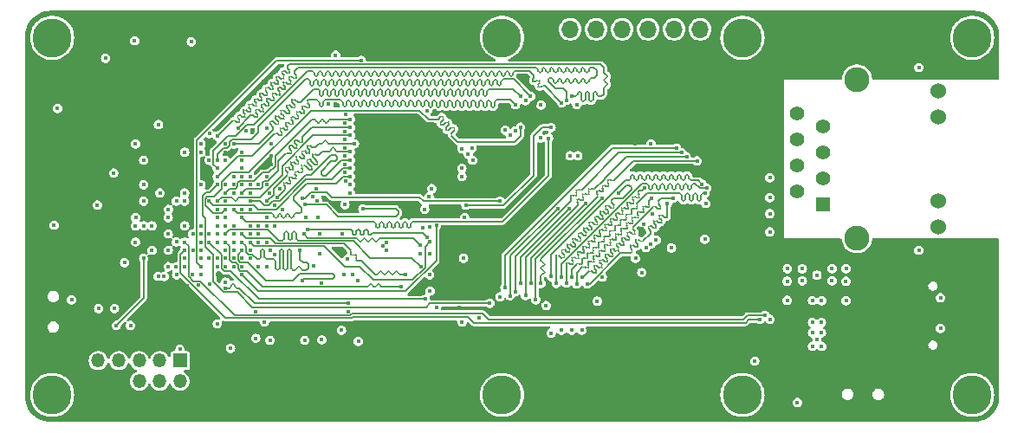
<source format=gbr>
%TF.GenerationSoftware,KiCad,Pcbnew,7.0.7*%
%TF.CreationDate,2024-03-25T22:35:59+08:00*%
%TF.ProjectId,eins2440,65696e73-3234-4343-902e-6b696361645f,rev?*%
%TF.SameCoordinates,Original*%
%TF.FileFunction,Copper,L4,Inr*%
%TF.FilePolarity,Positive*%
%FSLAX46Y46*%
G04 Gerber Fmt 4.6, Leading zero omitted, Abs format (unit mm)*
G04 Created by KiCad (PCBNEW 7.0.7) date 2024-03-25 22:35:59*
%MOMM*%
%LPD*%
G01*
G04 APERTURE LIST*
%TA.AperFunction,ComponentPad*%
%ADD10R,1.398000X1.398000*%
%TD*%
%TA.AperFunction,ComponentPad*%
%ADD11C,1.398000*%
%TD*%
%TA.AperFunction,ComponentPad*%
%ADD12C,1.530000*%
%TD*%
%TA.AperFunction,ComponentPad*%
%ADD13C,2.445000*%
%TD*%
%TA.AperFunction,ComponentPad*%
%ADD14C,3.800000*%
%TD*%
%TA.AperFunction,ComponentPad*%
%ADD15R,1.350000X1.350000*%
%TD*%
%TA.AperFunction,ComponentPad*%
%ADD16O,1.350000X1.350000*%
%TD*%
%TA.AperFunction,ComponentPad*%
%ADD17O,2.100000X1.000000*%
%TD*%
%TA.AperFunction,ComponentPad*%
%ADD18O,1.600000X1.000000*%
%TD*%
%TA.AperFunction,ComponentPad*%
%ADD19R,1.700000X1.700000*%
%TD*%
%TA.AperFunction,ComponentPad*%
%ADD20O,1.700000X1.700000*%
%TD*%
%TA.AperFunction,ViaPad*%
%ADD21C,0.406400*%
%TD*%
%TA.AperFunction,Conductor*%
%ADD22C,0.127000*%
%TD*%
G04 APERTURE END LIST*
D10*
%TO.N,/ethernet/TD+*%
%TO.C,J3*%
X179740000Y-96609000D03*
D11*
%TO.N,/ethernet/TD-*%
X177200000Y-95339000D03*
%TO.N,/ethernet/RD+*%
X179740000Y-94069000D03*
%TO.N,/ethernet/AVDD_2.5V*%
X177200000Y-92799000D03*
X179740000Y-91529000D03*
%TO.N,/ethernet/RD-*%
X177200000Y-90259000D03*
%TO.N,unconnected-(J3-NC-Pad7)*%
X179740000Y-88989000D03*
%TO.N,GND*%
X177200000Y-87719000D03*
D12*
%TO.N,Net-(J3-Pad9)*%
X190990000Y-98784000D03*
%TO.N,/ethernet/G_LED*%
X190990000Y-96244000D03*
%TO.N,/ethernet/Y_LED*%
X190990000Y-88074000D03*
%TO.N,Net-(J3-Pad12)*%
X190990000Y-85534000D03*
D13*
%TO.N,unconnected-(J3-SHIELD-Pad15)*%
X183040000Y-99904000D03*
%TO.N,unconnected-(J3-SHIELD-Pad16)*%
X183040000Y-84414000D03*
%TD*%
D14*
%TO.N,N/C*%
%TO.C,H7*%
X148340000Y-115240000D03*
%TD*%
%TO.N,N/C*%
%TO.C,H6*%
X171850000Y-80320000D03*
%TD*%
%TO.N,N/C*%
%TO.C,H1*%
X104380000Y-80320000D03*
%TD*%
%TO.N,N/C*%
%TO.C,H4*%
X194300000Y-80320000D03*
%TD*%
D15*
%TO.N,+3.3V*%
%TO.C,J1*%
X116890000Y-111890000D03*
D16*
X116890000Y-113890000D03*
%TO.N,nTRST*%
X114890000Y-111890000D03*
%TO.N,nRESET*%
X114890000Y-113890000D03*
%TO.N,TDI*%
X112890000Y-111890000D03*
%TO.N,TDO*%
X112890000Y-113890000D03*
%TO.N,TMS*%
X110890000Y-111890000D03*
%TO.N,GND*%
X110890000Y-113890000D03*
%TO.N,TCK*%
X108890000Y-111890000D03*
%TO.N,GND*%
X108890000Y-113890000D03*
%TD*%
D14*
%TO.N,N/C*%
%TO.C,H5*%
X148340000Y-80320000D03*
%TD*%
D17*
%TO.N,GND*%
%TO.C,J5*%
X189965000Y-111800000D03*
D18*
X194145000Y-111800000D03*
D17*
X189965000Y-103160000D03*
D18*
X194145000Y-103160000D03*
%TD*%
D14*
%TO.N,N/C*%
%TO.C,H3*%
X194300000Y-115240000D03*
%TD*%
%TO.N,N/C*%
%TO.C,H8*%
X171850000Y-115240000D03*
%TD*%
D19*
%TO.N,GND*%
%TO.C,J2*%
X152480000Y-79500000D03*
D20*
%TO.N,+3.3V*%
X155020000Y-79500000D03*
%TO.N,LCD_SCL*%
X157560000Y-79500000D03*
%TO.N,LCD_SDA*%
X160100000Y-79500000D03*
%TO.N,LCD_RES*%
X162640000Y-79500000D03*
%TO.N,LCD_DC*%
X165180000Y-79500000D03*
%TO.N,+3.3V*%
X167720000Y-79500000D03*
%TD*%
D14*
%TO.N,N/C*%
%TO.C,H2*%
X104380000Y-115240000D03*
%TD*%
D21*
%TO.N,LCD_DC*%
X115740000Y-97090000D03*
%TO.N,+3.3V*%
X120530000Y-108290000D03*
X179130000Y-103520000D03*
X123331850Y-89446299D03*
X118131850Y-99496300D03*
X177220000Y-115970000D03*
X113331851Y-92296300D03*
X125680000Y-109900000D03*
X104580000Y-98650000D03*
X144450000Y-108119999D03*
X176230000Y-104110000D03*
X179590000Y-110500000D03*
X189080000Y-101100000D03*
X125721850Y-101066299D03*
X113331850Y-98696299D03*
X112051850Y-108456299D03*
X144686850Y-97882599D03*
X130661850Y-104276299D03*
X114131850Y-101096299D03*
X162901850Y-90713099D03*
X177700000Y-102910000D03*
X119740000Y-89690000D03*
X179570000Y-109170000D03*
X176240000Y-102900000D03*
X163003200Y-97523799D03*
X111461850Y-102296299D03*
X189080000Y-83230000D03*
X119731850Y-99496300D03*
X176230000Y-105980000D03*
X117330000Y-95500000D03*
X124531849Y-102696299D03*
X177700000Y-104080000D03*
X114780000Y-88800000D03*
X181970000Y-102890000D03*
X174550000Y-107850000D03*
X141947950Y-106682399D03*
X141288534Y-98847420D03*
X131420000Y-86810000D03*
X180610000Y-104090000D03*
X124531849Y-94696300D03*
X110475238Y-106799687D03*
X173045000Y-111935000D03*
X106280000Y-105950000D03*
X108921850Y-106786299D03*
X129080000Y-109900000D03*
X121325050Y-104195744D03*
X117990000Y-80720000D03*
X178690000Y-106010000D03*
X109600000Y-82320000D03*
X157651850Y-106056299D03*
X121820000Y-110690000D03*
X181960000Y-104120000D03*
X130571850Y-99502599D03*
X179130000Y-109820000D03*
X178690000Y-108160000D03*
X104920000Y-87250000D03*
X132090000Y-82040000D03*
X178700000Y-110490000D03*
X181970000Y-106020000D03*
X118931850Y-90696301D03*
X126111850Y-96696299D03*
X178690000Y-109170000D03*
X132661850Y-108907399D03*
X116890000Y-110790000D03*
X112450000Y-80610000D03*
X180610000Y-102910000D03*
X144591850Y-101881799D03*
X124531849Y-99496300D03*
X133271850Y-101936299D03*
X152661850Y-106506299D03*
X110396850Y-93546299D03*
X179580000Y-106020000D03*
X155664320Y-86846299D03*
X152151660Y-86906299D03*
X108800000Y-96680000D03*
X141041850Y-87486299D03*
X164911850Y-100883199D03*
X179570000Y-108160000D03*
%TO.N,GND*%
X144191850Y-106686299D03*
X188870000Y-116570000D03*
X108846850Y-93546299D03*
X125331849Y-98696300D03*
X151651661Y-86686110D03*
X109610000Y-83880000D03*
X141761850Y-104276299D03*
X168530000Y-101950000D03*
X176370000Y-108160000D03*
X172975000Y-101840000D03*
X173550000Y-103440000D03*
X126111850Y-101496299D03*
X119731850Y-94696299D03*
X132062516Y-86818221D03*
X112531851Y-103496299D03*
X122931850Y-102696299D03*
X176820000Y-109800000D03*
X162000000Y-99023799D03*
X137220000Y-114555000D03*
X165835000Y-97890000D03*
X113331851Y-100296300D03*
X120531850Y-103496299D03*
X125781850Y-92696299D03*
X177280000Y-108160000D03*
X110890000Y-115150000D03*
X125331849Y-93896300D03*
X151390000Y-94570000D03*
X120180000Y-80700000D03*
X107941850Y-100231299D03*
X130750000Y-114565000D03*
X183970000Y-108420000D03*
X116531850Y-99496300D03*
X132861850Y-101474899D03*
X188540000Y-104430000D03*
X113331851Y-90696301D03*
X176370000Y-110480000D03*
X188460000Y-103160000D03*
X172990000Y-91510000D03*
X160830000Y-89720000D03*
X125000000Y-84610000D03*
X112630000Y-108450000D03*
X167490000Y-89720000D03*
X161830000Y-104380000D03*
X150140000Y-95820000D03*
X170700000Y-97997099D03*
X112531851Y-97096300D03*
X169260000Y-105910000D03*
X121331850Y-91496301D03*
X144171850Y-99476299D03*
X156620000Y-111160000D03*
X124280000Y-114565000D03*
X133311850Y-107069499D03*
X125781850Y-91906299D03*
X152661850Y-108906899D03*
X147650653Y-106726299D03*
X175611000Y-87719000D03*
X118932350Y-98690000D03*
X166410000Y-100883699D03*
X123955000Y-89575000D03*
X166909349Y-91749349D03*
X176370000Y-109180000D03*
X164221850Y-100883199D03*
X112531851Y-95496300D03*
X141821850Y-87486299D03*
X119730000Y-90700000D03*
X114430000Y-86550000D03*
X112450000Y-85450000D03*
X114131851Y-101896299D03*
X115731850Y-90696301D03*
X161351850Y-90713099D03*
X134021850Y-97092599D03*
X177270000Y-110480000D03*
X188470000Y-110830000D03*
X131691850Y-109176299D03*
X171490000Y-110160000D03*
X177270000Y-109180000D03*
X158710000Y-86190000D03*
X117591850Y-104596299D03*
X172780000Y-89720000D03*
X157151850Y-106516299D03*
X152662040Y-89580014D03*
X124531849Y-100296300D03*
X107941850Y-104271299D03*
X126611850Y-95096299D03*
X132730140Y-99499999D03*
X107940000Y-102190000D03*
X112531851Y-92296300D03*
X143680000Y-114535000D03*
X119791850Y-108296299D03*
%TO.N,nRESET*%
X162020000Y-103260000D03*
X152100000Y-90130000D03*
X118931850Y-102696299D03*
X134590000Y-82536300D03*
%TO.N,Net-(U1D-NCON)*%
X114131850Y-98696299D03*
%TO.N,RXD0*%
X117331850Y-101096299D03*
X173550000Y-107880000D03*
%TO.N,TXD0*%
X174050000Y-107480000D03*
X117331850Y-100296300D03*
%TO.N,Net-(U1B-MPLLCAP)*%
X115731850Y-101096299D03*
X114761850Y-103646299D03*
%TO.N,/soc/XTIpll*%
X119790000Y-104443499D03*
X120531850Y-101896299D03*
%TO.N,/soc/XTOpll*%
X118691850Y-104506299D03*
X119731850Y-101896299D03*
%TO.N,nTRST*%
X118931850Y-101896299D03*
%TO.N,TDI*%
X116552325Y-103496774D03*
%TO.N,TCK*%
X118931850Y-100296300D03*
%TO.N,TMS*%
X118141850Y-101096299D03*
%TO.N,TDO*%
X118125675Y-103486299D03*
%TO.N,nSRAS*%
X133031850Y-94287199D03*
%TO.N,nSCAS*%
X133521850Y-95472599D03*
%TO.N,nGCS6*%
X133026850Y-93486299D03*
%TO.N,SCKE*%
X133521850Y-94680899D03*
%TO.N,SCLK1*%
X130211850Y-95075099D03*
X141481850Y-95076299D03*
%TO.N,VDD_1.3V*%
X113331851Y-94696300D03*
X113331851Y-96296300D03*
X124531849Y-98696300D03*
X125331850Y-97889999D03*
X121331850Y-90696301D03*
X112531851Y-98696300D03*
X125331849Y-102696299D03*
X115731850Y-102696299D03*
X118931850Y-103496299D03*
X115731850Y-97906299D03*
X121331850Y-102696299D03*
X125331849Y-94696300D03*
X118931850Y-91496301D03*
X115731850Y-99496299D03*
X119731850Y-92286299D03*
X125355000Y-89190000D03*
X112531851Y-90696301D03*
X117331850Y-91496301D03*
%TO.N,FRnB*%
X149661850Y-86876299D03*
X120531850Y-93896299D03*
%TO.N,LCD_SCL*%
X116530000Y-96290000D03*
%TO.N,Net-(U1B-nSCAS)*%
X122931850Y-94696300D03*
%TO.N,Net-(U1B-nSRAS)*%
X123731850Y-94696300D03*
X125759618Y-90646299D03*
%TO.N,Net-(U1B-nWAIT)*%
X121336850Y-92296299D03*
%TO.N,Net-(U1B-nBATT_FLT)*%
X118931850Y-101096299D03*
%TO.N,Net-(U1G-nGCS6)*%
X122931850Y-91496301D03*
%TO.N,Net-(U1B-OM0)*%
X113331851Y-101896299D03*
X110655000Y-108450000D03*
%TO.N,LCD_SDA*%
X114930000Y-95490000D03*
%TO.N,LCD_RES*%
X117330000Y-96290000D03*
%TO.N,Net-(U1C-PWREN)*%
X118931850Y-99496300D03*
%TO.N,EINT4*%
X116519250Y-102706299D03*
X134305000Y-110000000D03*
%TO.N,Net-(U1B-EINT21{slash}GPG13)*%
X112541850Y-97906299D03*
%TO.N,Net-(U1B-EINT22{slash}GPG14)*%
X117331850Y-98696300D03*
%TO.N,Net-(U1B-EINT23{slash}GPG15)*%
X112531851Y-100296300D03*
%TO.N,EINT1*%
X125130000Y-108119999D03*
X117331850Y-101896299D03*
%TO.N,EINT2*%
X130730000Y-109860000D03*
X116530000Y-100283700D03*
%TO.N,EINT0*%
X115330686Y-103650000D03*
X124280000Y-109695000D03*
%TO.N,nWE*%
X144820000Y-96699999D03*
X122131850Y-94696300D03*
X153151850Y-89096299D03*
X133001850Y-96653699D03*
%TO.N,nOE*%
X148150779Y-105636299D03*
X148151850Y-96306299D03*
X123731850Y-93896300D03*
X128871850Y-96006299D03*
%TO.N,nGCS4*%
X122931850Y-92296300D03*
X162411850Y-100831299D03*
%TO.N,nGCS0*%
X120531850Y-94706299D03*
X147161850Y-106286299D03*
%TO.N,nFWE*%
X155163940Y-86068389D03*
X120541850Y-89916299D03*
%TO.N,nFRE*%
X122131850Y-90696301D03*
X150153282Y-86068899D03*
%TO.N,nFCE*%
X151141850Y-86046299D03*
X120531850Y-92296299D03*
%TO.N,nBE3*%
X122131850Y-93896300D03*
X129875550Y-95871299D03*
X141231850Y-95866299D03*
%TO.N,nBE2*%
X134761850Y-97041799D03*
X122931850Y-93896300D03*
X129088150Y-96606299D03*
%TO.N,nBE0*%
X130316870Y-96259999D03*
X140791850Y-97081199D03*
X122931850Y-93096300D03*
%TO.N,EINT7*%
X117331850Y-102696299D03*
X161400000Y-101900000D03*
%TO.N,DATA9*%
X154885799Y-97022747D03*
X150168676Y-104327393D03*
%TO.N,DATA8*%
X122931850Y-100296300D03*
X153775272Y-97019721D03*
X149151031Y-105546299D03*
X128591850Y-101106299D03*
%TO.N,DATA7*%
X140571850Y-98916299D03*
X156150000Y-108906899D03*
X126131850Y-98703099D03*
X165051850Y-96026299D03*
X156151850Y-103696299D03*
%TO.N,DATA6*%
X155152543Y-108906899D03*
X141321850Y-100286299D03*
X123731850Y-100296300D03*
X155151850Y-103696299D03*
X168170000Y-95523798D03*
%TO.N,DATA5*%
X154151850Y-103696299D03*
X121331850Y-98696300D03*
X154152291Y-108906899D03*
X168370000Y-95023799D03*
X141321850Y-101476299D03*
%TO.N,DATA4*%
X153150000Y-109190000D03*
X140341850Y-101426299D03*
X167911850Y-94630099D03*
X121331850Y-97896300D03*
X153161850Y-103681299D03*
%TO.N,DATA31*%
X138487042Y-104653691D03*
X121331850Y-100296300D03*
%TO.N,DATA30*%
X119731850Y-100296300D03*
X140851850Y-105882299D03*
%TO.N,DATA3*%
X137081850Y-100296299D03*
X167409351Y-92356299D03*
X125331849Y-100296300D03*
X151651661Y-105937399D03*
%TO.N,DATA29*%
X120531850Y-102696299D03*
X141311850Y-105082199D03*
%TO.N,DATA28*%
X141274538Y-103481999D03*
X120531850Y-98696300D03*
%TO.N,DATA27*%
X140401850Y-102681899D03*
X121331850Y-99496300D03*
%TO.N,DATA26*%
X121331850Y-101096299D03*
X140331850Y-100576299D03*
X128985550Y-99502599D03*
%TO.N,DATA25*%
X141025034Y-99836136D03*
X120531850Y-99496300D03*
X129341850Y-99103499D03*
%TO.N,DATA24*%
X141921850Y-98683700D03*
X122931850Y-103496299D03*
%TO.N,DATA23*%
X120531850Y-100296300D03*
%TO.N,DATA22*%
X134263070Y-104098649D03*
X121331850Y-101896299D03*
%TO.N,DATA21*%
X133751850Y-103476299D03*
X122131850Y-102696299D03*
%TO.N,DATA20*%
X133331850Y-106275999D03*
X122131850Y-99496300D03*
X121321850Y-104796299D03*
%TO.N,DATA2*%
X166409350Y-91962599D03*
X122131850Y-98696300D03*
X150651409Y-105543699D03*
X136691850Y-100686299D03*
%TO.N,DATA19*%
X122131850Y-100296300D03*
%TO.N,DATA18*%
X122131850Y-101096299D03*
%TO.N,DATA17*%
X122131850Y-101896299D03*
%TO.N,DATA16*%
X124291850Y-107076299D03*
%TO.N,DATA15*%
X164520000Y-96520000D03*
X156661850Y-104366299D03*
%TO.N,DATA14*%
X122931850Y-101096299D03*
X128811850Y-104026299D03*
X162920000Y-96030000D03*
X155652669Y-104386299D03*
%TO.N,DATA13*%
X162275615Y-95031685D03*
X123731850Y-101896299D03*
X129981850Y-102586299D03*
X154652417Y-104320000D03*
%TO.N,DATA12*%
X153660000Y-104330000D03*
X159736209Y-95513009D03*
X132898413Y-103481999D03*
X122931850Y-101896299D03*
%TO.N,DATA11*%
X130501850Y-101475399D03*
X123731850Y-101096299D03*
X152150000Y-104330000D03*
X158111850Y-96023800D03*
%TO.N,DATA10*%
X156505075Y-96517023D03*
X151151535Y-104336299D03*
%TO.N,DATA1*%
X165909351Y-91568899D03*
X149651157Y-105149999D03*
X137091850Y-101106299D03*
X123731850Y-99496300D03*
%TO.N,DATA0*%
X122931850Y-99496300D03*
X138931850Y-103503099D03*
X148631850Y-104736299D03*
X165411850Y-91106299D03*
%TO.N,CLE*%
X120531850Y-93086299D03*
X154163180Y-86666299D03*
%TO.N,ALE*%
X122535074Y-89129523D03*
X154663560Y-86426299D03*
%TO.N,ADDR9*%
X133931850Y-90680399D03*
X145420000Y-91150000D03*
X125341850Y-96296300D03*
%TO.N,ADDR8*%
X120531850Y-96296300D03*
X149651157Y-89431299D03*
X133521850Y-89872599D03*
%TO.N,ADDR7*%
X133521850Y-89080199D03*
X122931850Y-95496300D03*
X149151031Y-89831299D03*
%TO.N,ADDR6*%
X148661850Y-89366299D03*
X121331850Y-95496299D03*
X133521850Y-88280099D03*
%TO.N,ADDR5*%
X133031850Y-87839161D03*
X122131850Y-95496299D03*
%TO.N,ADDR4*%
X133021850Y-88686499D03*
X123731850Y-95496300D03*
%TO.N,ADDR3*%
X133021850Y-89475183D03*
X121331850Y-96296300D03*
%TO.N,ADDR25*%
X120531850Y-97896300D03*
X133021850Y-91886299D03*
%TO.N,ADDR24*%
X123731850Y-98696300D03*
X133021850Y-92679999D03*
%TO.N,ADDR20*%
X152892541Y-90136990D03*
X122931850Y-97896300D03*
%TO.N,ADDR2*%
X125661850Y-95486299D03*
X162200000Y-98523800D03*
X133021850Y-90266299D03*
X144436850Y-91156299D03*
%TO.N,ADDR19*%
X150648150Y-86462599D03*
X118931850Y-94696299D03*
%TO.N,ADDR18*%
X150159452Y-89045597D03*
X121331850Y-97096300D03*
%TO.N,ADDR17*%
X120531850Y-97096300D03*
X130361850Y-97896800D03*
X158151850Y-103696299D03*
%TO.N,ADDR16*%
X129211850Y-97886299D03*
X122931850Y-97096300D03*
X155762574Y-91857023D03*
%TO.N,ADDR15*%
X123731850Y-97096300D03*
X154999762Y-91846299D03*
%TO.N,ADDR14*%
X144436850Y-93880799D03*
X122131850Y-97096300D03*
X133521850Y-93880799D03*
%TO.N,ADDR13*%
X119731850Y-96296300D03*
X133521850Y-93079999D03*
X144436850Y-93080699D03*
%TO.N,ADDR12*%
X126898650Y-97083099D03*
X133021850Y-91086299D03*
%TO.N,ADDR11*%
X123731850Y-96296300D03*
X145491850Y-92296299D03*
X133521850Y-92286299D03*
%TO.N,ADDR10*%
X126381850Y-95896299D03*
X133521850Y-91480499D03*
X145036850Y-91681299D03*
%TO.N,ADDR1*%
X146120000Y-107726299D03*
X121341850Y-94706299D03*
%TO.N,/ethernet/AVDD_2.5V*%
X168270000Y-96530000D03*
X168170000Y-100020000D03*
%TO.N,/ethernet/G_LED*%
X162911850Y-100486299D03*
%TO.N,/ethernet/Y_LED*%
X163411850Y-100096799D03*
%TO.N,Net-(J5-CC1)*%
X191210000Y-108730000D03*
%TO.N,Net-(J5-CC2)*%
X191200000Y-105730000D03*
%TO.N,Net-(C32-Pad2)*%
X174530000Y-95970000D03*
X174535000Y-94020000D03*
%TO.N,Net-(C31-Pad2)*%
X174535000Y-97510000D03*
X174535000Y-99290000D03*
%TD*%
D22*
%TO.N,nRESET*%
X134590000Y-82536300D02*
X126336924Y-82536300D01*
X118538150Y-102302599D02*
X118931850Y-102696299D01*
X118538150Y-90335074D02*
X118538150Y-102302599D01*
X126336924Y-82536300D02*
X118538150Y-90335074D01*
%TO.N,RXD0*%
X116938150Y-101489999D02*
X117331850Y-101096299D01*
X172160000Y-108190000D02*
X145600000Y-108190000D01*
X145050000Y-107640000D02*
X133780000Y-107640000D01*
X172470000Y-107880000D02*
X172160000Y-108190000D01*
X173550000Y-107880000D02*
X172470000Y-107880000D01*
X133696001Y-107723999D02*
X121323999Y-107723999D01*
X116938150Y-103338150D02*
X116938150Y-101489999D01*
X133780000Y-107640000D02*
X133696001Y-107723999D01*
X121323999Y-107723999D02*
X116938150Y-103338150D01*
X145600000Y-108190000D02*
X145050000Y-107640000D01*
%TO.N,TXD0*%
X174050000Y-107480000D02*
X172333224Y-107480000D01*
X118195199Y-104112599D02*
X117725550Y-103642950D01*
X122229999Y-107469999D02*
X118872599Y-104112599D01*
X146430000Y-107270000D02*
X133668125Y-107270000D01*
X117725550Y-103642950D02*
X117725550Y-100690000D01*
X171943224Y-107870000D02*
X147030000Y-107870000D01*
X133468126Y-107469999D02*
X122229999Y-107469999D01*
X118872599Y-104112599D02*
X118195199Y-104112599D01*
X133668125Y-107270000D02*
X133468126Y-107469999D01*
X117725550Y-100690000D02*
X117331850Y-100296300D01*
X172333224Y-107480000D02*
X171943224Y-107870000D01*
X147030000Y-107870000D02*
X146430000Y-107270000D01*
%TO.N,FRnB*%
X127768792Y-88080346D02*
X127768794Y-88080347D01*
X128846423Y-87002715D02*
X128846426Y-87002715D01*
X138115342Y-86596799D02*
X138115342Y-86907550D01*
X126960568Y-89157979D02*
X126960569Y-89157979D01*
X127499384Y-88619163D02*
X127499385Y-88619163D01*
X133924342Y-86907549D02*
X133924342Y-86596799D01*
X126421753Y-89696795D02*
X126570778Y-89845820D01*
X144211342Y-86596799D02*
X144211342Y-86957548D01*
X146878342Y-86957551D02*
X146878342Y-86596799D01*
X128038200Y-88080347D02*
X128038201Y-88080347D01*
X144592342Y-86957548D02*
X144592342Y-86596799D01*
X130495342Y-86596799D02*
X130495342Y-86907548D01*
X138496342Y-86907550D02*
X138496342Y-86596799D01*
X135829342Y-86596799D02*
X135829342Y-86907548D01*
X126840186Y-89576412D02*
X126691160Y-89427386D01*
X128038201Y-88080347D02*
X128187199Y-88229345D01*
X139639342Y-86596799D02*
X139639342Y-86907550D01*
X149191850Y-86406299D02*
X149661850Y-86876299D01*
X126691160Y-89157978D02*
X126691162Y-89157979D01*
X143449342Y-86596799D02*
X143449342Y-86957549D01*
X146116342Y-86957548D02*
X146116342Y-86596799D01*
X137353342Y-86596799D02*
X137353342Y-86907548D01*
X132781342Y-86596799D02*
X132781342Y-86907550D01*
X142306342Y-86957549D02*
X142306342Y-86596799D01*
X137734342Y-86907548D02*
X137734342Y-86596799D01*
X136972342Y-86907549D02*
X136972342Y-86596799D01*
X133162342Y-86907550D02*
X133162342Y-86596799D01*
X130876342Y-86907548D02*
X130876342Y-86596799D01*
X138877342Y-86596799D02*
X138877342Y-86907548D01*
X147830842Y-86406299D02*
X149191850Y-86406299D01*
X129534236Y-87151710D02*
X129534235Y-87151710D01*
X129115833Y-87002715D02*
X129264828Y-87151710D01*
X128577016Y-87541531D02*
X128577017Y-87541531D01*
X134686342Y-86907548D02*
X134686342Y-86596799D01*
X128995420Y-87690526D02*
X128995419Y-87690526D01*
X140782342Y-86907548D02*
X140782342Y-86596799D01*
X127379005Y-89037599D02*
X127229976Y-88888570D01*
X128577017Y-87541531D02*
X128726012Y-87690526D01*
X120531850Y-93896299D02*
X122538148Y-91890001D01*
X122538148Y-91890001D02*
X123959140Y-91890001D01*
X144973342Y-86596799D02*
X144973342Y-86957551D01*
X136210342Y-86907548D02*
X136210342Y-86596799D01*
X140020342Y-86907550D02*
X140020342Y-86596799D01*
X129115832Y-87002715D02*
X129115833Y-87002715D01*
X129385239Y-86463899D02*
X129442842Y-86406299D01*
X143830342Y-86957549D02*
X143830342Y-86596799D01*
X145735342Y-86596799D02*
X145735342Y-86957548D01*
X141544342Y-86957549D02*
X141544342Y-86596799D01*
X133543342Y-86596799D02*
X133543342Y-86907549D01*
X140401342Y-86596799D02*
X140401342Y-86907548D01*
X126421752Y-89696795D02*
X126421753Y-89696795D01*
X128995419Y-87421118D02*
X128846423Y-87272122D01*
X141925342Y-86596799D02*
X141925342Y-86957549D01*
X147259342Y-86596799D02*
X147259342Y-86957548D01*
X136591342Y-86596799D02*
X136591342Y-86907549D01*
X129442842Y-86406299D02*
X130304842Y-86406299D01*
X145354342Y-86957551D02*
X145354342Y-86596799D01*
X139258342Y-86907548D02*
X139258342Y-86596799D01*
X143068342Y-86957548D02*
X143068342Y-86596799D01*
X129385239Y-86463898D02*
X129385239Y-86463899D01*
X127499385Y-88619163D02*
X127648410Y-88768188D01*
X147640342Y-86957548D02*
X147640342Y-86596799D01*
X142687342Y-86596799D02*
X142687342Y-86957548D01*
X131066842Y-86406299D02*
X132590842Y-86406299D01*
X128846423Y-87002714D02*
X128846423Y-87002715D01*
X123959140Y-91890001D02*
X126152346Y-89696795D01*
X127229976Y-88619162D02*
X127229978Y-88619163D01*
X141163342Y-86596799D02*
X141163342Y-86957549D01*
X129534235Y-86882302D02*
X129385239Y-86733306D01*
X128456607Y-87959937D02*
X128307608Y-87810938D01*
X127917818Y-88498780D02*
X127768792Y-88349754D01*
X135448342Y-86907549D02*
X135448342Y-86596799D01*
X128307608Y-87541530D02*
X128307610Y-87541531D01*
X134305342Y-86596799D02*
X134305342Y-86907548D01*
X146497342Y-86596799D02*
X146497342Y-86957551D01*
X135067342Y-86596799D02*
X135067342Y-86907549D01*
X126960569Y-89157979D02*
X127109597Y-89307007D01*
X127768842Y-88080397D02*
G75*
G03*
X127768792Y-88349754I134658J-134703D01*
G01*
X140401301Y-86596799D02*
G75*
G03*
X140210842Y-86406299I-190501J-1D01*
G01*
X144211252Y-86957548D02*
G75*
G03*
X144401842Y-87148048I190548J48D01*
G01*
X128187200Y-88229344D02*
G75*
G03*
X128456606Y-88229344I134703J134704D01*
G01*
X136400842Y-86406342D02*
G75*
G03*
X136210342Y-86596799I-42J-190458D01*
G01*
X143449301Y-86596799D02*
G75*
G03*
X143258842Y-86406299I-190501J-1D01*
G01*
X133543251Y-86907549D02*
G75*
G03*
X133733842Y-87098049I190549J49D01*
G01*
X147068842Y-86406342D02*
G75*
G03*
X146878342Y-86596799I-42J-190458D01*
G01*
X143449251Y-86957549D02*
G75*
G03*
X143639842Y-87148049I190549J49D01*
G01*
X146497301Y-86596799D02*
G75*
G03*
X146306842Y-86406299I-190501J-1D01*
G01*
X127917834Y-88768204D02*
G75*
G03*
X127917818Y-88498780I-134734J134704D01*
G01*
X134305301Y-86596799D02*
G75*
G03*
X134114842Y-86406299I-190501J-1D01*
G01*
X144211301Y-86596799D02*
G75*
G03*
X144020842Y-86406299I-190501J-1D01*
G01*
X141163251Y-86957549D02*
G75*
G03*
X141353842Y-87148049I190549J49D01*
G01*
X134305252Y-86907548D02*
G75*
G03*
X134495842Y-87098048I190548J48D01*
G01*
X146687842Y-87148142D02*
G75*
G03*
X146878342Y-86957551I-42J190542D01*
G01*
X136781842Y-87098042D02*
G75*
G03*
X136972342Y-86907549I-42J190542D01*
G01*
X130495252Y-86907548D02*
G75*
G03*
X130685842Y-87098048I190548J48D01*
G01*
X134495842Y-87098042D02*
G75*
G03*
X134686342Y-86907548I-42J190542D01*
G01*
X135067301Y-86596799D02*
G75*
G03*
X134876842Y-86406299I-190501J-1D01*
G01*
X130495301Y-86596799D02*
G75*
G03*
X130304842Y-86406299I-190501J-1D01*
G01*
X142496842Y-86406342D02*
G75*
G03*
X142306342Y-86596799I-42J-190458D01*
G01*
X145544842Y-86406342D02*
G75*
G03*
X145354342Y-86596799I-42J-190458D01*
G01*
X128307575Y-87541497D02*
G75*
G03*
X128307609Y-87810937I134725J-134703D01*
G01*
X138115301Y-86596799D02*
G75*
G03*
X137924842Y-86406299I-190501J-1D01*
G01*
X138686842Y-86406342D02*
G75*
G03*
X138496342Y-86596799I-42J-190458D01*
G01*
X140210842Y-86406342D02*
G75*
G03*
X140020342Y-86596799I-42J-190458D01*
G01*
X138305842Y-87098142D02*
G75*
G03*
X138496342Y-86907550I-42J190542D01*
G01*
X137353301Y-86596799D02*
G75*
G03*
X137162842Y-86406299I-190501J-1D01*
G01*
X133543301Y-86596799D02*
G75*
G03*
X133352842Y-86406299I-190501J-1D01*
G01*
X135638842Y-86406342D02*
G75*
G03*
X135448342Y-86596799I-42J-190458D01*
G01*
X126691179Y-89157997D02*
G75*
G03*
X126691161Y-89427385I134721J-134703D01*
G01*
X127499384Y-88619163D02*
G75*
G03*
X127229978Y-88619163I-134703J-134702D01*
G01*
X144401842Y-87148042D02*
G75*
G03*
X144592342Y-86957548I-42J190542D01*
G01*
X126960568Y-89157979D02*
G75*
G03*
X126691162Y-89157979I-134703J-134702D01*
G01*
X128726013Y-87690525D02*
G75*
G03*
X128995419Y-87690525I134703J134704D01*
G01*
X131066842Y-86406342D02*
G75*
G03*
X130876342Y-86596799I-42J-190458D01*
G01*
X128038200Y-88080347D02*
G75*
G03*
X127768794Y-88080347I-134703J-134702D01*
G01*
X146306842Y-86406342D02*
G75*
G03*
X146116342Y-86596799I-42J-190458D01*
G01*
X141163301Y-86596799D02*
G75*
G03*
X140972842Y-86406299I-190501J-1D01*
G01*
X136591301Y-86596799D02*
G75*
G03*
X136400842Y-86406299I-190501J-1D01*
G01*
X133733842Y-87098042D02*
G75*
G03*
X133924342Y-86907549I-42J190542D01*
G01*
X136019842Y-87098042D02*
G75*
G03*
X136210342Y-86907548I-42J190542D01*
G01*
X138115350Y-86907550D02*
G75*
G03*
X138305842Y-87098050I190450J-50D01*
G01*
X144973349Y-86957551D02*
G75*
G03*
X145163842Y-87148051I190451J-49D01*
G01*
X147449842Y-87148042D02*
G75*
G03*
X147640342Y-86957548I-42J190542D01*
G01*
X141734842Y-86406342D02*
G75*
G03*
X141544342Y-86596799I-42J-190458D01*
G01*
X127379001Y-89307003D02*
G75*
G03*
X127379004Y-89037600I-134701J134703D01*
G01*
X139829842Y-87098142D02*
G75*
G03*
X140020342Y-86907550I-42J190542D01*
G01*
X135829252Y-86907548D02*
G75*
G03*
X136019842Y-87098048I190548J48D01*
G01*
X139639350Y-86907550D02*
G75*
G03*
X139829842Y-87098050I190450J-50D01*
G01*
X127648411Y-88768187D02*
G75*
G03*
X127917817Y-88768187I134703J134704D01*
G01*
X132781301Y-86596799D02*
G75*
G03*
X132590842Y-86406299I-190501J-1D01*
G01*
X134876842Y-86406342D02*
G75*
G03*
X134686342Y-86596799I-42J-190458D01*
G01*
X129534228Y-87151703D02*
G75*
G03*
X129534234Y-86882303I-134728J134703D01*
G01*
X129115832Y-87002715D02*
G75*
G03*
X128846426Y-87002715I-134703J-134702D01*
G01*
X141925251Y-86957549D02*
G75*
G03*
X142115842Y-87148049I190549J49D01*
G01*
X133352842Y-86406342D02*
G75*
G03*
X133162342Y-86596799I-42J-190458D01*
G01*
X141925301Y-86596799D02*
G75*
G03*
X141734842Y-86406299I-190501J-1D01*
G01*
X128846406Y-87002697D02*
G75*
G03*
X128846424Y-87272121I134694J-134703D01*
G01*
X126421752Y-89696795D02*
G75*
G03*
X126152346Y-89696795I-134703J-134702D01*
G01*
X145735252Y-86957548D02*
G75*
G03*
X145925842Y-87148048I190548J48D01*
G01*
X137543842Y-87098042D02*
G75*
G03*
X137734342Y-86907548I-42J190542D01*
G01*
X141353842Y-87148042D02*
G75*
G03*
X141544342Y-86957549I-42J190542D01*
G01*
X144020842Y-86406342D02*
G75*
G03*
X143830342Y-86596799I-42J-190458D01*
G01*
X137353252Y-86907548D02*
G75*
G03*
X137543842Y-87098048I190548J48D01*
G01*
X142687301Y-86596799D02*
G75*
G03*
X142496842Y-86406299I-190501J-1D01*
G01*
X127109598Y-89307006D02*
G75*
G03*
X127379004Y-89307006I134703J134704D01*
G01*
X146497349Y-86957551D02*
G75*
G03*
X146687842Y-87148051I190451J-49D01*
G01*
X139448842Y-86406342D02*
G75*
G03*
X139258342Y-86596799I-42J-190458D01*
G01*
X138877252Y-86907548D02*
G75*
G03*
X139067842Y-87098048I190548J48D01*
G01*
X135067251Y-86907549D02*
G75*
G03*
X135257842Y-87098049I190549J49D01*
G01*
X136591251Y-86907549D02*
G75*
G03*
X136781842Y-87098049I190549J49D01*
G01*
X140972842Y-86406342D02*
G75*
G03*
X140782342Y-86596799I-42J-190458D01*
G01*
X128456566Y-88229304D02*
G75*
G03*
X128456607Y-87959937I-134666J134704D01*
G01*
X128577016Y-87541531D02*
G75*
G03*
X128307610Y-87541531I-134703J-134702D01*
G01*
X144973301Y-86596799D02*
G75*
G03*
X144782842Y-86406299I-190501J-1D01*
G01*
X142687252Y-86957548D02*
G75*
G03*
X142877842Y-87148048I190548J48D01*
G01*
X126570779Y-89845819D02*
G75*
G03*
X126840185Y-89845819I134703J134704D01*
G01*
X142877842Y-87148042D02*
G75*
G03*
X143068342Y-86957548I-42J190542D01*
G01*
X132971842Y-87098142D02*
G75*
G03*
X133162342Y-86907550I-42J190542D01*
G01*
X144782842Y-86406342D02*
G75*
G03*
X144592342Y-86596799I-42J-190458D01*
G01*
X147259301Y-86596799D02*
G75*
G03*
X147068842Y-86406299I-190501J-1D01*
G01*
X140401252Y-86907548D02*
G75*
G03*
X140591842Y-87098048I190548J48D01*
G01*
X143639842Y-87148042D02*
G75*
G03*
X143830342Y-86957549I-42J190542D01*
G01*
X147259252Y-86957548D02*
G75*
G03*
X147449842Y-87148048I190548J48D01*
G01*
X126840170Y-89845804D02*
G75*
G03*
X126840186Y-89576412I-134670J134704D01*
G01*
X140591842Y-87098042D02*
G75*
G03*
X140782342Y-86907548I-42J190542D01*
G01*
X129264829Y-87151709D02*
G75*
G03*
X129534235Y-87151709I134703J134704D01*
G01*
X139067842Y-87098042D02*
G75*
G03*
X139258342Y-86907548I-42J190542D01*
G01*
X138877301Y-86596799D02*
G75*
G03*
X138686842Y-86406299I-190501J-1D01*
G01*
X130685842Y-87098042D02*
G75*
G03*
X130876342Y-86907548I-42J190542D01*
G01*
X139639301Y-86596799D02*
G75*
G03*
X139448842Y-86406299I-190501J-1D01*
G01*
X127230010Y-88619196D02*
G75*
G03*
X127229976Y-88888570I134690J-134704D01*
G01*
X137162842Y-86406342D02*
G75*
G03*
X136972342Y-86596799I-42J-190458D01*
G01*
X129385237Y-86463896D02*
G75*
G03*
X129385239Y-86733306I134663J-134704D01*
G01*
X145925842Y-87148042D02*
G75*
G03*
X146116342Y-86957548I-42J190542D01*
G01*
X135257842Y-87098042D02*
G75*
G03*
X135448342Y-86907549I-42J190542D01*
G01*
X145735301Y-86596799D02*
G75*
G03*
X145544842Y-86406299I-190501J-1D01*
G01*
X128995397Y-87690504D02*
G75*
G03*
X128995419Y-87421118I-134697J134704D01*
G01*
X134114842Y-86406342D02*
G75*
G03*
X133924342Y-86596799I-42J-190458D01*
G01*
X143258842Y-86406342D02*
G75*
G03*
X143068342Y-86596799I-42J-190458D01*
G01*
X147830842Y-86406342D02*
G75*
G03*
X147640342Y-86596799I-42J-190458D01*
G01*
X135829301Y-86596799D02*
G75*
G03*
X135638842Y-86406299I-190501J-1D01*
G01*
X142115842Y-87148042D02*
G75*
G03*
X142306342Y-86957549I-42J190542D01*
G01*
X132781350Y-86907550D02*
G75*
G03*
X132971842Y-87098050I190450J-50D01*
G01*
X145163842Y-87148142D02*
G75*
G03*
X145354342Y-86957551I-42J190542D01*
G01*
X137924842Y-86406342D02*
G75*
G03*
X137734342Y-86596799I-42J-190458D01*
G01*
%TO.N,Net-(U1B-OM0)*%
X110655000Y-108450000D02*
X113331851Y-105773149D01*
X113331851Y-105773149D02*
X113331851Y-101896299D01*
%TO.N,nWE*%
X151440000Y-89940000D02*
X152283701Y-89096299D01*
X152283701Y-89096299D02*
X153151850Y-89096299D01*
X151440000Y-93778149D02*
X151440000Y-89940000D01*
X144826300Y-96706299D02*
X148511850Y-96706299D01*
X148511850Y-96706299D02*
X151440000Y-93778149D01*
X144820000Y-96699999D02*
X144826300Y-96706299D01*
%TO.N,nOE*%
X129663074Y-95468299D02*
X129125074Y-96006299D01*
X131243850Y-95468299D02*
X129663074Y-95468299D01*
X148151850Y-96306299D02*
X140661850Y-96306299D01*
X140271850Y-95916299D02*
X131691850Y-95916299D01*
X131691850Y-95916299D02*
X131243850Y-95468299D01*
X129125074Y-96006299D02*
X128871850Y-96006299D01*
X140661850Y-96306299D02*
X140271850Y-95916299D01*
%TO.N,nGCS0*%
X120138150Y-101528150D02*
X120138150Y-104178150D01*
X120531850Y-94706299D02*
X119771850Y-95466299D01*
X119330000Y-100720000D02*
X120138150Y-101528150D01*
X119771850Y-95466299D02*
X119401850Y-95466299D01*
X119331850Y-100538150D02*
X119330000Y-100540000D01*
X119331850Y-97951850D02*
X119331850Y-100538150D01*
X119401850Y-95466299D02*
X119061850Y-95806299D01*
X141301850Y-106286299D02*
X147161850Y-106286299D01*
X120138150Y-104178150D02*
X121149999Y-105189999D01*
X119061850Y-97681850D02*
X119331850Y-97951850D01*
X121149999Y-105189999D02*
X122475550Y-105189999D01*
X140911850Y-106676299D02*
X141301850Y-106286299D01*
X123961850Y-106676299D02*
X140911850Y-106676299D01*
X119330000Y-100540000D02*
X119330000Y-100720000D01*
X119061850Y-95806299D02*
X119061850Y-97681850D01*
X122475550Y-105189999D02*
X123961850Y-106676299D01*
%TO.N,nFWE*%
X158300000Y-85234000D02*
X158300000Y-85850000D01*
X122820657Y-87909471D02*
X122820658Y-87909471D01*
X124975922Y-85754207D02*
X125138947Y-85917232D01*
X125514737Y-85215391D02*
X125514738Y-85215391D01*
X125514738Y-85215391D02*
X125677756Y-85378409D01*
X123090065Y-87370654D02*
X123090067Y-87370655D01*
X122551250Y-87909471D02*
X122551251Y-87909471D01*
X127530722Y-82930000D02*
X158000000Y-82930000D01*
X125947164Y-85109001D02*
X125784145Y-84945982D01*
X124706514Y-85754207D02*
X124706515Y-85754207D01*
X156492500Y-85750889D02*
X156492500Y-86385889D01*
X123898289Y-86831839D02*
X123898290Y-86831839D01*
X123898290Y-86831839D02*
X124061352Y-86994901D01*
X158303246Y-83233246D02*
X158303246Y-83760175D01*
X122009865Y-88448287D02*
X122012435Y-88448287D01*
X122678964Y-88306593D02*
X122551249Y-88178878D01*
X157254500Y-85750889D02*
X157254500Y-86385889D01*
X124869576Y-86186677D02*
X124706513Y-86023614D01*
X123359474Y-87370655D02*
X123522525Y-87533706D01*
X126861777Y-83598942D02*
X126861778Y-83598943D01*
X158490500Y-84662500D02*
X158497064Y-84662500D01*
X126322962Y-84137759D02*
X126322963Y-84137759D01*
X156111500Y-86385889D02*
X156111500Y-85750889D01*
X122551249Y-87909470D02*
X122551250Y-87909471D01*
X126322961Y-84137758D02*
X126322962Y-84137759D01*
X158497087Y-84281500D02*
X158490500Y-84281500D01*
X158490500Y-83900500D02*
X158497087Y-83900500D01*
X125784146Y-84676575D02*
X125784147Y-84676575D01*
X125784145Y-84676574D02*
X125784146Y-84676575D01*
X127131186Y-83598943D02*
X127294248Y-83762005D01*
X125245330Y-85215391D02*
X125245331Y-85215391D01*
X127024829Y-84031402D02*
X126861777Y-83868350D01*
X123791933Y-87264298D02*
X123628881Y-87101246D01*
X155730500Y-85750889D02*
X155730500Y-85877889D01*
X157635500Y-85877889D02*
X157635500Y-85750889D01*
X124706513Y-85754206D02*
X124706514Y-85754207D01*
X124437106Y-86293023D02*
X124600168Y-86456085D01*
X158497064Y-85043500D02*
X158490500Y-85043500D01*
X123217759Y-88037166D02*
X123217760Y-88037165D01*
X126592369Y-84137759D02*
X126592370Y-84137759D01*
X123090064Y-87370655D02*
X123090065Y-87370654D01*
X127400593Y-83060126D02*
X127400594Y-83060127D01*
X126861778Y-83598943D02*
X126861779Y-83598943D01*
X122820658Y-87909471D02*
X122948352Y-88037165D01*
X127131185Y-83598943D02*
X127131186Y-83598943D01*
X127563656Y-83492597D02*
X127400593Y-83329534D01*
X124167698Y-86293023D02*
X124167699Y-86293023D01*
X127400594Y-83060127D02*
X127530722Y-82930000D01*
X124330760Y-86725493D02*
X124167697Y-86562430D01*
X158081611Y-86068389D02*
X157826000Y-86068389D01*
X123628881Y-86831838D02*
X123628882Y-86831839D01*
X122281842Y-88448287D02*
X122409556Y-88576001D01*
X120541850Y-89916299D02*
X122009865Y-88448287D01*
X125408355Y-85647824D02*
X125245329Y-85484798D01*
X126592370Y-84137759D02*
X126755421Y-84300810D01*
X126053553Y-84676575D02*
X126053554Y-84676575D01*
X124167697Y-86293022D02*
X124167698Y-86293023D01*
X158000000Y-82930000D02*
X158303246Y-83233246D01*
X158300000Y-85850000D02*
X158081611Y-86068389D01*
X122281841Y-88448287D02*
X122281842Y-88448287D01*
X123628882Y-86831839D02*
X123628883Y-86831839D01*
X155540000Y-86068389D02*
X155163940Y-86068389D01*
X124975921Y-85754207D02*
X124975922Y-85754207D01*
X125245329Y-85215390D02*
X125245330Y-85215391D01*
X123359473Y-87370655D02*
X123359474Y-87370655D01*
X124437105Y-86293023D02*
X124437106Y-86293023D01*
X126486013Y-84570218D02*
X126322961Y-84407166D01*
X156873500Y-86385889D02*
X156873500Y-85750889D01*
X123217760Y-87767757D02*
X123090065Y-87640062D01*
X126053554Y-84676575D02*
X126216605Y-84839626D01*
X156111511Y-85750889D02*
G75*
G03*
X155921000Y-85560389I-190511J-11D01*
G01*
X122820657Y-87909471D02*
G75*
G03*
X122551251Y-87909471I-134703J-134702D01*
G01*
X122948396Y-88037121D02*
G75*
G03*
X123217759Y-88037166I134704J134621D01*
G01*
X123898289Y-86831839D02*
G75*
G03*
X123628883Y-86831839I-134703J-134702D01*
G01*
X125947159Y-85378404D02*
G75*
G03*
X125947164Y-85109001I-134659J134704D01*
G01*
X122551275Y-87909496D02*
G75*
G03*
X122551249Y-88178878I134725J-134704D01*
G01*
X156111511Y-86385889D02*
G75*
G03*
X156302000Y-86576389I190489J-11D01*
G01*
X126053553Y-84676575D02*
G75*
G03*
X125784147Y-84676575I-134703J-134702D01*
G01*
X124167672Y-86292997D02*
G75*
G03*
X124167698Y-86562429I134728J-134703D01*
G01*
X126322999Y-84137796D02*
G75*
G03*
X126322961Y-84407166I134701J-134704D01*
G01*
X155921000Y-85560400D02*
G75*
G03*
X155730500Y-85750889I0J-190500D01*
G01*
X127131185Y-83598943D02*
G75*
G03*
X126861779Y-83598943I-134703J-134702D01*
G01*
X158497064Y-85043464D02*
G75*
G03*
X158687564Y-84853000I36J190464D01*
G01*
X126592369Y-84137759D02*
G75*
G03*
X126322963Y-84137759I-134703J-134702D01*
G01*
X123359473Y-87370655D02*
G75*
G03*
X123090067Y-87370655I-134703J-134702D01*
G01*
X123628839Y-86831796D02*
G75*
G03*
X123628881Y-87101246I134761J-134704D01*
G01*
X125677757Y-85378408D02*
G75*
G03*
X125947163Y-85378408I134703J134704D01*
G01*
X124869594Y-86456103D02*
G75*
G03*
X124869575Y-86186678I-134694J134703D01*
G01*
X127024823Y-84300804D02*
G75*
G03*
X127024829Y-84031402I-134723J134704D01*
G01*
X126755422Y-84300809D02*
G75*
G03*
X127024828Y-84300809I134703J134704D01*
G01*
X125784167Y-84676596D02*
G75*
G03*
X125784145Y-84945982I134633J-134704D01*
G01*
X156683000Y-85560400D02*
G75*
G03*
X156492500Y-85750889I0J-190500D01*
G01*
X126216606Y-84839625D02*
G75*
G03*
X126486012Y-84839625I134703J134704D01*
G01*
X125245335Y-85215396D02*
G75*
G03*
X125245329Y-85484798I134665J-134704D01*
G01*
X125408326Y-85917203D02*
G75*
G03*
X125408354Y-85647825I-134626J134703D01*
G01*
X125514737Y-85215391D02*
G75*
G03*
X125245331Y-85215391I-134703J-134702D01*
G01*
X123791931Y-87533704D02*
G75*
G03*
X123791933Y-87264298I-134731J134704D01*
G01*
X158490500Y-84281500D02*
G75*
G03*
X158300000Y-84472000I0J-190500D01*
G01*
X158687600Y-84091000D02*
G75*
G03*
X158497087Y-83900500I-190500J0D01*
G01*
X158687600Y-84853000D02*
G75*
G03*
X158497064Y-84662500I-190500J0D01*
G01*
X157635511Y-85877889D02*
G75*
G03*
X157826000Y-86068389I190489J-11D01*
G01*
X124330763Y-86994904D02*
G75*
G03*
X124330760Y-86725493I-134663J134704D01*
G01*
X124975921Y-85754207D02*
G75*
G03*
X124706515Y-85754207I-134703J-134702D01*
G01*
X127563655Y-83762004D02*
G75*
G03*
X127563656Y-83492597I-134655J134704D01*
G01*
X156873511Y-85750889D02*
G75*
G03*
X156683000Y-85560389I-190511J-11D01*
G01*
X158497087Y-84281487D02*
G75*
G03*
X158687587Y-84091000I13J190487D01*
G01*
X158303294Y-83760160D02*
G75*
G03*
X158490500Y-83900500I190106J58560D01*
G01*
X123090106Y-87370697D02*
G75*
G03*
X123090065Y-87640062I134694J-134703D01*
G01*
X125138948Y-85917231D02*
G75*
G03*
X125408354Y-85917231I134703J134704D01*
G01*
X122678967Y-88576004D02*
G75*
G03*
X122678964Y-88306593I-134667J134704D01*
G01*
X158300000Y-84472000D02*
G75*
G03*
X158490500Y-84662500I190500J0D01*
G01*
X126861731Y-83598896D02*
G75*
G03*
X126861777Y-83868350I134769J-134704D01*
G01*
X157445000Y-85560400D02*
G75*
G03*
X157254500Y-85750889I0J-190500D01*
G01*
X123217799Y-88037204D02*
G75*
G03*
X123217760Y-87767757I-134699J134704D01*
G01*
X123522526Y-87533705D02*
G75*
G03*
X123791932Y-87533705I134703J134704D01*
G01*
X157635511Y-85750889D02*
G75*
G03*
X157445000Y-85560389I-190511J-11D01*
G01*
X124600169Y-86456084D02*
G75*
G03*
X124869575Y-86456084I134703J134704D01*
G01*
X156302000Y-86576400D02*
G75*
G03*
X156492500Y-86385889I0J190500D01*
G01*
X157064000Y-86576400D02*
G75*
G03*
X157254500Y-86385889I0J190500D01*
G01*
X122281841Y-88448287D02*
G75*
G03*
X122012435Y-88448287I-134703J-134702D01*
G01*
X156873511Y-86385889D02*
G75*
G03*
X157064000Y-86576389I190489J-11D01*
G01*
X158490500Y-85043500D02*
G75*
G03*
X158300000Y-85234000I0J-190500D01*
G01*
X124061353Y-86994900D02*
G75*
G03*
X124330759Y-86994900I134703J134704D01*
G01*
X127400563Y-83060096D02*
G75*
G03*
X127400593Y-83329534I134737J-134704D01*
G01*
X124437105Y-86293023D02*
G75*
G03*
X124167699Y-86293023I-134703J-134702D01*
G01*
X127294249Y-83762004D02*
G75*
G03*
X127563655Y-83762004I134703J134704D01*
G01*
X124706503Y-85754196D02*
G75*
G03*
X124706513Y-86023614I134697J-134704D01*
G01*
X155540000Y-86068400D02*
G75*
G03*
X155730500Y-85877889I0J190500D01*
G01*
X122409557Y-88576000D02*
G75*
G03*
X122678963Y-88576000I134703J134704D01*
G01*
X126485991Y-84839604D02*
G75*
G03*
X126486013Y-84570218I-134691J134704D01*
G01*
%TO.N,nFRE*%
X134332350Y-85506799D02*
X134332350Y-85866791D01*
X126490668Y-88777484D02*
X126490667Y-88777483D01*
X136618350Y-85506799D02*
X136618350Y-85866807D01*
X145000350Y-85506799D02*
X145000350Y-85866791D01*
X127029484Y-87969259D02*
X127029485Y-87969257D01*
X133570350Y-85506799D02*
X133570350Y-85866807D01*
X132427350Y-85866807D02*
X132427350Y-85506799D01*
X137761350Y-85866791D02*
X137761350Y-85506799D01*
X125951852Y-88508076D02*
X126221260Y-88777484D01*
X133189350Y-85866807D02*
X133189350Y-85506799D01*
X140428350Y-85506799D02*
X140428350Y-85866807D01*
X144619350Y-85866807D02*
X144619350Y-85506799D01*
X139285350Y-85866791D02*
X139285350Y-85506799D01*
X136237350Y-85866791D02*
X136237350Y-85506799D01*
X138142350Y-85506799D02*
X138142350Y-85866791D01*
X138904350Y-85506799D02*
X138904350Y-85866791D01*
X137380350Y-85506799D02*
X137380350Y-85866791D01*
X128107119Y-87161033D02*
X128107118Y-87161032D01*
X146524350Y-85506799D02*
X146524350Y-85866791D01*
X127568302Y-87699850D02*
X127568301Y-87699849D01*
X132046350Y-85506799D02*
X132046350Y-85866807D01*
X127029484Y-88238666D02*
X127029484Y-88238665D01*
X128645936Y-86622216D02*
X128645935Y-86622215D01*
X132808350Y-85506799D02*
X132808350Y-85866807D01*
X127568301Y-87699849D02*
X127568301Y-87699848D01*
X148110475Y-85316299D02*
X149400682Y-85316299D01*
X135094350Y-85506799D02*
X135094350Y-85866791D01*
X142714350Y-85506799D02*
X142714350Y-85866791D01*
X141571350Y-85866791D02*
X141571350Y-85506799D01*
X146905350Y-85866791D02*
X146905350Y-85506799D01*
X128645935Y-86622215D02*
X129951850Y-85316299D01*
X141190350Y-85506799D02*
X141190350Y-85866791D01*
X126490668Y-88508074D02*
X126221261Y-88238667D01*
X129951850Y-85316299D02*
X130331850Y-85316299D01*
X127568303Y-86891625D02*
X127837711Y-87161033D01*
X146143350Y-85866791D02*
X146143350Y-85506799D01*
X141952350Y-85506799D02*
X141952350Y-85866791D01*
X140809350Y-85866807D02*
X140809350Y-85506799D01*
X130903350Y-85866807D02*
X130903350Y-85506799D01*
X124571848Y-90696301D02*
X125951850Y-89316299D01*
X127029486Y-87430442D02*
X127298894Y-87699850D01*
X135475350Y-85866791D02*
X135475350Y-85506799D01*
X133951350Y-85866807D02*
X133951350Y-85506799D01*
X131284350Y-85506799D02*
X131284350Y-85866807D01*
X138523350Y-85866791D02*
X138523350Y-85506799D01*
X131665350Y-85866807D02*
X131665350Y-85506799D01*
X128107119Y-86891623D02*
X127837712Y-86622216D01*
X144238350Y-85506799D02*
X144238350Y-85866807D01*
X125951851Y-89046891D02*
X125682444Y-88777484D01*
X135856350Y-85506799D02*
X135856350Y-85866791D01*
X143857350Y-85866791D02*
X143857350Y-85506799D01*
X127568301Y-87430442D02*
X127568302Y-87430440D01*
X122131850Y-90696301D02*
X124571848Y-90696301D01*
X126490667Y-88508076D02*
X126490668Y-88508074D01*
X145381350Y-85866791D02*
X145381350Y-85506799D01*
X139666350Y-85506799D02*
X139666350Y-85866791D01*
X128107120Y-86352808D02*
X128376528Y-86622216D01*
X143476350Y-85506799D02*
X143476350Y-85866791D01*
X140047350Y-85866791D02*
X140047350Y-85506799D01*
X130522350Y-85506799D02*
X130522350Y-85866807D01*
X134713350Y-85866791D02*
X134713350Y-85506799D01*
X143095350Y-85866791D02*
X143095350Y-85506799D01*
X127029485Y-87969257D02*
X126760078Y-87699850D01*
X127029485Y-88238667D02*
X127029484Y-88238666D01*
X128107118Y-87161032D02*
X128107118Y-87161031D01*
X136999350Y-85866807D02*
X136999350Y-85506799D01*
X149400682Y-85316299D02*
X150153282Y-86068899D01*
X142333350Y-85866791D02*
X142333350Y-85506799D01*
X126490669Y-87969259D02*
X126760077Y-88238667D01*
X145762350Y-85506799D02*
X145762350Y-85866791D01*
X147095850Y-85316299D02*
X148110475Y-85316299D01*
X127568302Y-87430440D02*
X127298895Y-87161033D01*
X128107118Y-86891625D02*
X128107119Y-86891623D01*
X125951850Y-89046893D02*
X125951851Y-89046891D01*
X126490667Y-88777483D02*
X126490667Y-88777482D01*
X147095850Y-85316350D02*
G75*
G03*
X146905350Y-85506799I-50J-190450D01*
G01*
X140428293Y-85866807D02*
G75*
G03*
X140618850Y-86057307I190507J7D01*
G01*
X138142401Y-85506799D02*
G75*
G03*
X137951850Y-85316299I-190501J-1D01*
G01*
X128376529Y-86622215D02*
G75*
G03*
X128645935Y-86622215I134703J134704D01*
G01*
X144428850Y-86057250D02*
G75*
G03*
X144619350Y-85866807I50J190450D01*
G01*
X139666401Y-85506799D02*
G75*
G03*
X139475850Y-85316299I-190501J-1D01*
G01*
X136618293Y-85866807D02*
G75*
G03*
X136808850Y-86057307I190507J7D01*
G01*
X141952309Y-85866791D02*
G75*
G03*
X142142850Y-86057291I190491J-9D01*
G01*
X127298895Y-87699849D02*
G75*
G03*
X127568301Y-87699849I134703J134704D01*
G01*
X133570293Y-85866807D02*
G75*
G03*
X133760850Y-86057307I190507J7D01*
G01*
X146333850Y-85316350D02*
G75*
G03*
X146143350Y-85506799I-50J-190450D01*
G01*
X145000401Y-85506799D02*
G75*
G03*
X144809850Y-85316299I-190501J-1D01*
G01*
X133760850Y-86057250D02*
G75*
G03*
X133951350Y-85866807I50J190450D01*
G01*
X127837700Y-86352796D02*
G75*
G03*
X127837712Y-86622216I134700J-134704D01*
G01*
X142904850Y-86057250D02*
G75*
G03*
X143095350Y-85866791I50J190450D01*
G01*
X131093850Y-85316350D02*
G75*
G03*
X130903350Y-85506799I-50J-190450D01*
G01*
X138904401Y-85506799D02*
G75*
G03*
X138713850Y-85316299I-190501J-1D01*
G01*
X135856309Y-85866791D02*
G75*
G03*
X136046850Y-86057291I190491J-9D01*
G01*
X131474850Y-86057250D02*
G75*
G03*
X131665350Y-85866807I50J190450D01*
G01*
X127568256Y-87699803D02*
G75*
G03*
X127568301Y-87430442I-134656J134703D01*
G01*
X132808293Y-85866807D02*
G75*
G03*
X132998850Y-86057307I190507J7D01*
G01*
X137380309Y-85866791D02*
G75*
G03*
X137570850Y-86057291I190491J-9D01*
G01*
X145190850Y-86057250D02*
G75*
G03*
X145381350Y-85866791I50J190450D01*
G01*
X138142309Y-85866791D02*
G75*
G03*
X138332850Y-86057291I190491J-9D01*
G01*
X134903850Y-85316350D02*
G75*
G03*
X134713350Y-85506799I-50J-190450D01*
G01*
X139666309Y-85866791D02*
G75*
G03*
X139856850Y-86057291I190491J-9D01*
G01*
X141190309Y-85866791D02*
G75*
G03*
X141380850Y-86057291I190491J-9D01*
G01*
X127837712Y-87161032D02*
G75*
G03*
X128107118Y-87161032I134703J134704D01*
G01*
X126490688Y-88777503D02*
G75*
G03*
X126490667Y-88508076I-134688J134703D01*
G01*
X143476309Y-85866791D02*
G75*
G03*
X143666850Y-86057291I190491J-9D01*
G01*
X132236850Y-86057250D02*
G75*
G03*
X132427350Y-85866807I50J190450D01*
G01*
X128107090Y-87161003D02*
G75*
G03*
X128107118Y-86891625I-134690J134703D01*
G01*
X125682464Y-88508096D02*
G75*
G03*
X125682444Y-88777484I134636J-134704D01*
G01*
X130522401Y-85506799D02*
G75*
G03*
X130331850Y-85316299I-190501J-1D01*
G01*
X141380850Y-86057250D02*
G75*
G03*
X141571350Y-85866791I50J190450D01*
G01*
X145952850Y-86057250D02*
G75*
G03*
X146143350Y-85866791I50J190450D01*
G01*
X144809850Y-85316350D02*
G75*
G03*
X144619350Y-85506799I-50J-190450D01*
G01*
X131855850Y-85316350D02*
G75*
G03*
X131665350Y-85506799I-50J-190450D01*
G01*
X132617850Y-85316350D02*
G75*
G03*
X132427350Y-85506799I-50J-190450D01*
G01*
X144238401Y-85506799D02*
G75*
G03*
X144047850Y-85316299I-190501J-1D01*
G01*
X130712850Y-86057250D02*
G75*
G03*
X130903350Y-85866807I50J190450D01*
G01*
X142714401Y-85506799D02*
G75*
G03*
X142523850Y-85316299I-190501J-1D01*
G01*
X145000309Y-85866791D02*
G75*
G03*
X145190850Y-86057291I190491J-9D01*
G01*
X143285850Y-85316350D02*
G75*
G03*
X143095350Y-85506799I-50J-190450D01*
G01*
X142714309Y-85866791D02*
G75*
G03*
X142904850Y-86057291I190491J-9D01*
G01*
X132046293Y-85866807D02*
G75*
G03*
X132236850Y-86057307I190507J7D01*
G01*
X145571850Y-85316350D02*
G75*
G03*
X145381350Y-85506799I-50J-190450D01*
G01*
X137570850Y-86057250D02*
G75*
G03*
X137761350Y-85866791I50J190450D01*
G01*
X136808850Y-86057250D02*
G75*
G03*
X136999350Y-85866807I50J190450D01*
G01*
X134332401Y-85506799D02*
G75*
G03*
X134141850Y-85316299I-190501J-1D01*
G01*
X127029485Y-87430443D02*
G75*
G03*
X126760079Y-87430443I-134703J-134704D01*
G01*
X137380401Y-85506799D02*
G75*
G03*
X137189850Y-85316299I-190501J-1D01*
G01*
X126221299Y-87969297D02*
G75*
G03*
X126221262Y-88238666I134701J-134703D01*
G01*
X127568302Y-86891626D02*
G75*
G03*
X127298896Y-86891626I-134703J-134704D01*
G01*
X126221261Y-88777483D02*
G75*
G03*
X126490667Y-88777483I134703J134704D01*
G01*
X138713850Y-85316350D02*
G75*
G03*
X138523350Y-85506799I-50J-190450D01*
G01*
X139475850Y-85316350D02*
G75*
G03*
X139285350Y-85506799I-50J-190450D01*
G01*
X128107119Y-86352809D02*
G75*
G03*
X127837713Y-86352809I-134703J-134704D01*
G01*
X135094401Y-85506799D02*
G75*
G03*
X134903850Y-85316299I-190501J-1D01*
G01*
X140428401Y-85506799D02*
G75*
G03*
X140237850Y-85316299I-190501J-1D01*
G01*
X126760032Y-87430396D02*
G75*
G03*
X126760078Y-87699850I134768J-134704D01*
G01*
X133570401Y-85506799D02*
G75*
G03*
X133379850Y-85316299I-190501J-1D01*
G01*
X135284850Y-86057250D02*
G75*
G03*
X135475350Y-85866791I50J190450D01*
G01*
X137189850Y-85316350D02*
G75*
G03*
X136999350Y-85506799I-50J-190450D01*
G01*
X144047850Y-85316350D02*
G75*
G03*
X143857350Y-85506799I-50J-190450D01*
G01*
X132046401Y-85506799D02*
G75*
G03*
X131855850Y-85316299I-190501J-1D01*
G01*
X142523850Y-85316350D02*
G75*
G03*
X142333350Y-85506799I-50J-190450D01*
G01*
X133379850Y-85316350D02*
G75*
G03*
X133189350Y-85506799I-50J-190450D01*
G01*
X139094850Y-86057250D02*
G75*
G03*
X139285350Y-85866791I50J190450D01*
G01*
X142142850Y-86057250D02*
G75*
G03*
X142333350Y-85866791I50J190450D01*
G01*
X140237850Y-85316350D02*
G75*
G03*
X140047350Y-85506799I-50J-190450D01*
G01*
X136618401Y-85506799D02*
G75*
G03*
X136427850Y-85316299I-190501J-1D01*
G01*
X127298866Y-86891596D02*
G75*
G03*
X127298895Y-87161033I134734J-134704D01*
G01*
X145762401Y-85506799D02*
G75*
G03*
X145571850Y-85316299I-190501J-1D01*
G01*
X132808401Y-85506799D02*
G75*
G03*
X132617850Y-85316299I-190501J-1D01*
G01*
X141952401Y-85506799D02*
G75*
G03*
X141761850Y-85316299I-190501J-1D01*
G01*
X131284293Y-85866807D02*
G75*
G03*
X131474850Y-86057307I190507J7D01*
G01*
X135665850Y-85316350D02*
G75*
G03*
X135475350Y-85506799I-50J-190450D01*
G01*
X146524401Y-85506799D02*
G75*
G03*
X146333850Y-85316299I-190501J-1D01*
G01*
X127029522Y-88238703D02*
G75*
G03*
X127029484Y-87969259I-134722J134703D01*
G01*
X130522293Y-85866807D02*
G75*
G03*
X130712850Y-86057307I190507J7D01*
G01*
X125951854Y-89316303D02*
G75*
G03*
X125951850Y-89046893I-134654J134703D01*
G01*
X134141850Y-85316350D02*
G75*
G03*
X133951350Y-85506799I-50J-190450D01*
G01*
X131284401Y-85506799D02*
G75*
G03*
X131093850Y-85316299I-190501J-1D01*
G01*
X136427850Y-85316350D02*
G75*
G03*
X136237350Y-85506799I-50J-190450D01*
G01*
X134522850Y-86057250D02*
G75*
G03*
X134713350Y-85866791I50J190450D01*
G01*
X125951851Y-88508077D02*
G75*
G03*
X125682445Y-88508077I-134703J-134704D01*
G01*
X126490668Y-87969260D02*
G75*
G03*
X126221262Y-87969260I-134703J-134704D01*
G01*
X139856850Y-86057250D02*
G75*
G03*
X140047350Y-85866791I50J190450D01*
G01*
X146524309Y-85866791D02*
G75*
G03*
X146714850Y-86057291I190491J-9D01*
G01*
X126760078Y-88238666D02*
G75*
G03*
X127029484Y-88238666I134703J134704D01*
G01*
X138904309Y-85866791D02*
G75*
G03*
X139094850Y-86057291I190491J-9D01*
G01*
X135856401Y-85506799D02*
G75*
G03*
X135665850Y-85316299I-190501J-1D01*
G01*
X146714850Y-86057250D02*
G75*
G03*
X146905350Y-85866791I50J190450D01*
G01*
X140618850Y-86057250D02*
G75*
G03*
X140809350Y-85866807I50J190450D01*
G01*
X145762309Y-85866791D02*
G75*
G03*
X145952850Y-86057291I190491J-9D01*
G01*
X132998850Y-86057250D02*
G75*
G03*
X133189350Y-85866807I50J190450D01*
G01*
X140999850Y-85316350D02*
G75*
G03*
X140809350Y-85506799I-50J-190450D01*
G01*
X143666850Y-86057250D02*
G75*
G03*
X143857350Y-85866791I50J190450D01*
G01*
X138332850Y-86057250D02*
G75*
G03*
X138523350Y-85866791I50J190450D01*
G01*
X141761850Y-85316350D02*
G75*
G03*
X141571350Y-85506799I-50J-190450D01*
G01*
X144238293Y-85866807D02*
G75*
G03*
X144428850Y-86057307I190507J7D01*
G01*
X136046850Y-86057250D02*
G75*
G03*
X136237350Y-85866791I50J190450D01*
G01*
X135094309Y-85866791D02*
G75*
G03*
X135284850Y-86057291I190491J-9D01*
G01*
X143476401Y-85506799D02*
G75*
G03*
X143285850Y-85316299I-190501J-1D01*
G01*
X137951850Y-85316350D02*
G75*
G03*
X137761350Y-85506799I-50J-190450D01*
G01*
X141190401Y-85506799D02*
G75*
G03*
X140999850Y-85316299I-190501J-1D01*
G01*
X134332309Y-85866791D02*
G75*
G03*
X134522850Y-86057291I190491J-9D01*
G01*
%TO.N,nFCE*%
X132259350Y-84879348D02*
X132259350Y-84566799D01*
X136831350Y-84879334D02*
X136831350Y-84566799D01*
X139879350Y-84879334D02*
X139879350Y-84566799D01*
X142165350Y-84879334D02*
X142165350Y-84566799D01*
X129161850Y-84376299D02*
X129401850Y-84376299D01*
X144070350Y-84566799D02*
X144070350Y-84879334D01*
X131116350Y-84566799D02*
X131116350Y-84879348D01*
X140641350Y-84879334D02*
X140641350Y-84566799D01*
X120531850Y-91739525D02*
X121175076Y-91096299D01*
X147880350Y-84566799D02*
X147880350Y-84829320D01*
X124531850Y-89593075D02*
X124531850Y-89006299D01*
X141022350Y-84566799D02*
X141022350Y-84879334D01*
X130735350Y-84879348D02*
X130735350Y-84566799D01*
X144451350Y-84879334D02*
X144451350Y-84566799D01*
X145213350Y-84879334D02*
X145213350Y-84566799D01*
X138736350Y-84566799D02*
X138736350Y-84879348D01*
X147499350Y-84829345D02*
X147499350Y-84566799D01*
X123822324Y-90302601D02*
X124531850Y-89593075D01*
X131497350Y-84879348D02*
X131497350Y-84566799D01*
X141403350Y-84879334D02*
X141403350Y-84566799D01*
X131878350Y-84566799D02*
X131878350Y-84879348D01*
X121488628Y-91096299D02*
X121725550Y-90859377D01*
X134164350Y-84566799D02*
X134164350Y-84879334D01*
X132640350Y-84566799D02*
X132640350Y-84879348D01*
X145975350Y-84879334D02*
X145975350Y-84566799D01*
X135688350Y-84566799D02*
X135688350Y-84879334D01*
X149471850Y-84376299D02*
X151141850Y-86046299D01*
X147118350Y-84566799D02*
X147118350Y-84829345D01*
X148261350Y-84829320D02*
X148261350Y-84566799D01*
X139117350Y-84879348D02*
X139117350Y-84566799D01*
X139498350Y-84566799D02*
X139498350Y-84879334D01*
X137974350Y-84566799D02*
X137974350Y-84879334D01*
X137212350Y-84566799D02*
X137212350Y-84879334D01*
X148451850Y-84376299D02*
X149471850Y-84376299D01*
X136450350Y-84566799D02*
X136450350Y-84879334D01*
X135307350Y-84879334D02*
X135307350Y-84566799D01*
X121175076Y-91096299D02*
X121488628Y-91096299D01*
X121968774Y-90302601D02*
X123822324Y-90302601D01*
X120531850Y-92296299D02*
X120531850Y-91739525D01*
X121725550Y-90859377D02*
X121725550Y-90545825D01*
X124531850Y-89006299D02*
X129161850Y-84376299D01*
X142927350Y-84879334D02*
X142927350Y-84566799D01*
X146356350Y-84566799D02*
X146356350Y-84879334D01*
X144832350Y-84566799D02*
X144832350Y-84879334D01*
X129592350Y-84566799D02*
X129592350Y-84879348D01*
X145594350Y-84566799D02*
X145594350Y-84879334D01*
X143308350Y-84566799D02*
X143308350Y-84879334D01*
X133021350Y-84879348D02*
X133021350Y-84566799D01*
X138355350Y-84879334D02*
X138355350Y-84566799D01*
X137593350Y-84879334D02*
X137593350Y-84566799D01*
X121725550Y-90545825D02*
X121968774Y-90302601D01*
X142546350Y-84566799D02*
X142546350Y-84879334D01*
X136069350Y-84879334D02*
X136069350Y-84566799D01*
X143689350Y-84879334D02*
X143689350Y-84566799D01*
X134545350Y-84879334D02*
X134545350Y-84566799D01*
X133783350Y-84879348D02*
X133783350Y-84566799D01*
X130354350Y-84566799D02*
X130354350Y-84879348D01*
X129973350Y-84879348D02*
X129973350Y-84566799D01*
X141784350Y-84566799D02*
X141784350Y-84879334D01*
X134926350Y-84566799D02*
X134926350Y-84879334D01*
X140260350Y-84566799D02*
X140260350Y-84879334D01*
X133402350Y-84566799D02*
X133402350Y-84879348D01*
X146737350Y-84879334D02*
X146737350Y-84566799D01*
X142546401Y-84566799D02*
G75*
G03*
X142355850Y-84376299I-190501J-1D01*
G01*
X143308266Y-84879334D02*
G75*
G03*
X143498850Y-85069834I190534J34D01*
G01*
X141212850Y-85069750D02*
G75*
G03*
X141403350Y-84879334I50J190450D01*
G01*
X145594401Y-84566799D02*
G75*
G03*
X145403850Y-84376299I-190501J-1D01*
G01*
X135497850Y-84376350D02*
G75*
G03*
X135307350Y-84566799I-50J-190450D01*
G01*
X146356401Y-84566799D02*
G75*
G03*
X146165850Y-84376299I-190501J-1D01*
G01*
X132068850Y-85069750D02*
G75*
G03*
X132259350Y-84879348I50J190450D01*
G01*
X131687850Y-84376350D02*
G75*
G03*
X131497350Y-84566799I-50J-190450D01*
G01*
X130925850Y-84376350D02*
G75*
G03*
X130735350Y-84566799I-50J-190450D01*
G01*
X144832266Y-84879334D02*
G75*
G03*
X145022850Y-85069834I190534J34D01*
G01*
X138545850Y-84376350D02*
G75*
G03*
X138355350Y-84566799I-50J-190450D01*
G01*
X138736252Y-84879348D02*
G75*
G03*
X138926850Y-85069848I190548J48D01*
G01*
X130544850Y-85069750D02*
G75*
G03*
X130735350Y-84879348I50J190450D01*
G01*
X138926850Y-85069750D02*
G75*
G03*
X139117350Y-84879348I50J190450D01*
G01*
X146546850Y-85069750D02*
G75*
G03*
X146737350Y-84879334I50J190450D01*
G01*
X130354252Y-84879348D02*
G75*
G03*
X130544850Y-85069848I190548J48D01*
G01*
X135878850Y-85069750D02*
G75*
G03*
X136069350Y-84879334I50J190450D01*
G01*
X134926401Y-84566799D02*
G75*
G03*
X134735850Y-84376299I-190501J-1D01*
G01*
X147118401Y-84566799D02*
G75*
G03*
X146927850Y-84376299I-190501J-1D01*
G01*
X129592401Y-84566799D02*
G75*
G03*
X129401850Y-84376299I-190501J-1D01*
G01*
X138736401Y-84566799D02*
G75*
G03*
X138545850Y-84376299I-190501J-1D01*
G01*
X148451850Y-84376350D02*
G75*
G03*
X148261350Y-84566799I-50J-190450D01*
G01*
X136450401Y-84566799D02*
G75*
G03*
X136259850Y-84376299I-190501J-1D01*
G01*
X129592252Y-84879348D02*
G75*
G03*
X129782850Y-85069848I190548J48D01*
G01*
X131116401Y-84566799D02*
G75*
G03*
X130925850Y-84376299I-190501J-1D01*
G01*
X146356266Y-84879334D02*
G75*
G03*
X146546850Y-85069834I190534J34D01*
G01*
X147880401Y-84566799D02*
G75*
G03*
X147689850Y-84376299I-190501J-1D01*
G01*
X147880280Y-84829320D02*
G75*
G03*
X148070850Y-85019820I190520J20D01*
G01*
X132830850Y-85069750D02*
G75*
G03*
X133021350Y-84879348I50J190450D01*
G01*
X144832401Y-84566799D02*
G75*
G03*
X144641850Y-84376299I-190501J-1D01*
G01*
X147308850Y-85019750D02*
G75*
G03*
X147499350Y-84829345I50J190450D01*
G01*
X137021850Y-84376350D02*
G75*
G03*
X136831350Y-84566799I-50J-190450D01*
G01*
X134926266Y-84879334D02*
G75*
G03*
X135116850Y-85069834I190534J34D01*
G01*
X135116850Y-85069750D02*
G75*
G03*
X135307350Y-84879334I50J190450D01*
G01*
X140260401Y-84566799D02*
G75*
G03*
X140069850Y-84376299I-190501J-1D01*
G01*
X143879850Y-84376350D02*
G75*
G03*
X143689350Y-84566799I-50J-190450D01*
G01*
X131116252Y-84879348D02*
G75*
G03*
X131306850Y-85069848I190548J48D01*
G01*
X145022850Y-85069750D02*
G75*
G03*
X145213350Y-84879334I50J190450D01*
G01*
X139498401Y-84566799D02*
G75*
G03*
X139307850Y-84376299I-190501J-1D01*
G01*
X134164266Y-84879334D02*
G75*
G03*
X134354850Y-85069834I190534J34D01*
G01*
X134354850Y-85069750D02*
G75*
G03*
X134545350Y-84879334I50J190450D01*
G01*
X131878252Y-84879348D02*
G75*
G03*
X132068850Y-85069848I190548J48D01*
G01*
X131306850Y-85069750D02*
G75*
G03*
X131497350Y-84879348I50J190450D01*
G01*
X145594266Y-84879334D02*
G75*
G03*
X145784850Y-85069834I190534J34D01*
G01*
X147118255Y-84829345D02*
G75*
G03*
X147308850Y-85019845I190545J45D01*
G01*
X143117850Y-84376350D02*
G75*
G03*
X142927350Y-84566799I-50J-190450D01*
G01*
X129782850Y-85069750D02*
G75*
G03*
X129973350Y-84879348I50J190450D01*
G01*
X141022401Y-84566799D02*
G75*
G03*
X140831850Y-84376299I-190501J-1D01*
G01*
X133211850Y-84376350D02*
G75*
G03*
X133021350Y-84566799I-50J-190450D01*
G01*
X137783850Y-84376350D02*
G75*
G03*
X137593350Y-84566799I-50J-190450D01*
G01*
X136259850Y-84376350D02*
G75*
G03*
X136069350Y-84566799I-50J-190450D01*
G01*
X137974401Y-84566799D02*
G75*
G03*
X137783850Y-84376299I-190501J-1D01*
G01*
X141784401Y-84566799D02*
G75*
G03*
X141593850Y-84376299I-190501J-1D01*
G01*
X138164850Y-85069750D02*
G75*
G03*
X138355350Y-84879334I50J190450D01*
G01*
X133592850Y-85069750D02*
G75*
G03*
X133783350Y-84879348I50J190450D01*
G01*
X136450266Y-84879334D02*
G75*
G03*
X136640850Y-85069834I190534J34D01*
G01*
X132449850Y-84376350D02*
G75*
G03*
X132259350Y-84566799I-50J-190450D01*
G01*
X132640252Y-84879348D02*
G75*
G03*
X132830850Y-85069848I190548J48D01*
G01*
X142546266Y-84879334D02*
G75*
G03*
X142736850Y-85069834I190534J34D01*
G01*
X144070401Y-84566799D02*
G75*
G03*
X143879850Y-84376299I-190501J-1D01*
G01*
X140831850Y-84376350D02*
G75*
G03*
X140641350Y-84566799I-50J-190450D01*
G01*
X141784266Y-84879334D02*
G75*
G03*
X141974850Y-85069834I190534J34D01*
G01*
X141022266Y-84879334D02*
G75*
G03*
X141212850Y-85069834I190534J34D01*
G01*
X141974850Y-85069750D02*
G75*
G03*
X142165350Y-84879334I50J190450D01*
G01*
X143498850Y-85069750D02*
G75*
G03*
X143689350Y-84879334I50J190450D01*
G01*
X134735850Y-84376350D02*
G75*
G03*
X134545350Y-84566799I-50J-190450D01*
G01*
X144641850Y-84376350D02*
G75*
G03*
X144451350Y-84566799I-50J-190450D01*
G01*
X130354401Y-84566799D02*
G75*
G03*
X130163850Y-84376299I-190501J-1D01*
G01*
X143308401Y-84566799D02*
G75*
G03*
X143117850Y-84376299I-190501J-1D01*
G01*
X134164401Y-84566799D02*
G75*
G03*
X133973850Y-84376299I-190501J-1D01*
G01*
X137212266Y-84879334D02*
G75*
G03*
X137402850Y-85069834I190534J34D01*
G01*
X135688266Y-84879334D02*
G75*
G03*
X135878850Y-85069834I190534J34D01*
G01*
X140069850Y-84376350D02*
G75*
G03*
X139879350Y-84566799I-50J-190450D01*
G01*
X139307850Y-84376350D02*
G75*
G03*
X139117350Y-84566799I-50J-190450D01*
G01*
X146927850Y-84376350D02*
G75*
G03*
X146737350Y-84566799I-50J-190450D01*
G01*
X139498266Y-84879334D02*
G75*
G03*
X139688850Y-85069834I190534J34D01*
G01*
X146165850Y-84376350D02*
G75*
G03*
X145975350Y-84566799I-50J-190450D01*
G01*
X133402401Y-84566799D02*
G75*
G03*
X133211850Y-84376299I-190501J-1D01*
G01*
X133973850Y-84376350D02*
G75*
G03*
X133783350Y-84566799I-50J-190450D01*
G01*
X139688850Y-85069750D02*
G75*
G03*
X139879350Y-84879334I50J190450D01*
G01*
X137212401Y-84566799D02*
G75*
G03*
X137021850Y-84376299I-190501J-1D01*
G01*
X147689850Y-84376350D02*
G75*
G03*
X147499350Y-84566799I-50J-190450D01*
G01*
X145784850Y-85069750D02*
G75*
G03*
X145975350Y-84879334I50J190450D01*
G01*
X137974266Y-84879334D02*
G75*
G03*
X138164850Y-85069834I190534J34D01*
G01*
X135688401Y-84566799D02*
G75*
G03*
X135497850Y-84376299I-190501J-1D01*
G01*
X144260850Y-85069750D02*
G75*
G03*
X144451350Y-84879334I50J190450D01*
G01*
X148070850Y-85019750D02*
G75*
G03*
X148261350Y-84829320I50J190450D01*
G01*
X136640850Y-85069750D02*
G75*
G03*
X136831350Y-84879334I50J190450D01*
G01*
X140260266Y-84879334D02*
G75*
G03*
X140450850Y-85069834I190534J34D01*
G01*
X130163850Y-84376350D02*
G75*
G03*
X129973350Y-84566799I-50J-190450D01*
G01*
X145403850Y-84376350D02*
G75*
G03*
X145213350Y-84566799I-50J-190450D01*
G01*
X133402252Y-84879348D02*
G75*
G03*
X133592850Y-85069848I190548J48D01*
G01*
X132640401Y-84566799D02*
G75*
G03*
X132449850Y-84376299I-190501J-1D01*
G01*
X137402850Y-85069750D02*
G75*
G03*
X137593350Y-84879334I50J190450D01*
G01*
X142736850Y-85069750D02*
G75*
G03*
X142927350Y-84879334I50J190450D01*
G01*
X142355850Y-84376350D02*
G75*
G03*
X142165350Y-84566799I-50J-190450D01*
G01*
X131878401Y-84566799D02*
G75*
G03*
X131687850Y-84376299I-190501J-1D01*
G01*
X141593850Y-84376350D02*
G75*
G03*
X141403350Y-84566799I-50J-190450D01*
G01*
X140450850Y-85069750D02*
G75*
G03*
X140641350Y-84879334I50J190450D01*
G01*
X144070266Y-84879334D02*
G75*
G03*
X144260850Y-85069834I190534J34D01*
G01*
%TO.N,nBE2*%
X131169250Y-96653699D02*
X129135550Y-96653699D01*
X129135550Y-96653699D02*
X129088150Y-96606299D01*
X132311850Y-97796299D02*
X131169250Y-96653699D01*
X138007350Y-97041799D02*
X138226850Y-97261299D01*
X138226850Y-97581299D02*
X138011850Y-97796299D01*
X134761850Y-97041799D02*
X138007350Y-97041799D01*
X138011850Y-97796299D02*
X132311850Y-97796299D01*
X138226850Y-97261299D02*
X138226850Y-97581299D01*
%TO.N,DATA9*%
X150168676Y-101739870D02*
X150168676Y-104327393D01*
X154885799Y-97022747D02*
X150168676Y-101739870D01*
%TO.N,DATA8*%
X127936850Y-103056299D02*
X128111850Y-103056299D01*
X125143350Y-101156799D02*
X125143350Y-101795799D01*
X127365350Y-102865799D02*
X127365350Y-101156799D01*
X124411850Y-101986299D02*
X124571850Y-101986299D01*
X129191850Y-103056299D02*
X129391850Y-102856299D01*
X129391850Y-102486299D02*
X129221850Y-102316299D01*
X153775272Y-97019721D02*
X149151031Y-101643962D01*
X129005746Y-103056299D02*
X129191850Y-103056299D01*
X126603350Y-102865799D02*
X126603350Y-101156799D01*
X123331850Y-100696300D02*
X123331850Y-101253075D01*
X123915550Y-101489999D02*
X124411850Y-101986299D01*
X128873850Y-103056299D02*
X129005746Y-103056299D01*
X128591850Y-102006299D02*
X128591850Y-101106299D01*
X126984350Y-101156799D02*
X126984350Y-102865799D01*
X127746350Y-101156799D02*
X127746350Y-102865799D01*
X124762350Y-101795799D02*
X124762350Y-101156799D01*
X128901850Y-102316299D02*
X128591850Y-102006299D01*
X129391850Y-102856299D02*
X129391850Y-102486299D01*
X123331850Y-101253075D02*
X123568774Y-101489999D01*
X122931850Y-100296300D02*
X123331850Y-100696300D01*
X149151031Y-101643962D02*
X149151031Y-105546299D01*
X125333850Y-101986299D02*
X126031850Y-101986299D01*
X123568774Y-101489999D02*
X123915550Y-101489999D01*
X129221850Y-102316299D02*
X128901850Y-102316299D01*
X126222350Y-102176799D02*
X126222350Y-102865799D01*
X127174850Y-103056250D02*
G75*
G03*
X127365350Y-102865799I50J190450D01*
G01*
X126222401Y-102176799D02*
G75*
G03*
X126031850Y-101986299I-190501J-1D01*
G01*
X126412850Y-103056250D02*
G75*
G03*
X126603350Y-102865799I50J190450D01*
G01*
X126222301Y-102865799D02*
G75*
G03*
X126412850Y-103056299I190499J-1D01*
G01*
X124571850Y-101986250D02*
G75*
G03*
X124762350Y-101795799I50J190450D01*
G01*
X126984301Y-102865799D02*
G75*
G03*
X127174850Y-103056299I190499J-1D01*
G01*
X125143401Y-101156799D02*
G75*
G03*
X124952850Y-100966299I-190501J-1D01*
G01*
X127746301Y-102865799D02*
G75*
G03*
X127936850Y-103056299I190499J-1D01*
G01*
X128683301Y-102865799D02*
G75*
G03*
X128873850Y-103056299I190499J-1D01*
G01*
X124952850Y-100966350D02*
G75*
G03*
X124762350Y-101156799I-50J-190450D01*
G01*
X126793850Y-100966350D02*
G75*
G03*
X126603350Y-101156799I-50J-190450D01*
G01*
X128111850Y-103056250D02*
G75*
G03*
X128302350Y-102865799I50J190450D01*
G01*
X126984401Y-101156799D02*
G75*
G03*
X126793850Y-100966299I-190501J-1D01*
G01*
X128683401Y-102865799D02*
G75*
G03*
X128492850Y-102675299I-190501J-1D01*
G01*
X127555850Y-100966350D02*
G75*
G03*
X127365350Y-101156799I-50J-190450D01*
G01*
X127746401Y-101156799D02*
G75*
G03*
X127555850Y-100966299I-190501J-1D01*
G01*
X128492850Y-102675350D02*
G75*
G03*
X128302350Y-102865799I-50J-190450D01*
G01*
X125143301Y-101795799D02*
G75*
G03*
X125333850Y-101986299I190499J-1D01*
G01*
%TO.N,DATA7*%
X163848419Y-96740197D02*
X163668813Y-96560591D01*
X156263701Y-103696299D02*
X156840000Y-103120000D01*
X160342303Y-99887104D02*
X160521908Y-100066709D01*
X157558419Y-103299604D02*
X157558419Y-103299605D01*
X159264671Y-100964736D02*
X159444276Y-101144341D01*
X157558419Y-103030197D02*
X157378813Y-102850591D01*
X158187038Y-102042368D02*
X158187039Y-102042368D01*
X158456446Y-101503552D02*
X158456448Y-101503552D01*
X163848419Y-97009604D02*
X163848419Y-97009605D01*
X157648222Y-102581184D02*
X157648223Y-102581184D01*
X163399407Y-96830000D02*
X163579012Y-97009605D01*
X158995262Y-100964736D02*
X158995264Y-100964736D01*
X159803487Y-100425920D02*
X159983092Y-100605525D01*
X160252499Y-100605524D02*
X160252499Y-100605525D01*
X159534078Y-100425920D02*
X159534080Y-100425920D01*
X158097235Y-102760788D02*
X158097235Y-102760789D01*
X161330131Y-99527892D02*
X161330131Y-99527893D01*
X160791315Y-99797301D02*
X160611709Y-99617695D01*
X160072894Y-99887104D02*
X160072896Y-99887104D01*
X160881119Y-99348288D02*
X161060724Y-99527893D01*
X160881118Y-99348288D02*
X160881119Y-99348288D01*
X163668813Y-96291184D02*
X163933701Y-96026299D01*
X158725854Y-101503552D02*
X158725855Y-101503552D01*
X161330131Y-99258485D02*
X161150525Y-99078879D01*
X158636051Y-101952565D02*
X158456445Y-101772959D01*
X158187039Y-102042368D02*
X158366644Y-102221973D01*
X160252499Y-100336117D02*
X160072893Y-100156511D01*
X161235000Y-98725000D02*
X163130000Y-96830000D01*
X159713683Y-101144340D02*
X159713683Y-101144341D01*
X161150525Y-98809472D02*
X161235000Y-98725000D01*
X163668814Y-96291184D02*
X163668813Y-96291184D01*
X158097235Y-102491381D02*
X157917629Y-102311775D01*
X157109406Y-103120000D02*
X157109407Y-103120000D01*
X157648223Y-102581184D02*
X157827828Y-102760789D01*
X160791315Y-100066708D02*
X160791315Y-100066709D01*
X163933701Y-96026299D02*
X165051850Y-96026299D01*
X157109407Y-103120000D02*
X157289012Y-103299605D01*
X157378814Y-102581184D02*
X157378816Y-102581184D01*
X163399406Y-96830000D02*
X163399407Y-96830000D01*
X159174867Y-101683156D02*
X159174867Y-101683157D01*
X160611710Y-99348288D02*
X160611712Y-99348288D01*
X159264670Y-100964736D02*
X159264671Y-100964736D01*
X159174867Y-101413749D02*
X158995261Y-101234143D01*
X160342302Y-99887104D02*
X160342303Y-99887104D01*
X158636051Y-102221972D02*
X158636051Y-102221973D01*
X157917630Y-102042368D02*
X157917632Y-102042368D01*
X159803486Y-100425920D02*
X159803487Y-100425920D01*
X158725855Y-101503552D02*
X158905460Y-101683157D01*
X156151850Y-103696299D02*
X156263701Y-103696299D01*
X161150526Y-98809472D02*
X161150525Y-98809472D01*
X159713683Y-100874933D02*
X159534077Y-100695327D01*
X157827798Y-102760819D02*
G75*
G03*
X158097234Y-102760787I134702J134719D01*
G01*
X157288998Y-103299619D02*
G75*
G03*
X157558418Y-103299603I134702J134719D01*
G01*
X163848418Y-97009604D02*
G75*
G03*
X163848419Y-96740197I-134718J134704D01*
G01*
X158097249Y-102760803D02*
G75*
G03*
X158097234Y-102491382I-134749J134703D01*
G01*
X157558418Y-103299604D02*
G75*
G03*
X157558419Y-103030197I-134718J134704D01*
G01*
X157917658Y-102042396D02*
G75*
G03*
X157917629Y-102311775I134642J-134704D01*
G01*
X160252477Y-100605503D02*
G75*
G03*
X160252498Y-100336118I-134677J134703D01*
G01*
X160072886Y-99887096D02*
G75*
G03*
X160072893Y-100156511I134714J-134704D01*
G01*
X159174914Y-101683204D02*
G75*
G03*
X159174867Y-101413749I-134714J134704D01*
G01*
X160881118Y-99348288D02*
G75*
G03*
X160611712Y-99348288I-134703J-134702D01*
G01*
X163668826Y-96291196D02*
G75*
G03*
X163668813Y-96560591I134674J-134704D01*
G01*
X158995222Y-100964696D02*
G75*
G03*
X158995261Y-101234143I134778J-134704D01*
G01*
X158636082Y-102222004D02*
G75*
G03*
X158636051Y-101952565I-134782J134704D01*
G01*
X161060698Y-99527919D02*
G75*
G03*
X161330130Y-99527891I134702J134719D01*
G01*
X160342302Y-99887104D02*
G75*
G03*
X160072896Y-99887104I-134703J-134702D01*
G01*
X163578998Y-97009619D02*
G75*
G03*
X163848418Y-97009603I134702J134719D01*
G01*
X160611718Y-99348296D02*
G75*
G03*
X160611709Y-99617695I134682J-134704D01*
G01*
X163399406Y-96830000D02*
G75*
G03*
X163130000Y-96830000I-134703J-134702D01*
G01*
X159534055Y-100425897D02*
G75*
G03*
X159534078Y-100695326I134745J-134703D01*
G01*
X161330142Y-99527904D02*
G75*
G03*
X161330131Y-99258485I-134742J134704D01*
G01*
X159713646Y-101144304D02*
G75*
G03*
X159713683Y-100874933I-134646J134704D01*
G01*
X161150550Y-98809496D02*
G75*
G03*
X161150525Y-99078879I134650J-134704D01*
G01*
X159444298Y-101144319D02*
G75*
G03*
X159713682Y-101144339I134702J134719D01*
G01*
X160521898Y-100066719D02*
G75*
G03*
X160791314Y-100066707I134702J134719D01*
G01*
X158187038Y-102042368D02*
G75*
G03*
X157917632Y-102042368I-134703J-134702D01*
G01*
X160791310Y-100066704D02*
G75*
G03*
X160791315Y-99797301I-134710J134704D01*
G01*
X158366598Y-102222019D02*
G75*
G03*
X158636050Y-102221971I134702J134719D01*
G01*
X157109406Y-103120000D02*
G75*
G03*
X156840000Y-103120000I-134703J-134702D01*
G01*
X158905497Y-101683120D02*
G75*
G03*
X159174867Y-101683156I134703J134620D01*
G01*
X159264670Y-100964736D02*
G75*
G03*
X158995264Y-100964736I-134703J-134702D01*
G01*
X158725854Y-101503552D02*
G75*
G03*
X158456448Y-101503552I-134703J-134702D01*
G01*
X157648222Y-102581184D02*
G75*
G03*
X157378816Y-102581184I-134703J-134702D01*
G01*
X159983098Y-100605519D02*
G75*
G03*
X160252498Y-100605523I134702J134719D01*
G01*
X159803486Y-100425920D02*
G75*
G03*
X159534080Y-100425920I-134703J-134702D01*
G01*
X157378826Y-102581196D02*
G75*
G03*
X157378813Y-102850591I134674J-134704D01*
G01*
X158456491Y-101503597D02*
G75*
G03*
X158456446Y-101772958I134609J-134703D01*
G01*
%TO.N,DATA6*%
X160752239Y-97573843D02*
X160752238Y-97573843D01*
X157519343Y-100806739D02*
X157519342Y-100806739D01*
X160482830Y-98082960D02*
X160453132Y-98112659D01*
X124125550Y-100690000D02*
X125541373Y-100690000D01*
X157249934Y-101076147D02*
X157249934Y-101076146D01*
X156172302Y-101914069D02*
X156172301Y-101914070D01*
X156172302Y-102153779D02*
X156172302Y-102153778D01*
X158866382Y-99459699D02*
X158866382Y-99459698D01*
X125541373Y-100690000D02*
X125558774Y-100672599D01*
X157249934Y-101315856D02*
X157220236Y-101345555D01*
X158297868Y-100267923D02*
X158297868Y-100267922D01*
X161560462Y-96765619D02*
X161560462Y-96765618D01*
X159375500Y-99190291D02*
X159375500Y-99190290D01*
X156441711Y-101884371D02*
X156441710Y-101884371D01*
X156740818Y-101345555D02*
X156711118Y-101375253D01*
X157249934Y-100836437D02*
X157249933Y-100836438D01*
X161021646Y-97544144D02*
X160991948Y-97573843D01*
X140862350Y-102778175D02*
X140862350Y-100745799D01*
X158836684Y-99729107D02*
X158836684Y-99729106D01*
X159914316Y-98651475D02*
X159914316Y-98651474D01*
X134451850Y-102696299D02*
X135761850Y-104006299D01*
X156142604Y-102423187D02*
X156142604Y-102423186D01*
X130988150Y-100672599D02*
X133011850Y-102696299D01*
X157220236Y-101345555D02*
X157220236Y-101345554D01*
X161051346Y-97035027D02*
X161021646Y-97064725D01*
X160482830Y-97603541D02*
X160482829Y-97603542D01*
X158596975Y-99729107D02*
X158596974Y-99729107D01*
X165710000Y-95523798D02*
X162562575Y-95523798D01*
X157788750Y-100537331D02*
X157788750Y-100537330D01*
X160991948Y-97573843D02*
X160991948Y-97573842D01*
X167805500Y-95714298D02*
X167805500Y-96110650D01*
X161530764Y-97035027D02*
X161530764Y-97035026D01*
X157788750Y-100297621D02*
X157788749Y-100297622D01*
X159674607Y-98651475D02*
X159674606Y-98651475D01*
X156202002Y-101884371D02*
X156172302Y-101914069D01*
X155151850Y-102934523D02*
X155151850Y-103696299D01*
X158327566Y-99998515D02*
X158327566Y-99998514D01*
X156711118Y-101614963D02*
X156711118Y-101614962D01*
X157818450Y-100267923D02*
X157788750Y-100297621D01*
X168170000Y-95523798D02*
X167996000Y-95523798D01*
X166662500Y-96110652D02*
X166662500Y-95714298D01*
X157788750Y-100777040D02*
X157759052Y-100806739D01*
X139634226Y-104006299D02*
X140862350Y-102778175D01*
X156681420Y-101884371D02*
X156681420Y-101884370D01*
X161291055Y-97035027D02*
X161291054Y-97035027D01*
X135761850Y-104006299D02*
X139634226Y-104006299D01*
X157279634Y-100806739D02*
X157249934Y-100836437D01*
X162562575Y-95523798D02*
X161560461Y-96525910D01*
X159405198Y-98681173D02*
X159405197Y-98681174D01*
X155663186Y-102423187D02*
X155151850Y-102934523D01*
X160453132Y-98112659D02*
X160453132Y-98112658D01*
X159434898Y-98651475D02*
X159405198Y-98681173D01*
X161560462Y-97005328D02*
X161530764Y-97035027D01*
X160482830Y-97843251D02*
X160482830Y-97843250D01*
X165900500Y-96110649D02*
X165900500Y-95714298D01*
X161021646Y-97304435D02*
X161021646Y-97304434D01*
X159973714Y-98112659D02*
X159944014Y-98142357D01*
X156980527Y-101345555D02*
X156980526Y-101345555D01*
X156711118Y-101854672D02*
X156681420Y-101884371D01*
X158327566Y-100238224D02*
X158297868Y-100267923D01*
X140862350Y-100745799D02*
X141321850Y-100286299D01*
X159135791Y-99190291D02*
X159135790Y-99190291D01*
X133011850Y-102696299D02*
X134451850Y-102696299D01*
X156711118Y-101375253D02*
X156711117Y-101375254D01*
X123731850Y-100296300D02*
X124125550Y-100690000D01*
X156172302Y-102393488D02*
X156142604Y-102423187D01*
X160512530Y-97573843D02*
X160482830Y-97603541D01*
X159944014Y-98142357D02*
X159944013Y-98142358D01*
X158058159Y-100267923D02*
X158058158Y-100267923D01*
X159944014Y-98382067D02*
X159944014Y-98382066D01*
X158327566Y-99758805D02*
X158327565Y-99758806D01*
X159405198Y-98920883D02*
X159405198Y-98920882D01*
X158866382Y-99699408D02*
X158836684Y-99729107D01*
X161021646Y-97064725D02*
X161021645Y-97064726D01*
X167043500Y-95714298D02*
X167043500Y-96110652D01*
X155902895Y-102423187D02*
X155902894Y-102423187D01*
X158866382Y-99219989D02*
X158866381Y-99219990D01*
X159405198Y-99160592D02*
X159375500Y-99190291D01*
X167424500Y-96110650D02*
X167424500Y-95714298D01*
X159944014Y-98621776D02*
X159914316Y-98651475D01*
X166281500Y-95714298D02*
X166281500Y-96110649D01*
X158896082Y-99190291D02*
X158866382Y-99219989D01*
X157759052Y-100806739D02*
X157759052Y-100806738D01*
X160213423Y-98112659D02*
X160213422Y-98112659D01*
X125558774Y-100672599D02*
X130988150Y-100672599D01*
X158357266Y-99729107D02*
X158327566Y-99758805D01*
X166091000Y-96301100D02*
G75*
G03*
X166281500Y-96110649I0J190500D01*
G01*
X158866428Y-99699454D02*
G75*
G03*
X158866381Y-99459699I-119928J119854D01*
G01*
X156441709Y-101884372D02*
G75*
G03*
X156202003Y-101884372I-119853J-119854D01*
G01*
X157249941Y-100836446D02*
G75*
G03*
X157249934Y-101076147I119859J-119854D01*
G01*
X159135746Y-99190336D02*
G75*
G03*
X159375500Y-99190290I119854J119936D01*
G01*
X155902846Y-102423236D02*
G75*
G03*
X156142604Y-102423186I119854J119936D01*
G01*
X160752237Y-97573844D02*
G75*
G03*
X160512531Y-97573844I-119853J-119854D01*
G01*
X167615000Y-96301200D02*
G75*
G03*
X167805500Y-96110650I0J190500D01*
G01*
X158058157Y-100267924D02*
G75*
G03*
X157818451Y-100267924I-119853J-119854D01*
G01*
X156441746Y-101884336D02*
G75*
G03*
X156681420Y-101884370I119854J119836D01*
G01*
X156711109Y-101375246D02*
G75*
G03*
X156711118Y-101614963I119891J-119854D01*
G01*
X156172269Y-102393455D02*
G75*
G03*
X156172302Y-102153778I-119869J119855D01*
G01*
X167424502Y-95714298D02*
G75*
G03*
X167234000Y-95523798I-190502J-2D01*
G01*
X161291053Y-97035028D02*
G75*
G03*
X161051347Y-97035028I-119853J-119854D01*
G01*
X159944002Y-98142347D02*
G75*
G03*
X159944015Y-98382066I119898J-119853D01*
G01*
X158058146Y-100267936D02*
G75*
G03*
X158297868Y-100267922I119854J119836D01*
G01*
X157788765Y-100777055D02*
G75*
G03*
X157788750Y-100537330I-119865J119855D01*
G01*
X157788773Y-100297646D02*
G75*
G03*
X157788750Y-100537331I119827J-119854D01*
G01*
X156980546Y-101345536D02*
G75*
G03*
X157220236Y-101345554I119854J119836D01*
G01*
X160213446Y-98112636D02*
G75*
G03*
X160453132Y-98112658I119854J119836D01*
G01*
X166662502Y-95714298D02*
G75*
G03*
X166472000Y-95523798I-190502J-2D01*
G01*
X156172278Y-101914047D02*
G75*
G03*
X156172303Y-102153778I119922J-119853D01*
G01*
X167424550Y-96110650D02*
G75*
G03*
X167615000Y-96301150I190450J-50D01*
G01*
X165900502Y-95714298D02*
G75*
G03*
X165710000Y-95523798I-190502J-2D01*
G01*
X157519346Y-100806736D02*
G75*
G03*
X157759052Y-100806738I119854J119836D01*
G01*
X159135789Y-99190292D02*
G75*
G03*
X158896083Y-99190292I-119853J-119854D01*
G01*
X155902893Y-102423188D02*
G75*
G03*
X155663187Y-102423188I-119853J-119854D01*
G01*
X158327597Y-100238255D02*
G75*
G03*
X158327566Y-99998514I-119897J119855D01*
G01*
X158596946Y-99729136D02*
G75*
G03*
X158836684Y-99729106I119854J119836D01*
G01*
X161560497Y-96525946D02*
G75*
G03*
X161560462Y-96765619I119803J-119854D01*
G01*
X157519341Y-100806740D02*
G75*
G03*
X157279635Y-100806740I-119853J-119854D01*
G01*
X160213421Y-98112660D02*
G75*
G03*
X159973715Y-98112660I-119853J-119854D01*
G01*
X167996000Y-95523800D02*
G75*
G03*
X167805500Y-95714298I0J-190500D01*
G01*
X160482825Y-98082955D02*
G75*
G03*
X160482830Y-97843250I-119825J119855D01*
G01*
X159405169Y-98681146D02*
G75*
G03*
X159405198Y-98920883I119931J-119854D01*
G01*
X158327605Y-99758846D02*
G75*
G03*
X158327566Y-99998515I119795J-119854D01*
G01*
X161021666Y-97064747D02*
G75*
G03*
X161021647Y-97304434I119834J-119853D01*
G01*
X166662548Y-96110652D02*
G75*
G03*
X166853000Y-96301152I190452J-48D01*
G01*
X156980525Y-101345556D02*
G75*
G03*
X156740819Y-101345556I-119853J-119854D01*
G01*
X166472000Y-95523800D02*
G75*
G03*
X166281500Y-95714298I0J-190500D01*
G01*
X161021656Y-97544154D02*
G75*
G03*
X161021645Y-97304435I-119856J119854D01*
G01*
X160752246Y-97573836D02*
G75*
G03*
X160991948Y-97573842I119854J119836D01*
G01*
X157249933Y-101315855D02*
G75*
G03*
X157249934Y-101076146I-119833J119855D01*
G01*
X161560489Y-97005355D02*
G75*
G03*
X161560462Y-96765618I-119889J119855D01*
G01*
X159674646Y-98651436D02*
G75*
G03*
X159914316Y-98651474I119854J119836D01*
G01*
X159943992Y-98621754D02*
G75*
G03*
X159944013Y-98382067I-119792J119854D01*
G01*
X159405160Y-99160554D02*
G75*
G03*
X159405197Y-98920883I-119860J119854D01*
G01*
X161291046Y-97035036D02*
G75*
G03*
X161530764Y-97035026I119854J119836D01*
G01*
X156711101Y-101854655D02*
G75*
G03*
X156711118Y-101614962I-119801J119855D01*
G01*
X158596973Y-99729108D02*
G75*
G03*
X158357267Y-99729108I-119853J-119854D01*
G01*
X160482833Y-97603546D02*
G75*
G03*
X160482830Y-97843251I119867J-119854D01*
G01*
X166853000Y-96301200D02*
G75*
G03*
X167043500Y-96110652I0J190500D01*
G01*
X165900451Y-96110649D02*
G75*
G03*
X166091000Y-96301149I190549J49D01*
G01*
X167234000Y-95523800D02*
G75*
G03*
X167043500Y-95714298I0J-190500D01*
G01*
X158866337Y-99219946D02*
G75*
G03*
X158866382Y-99459699I119863J-119854D01*
G01*
X159674605Y-98651476D02*
G75*
G03*
X159434899Y-98651476I-119853J-119854D01*
G01*
%TO.N,DATA5*%
X167216299Y-94556299D02*
X167683799Y-95023799D01*
X167683799Y-95023799D02*
X168370000Y-95023799D01*
X154151850Y-103696299D02*
X154151850Y-102471374D01*
X162700500Y-94746799D02*
X162700500Y-95035537D01*
X166891500Y-95035549D02*
X166891500Y-94746799D01*
X163081500Y-95035537D02*
X163081500Y-94746799D01*
X166129500Y-95035545D02*
X166129500Y-94746799D01*
X163843500Y-95035537D02*
X163843500Y-94746799D01*
X164605500Y-95035537D02*
X164605500Y-94746799D01*
X154151850Y-102471374D02*
X162066925Y-94556299D01*
X166510500Y-94746799D02*
X166510500Y-95035549D01*
X167082000Y-94556299D02*
X167216299Y-94556299D01*
X164986500Y-94746799D02*
X164986500Y-95035537D01*
X163462500Y-94746799D02*
X163462500Y-95035537D01*
X162066925Y-94556299D02*
X162510000Y-94556299D01*
X165748500Y-94746799D02*
X165748500Y-95035545D01*
X165367500Y-95035537D02*
X165367500Y-94746799D01*
X164224500Y-94746799D02*
X164224500Y-95035537D01*
X164415000Y-95226000D02*
G75*
G03*
X164605500Y-95035537I0J190500D01*
G01*
X165748455Y-95035545D02*
G75*
G03*
X165939000Y-95226045I190545J45D01*
G01*
X164034000Y-94556300D02*
G75*
G03*
X163843500Y-94746799I0J-190500D01*
G01*
X164796000Y-94556300D02*
G75*
G03*
X164605500Y-94746799I0J-190500D01*
G01*
X162700463Y-95035537D02*
G75*
G03*
X162891000Y-95226037I190537J37D01*
G01*
X165177000Y-95226000D02*
G75*
G03*
X165367500Y-95035537I0J190500D01*
G01*
X165748501Y-94746799D02*
G75*
G03*
X165558000Y-94556299I-190501J-1D01*
G01*
X166510501Y-94746799D02*
G75*
G03*
X166320000Y-94556299I-190501J-1D01*
G01*
X164986463Y-95035537D02*
G75*
G03*
X165177000Y-95226037I190537J37D01*
G01*
X163272000Y-94556300D02*
G75*
G03*
X163081500Y-94746799I0J-190500D01*
G01*
X164986501Y-94746799D02*
G75*
G03*
X164796000Y-94556299I-190501J-1D01*
G01*
X163462463Y-95035537D02*
G75*
G03*
X163653000Y-95226037I190537J37D01*
G01*
X165558000Y-94556300D02*
G75*
G03*
X165367500Y-94746799I0J-190500D01*
G01*
X165939000Y-95226000D02*
G75*
G03*
X166129500Y-95035545I0J190500D01*
G01*
X162891000Y-95226000D02*
G75*
G03*
X163081500Y-95035537I0J190500D01*
G01*
X167082000Y-94556300D02*
G75*
G03*
X166891500Y-94746799I0J-190500D01*
G01*
X163653000Y-95226000D02*
G75*
G03*
X163843500Y-95035537I0J190500D01*
G01*
X163462501Y-94746799D02*
G75*
G03*
X163272000Y-94556299I-190501J-1D01*
G01*
X164224463Y-95035537D02*
G75*
G03*
X164415000Y-95226037I190537J37D01*
G01*
X166510451Y-95035549D02*
G75*
G03*
X166701000Y-95226049I190549J49D01*
G01*
X164224501Y-94746799D02*
G75*
G03*
X164034000Y-94556299I-190501J-1D01*
G01*
X166320000Y-94556300D02*
G75*
G03*
X166129500Y-94746799I0J-190500D01*
G01*
X162700501Y-94746799D02*
G75*
G03*
X162510000Y-94556299I-190501J-1D01*
G01*
X166701000Y-95226000D02*
G75*
G03*
X166891500Y-95035549I0J190500D01*
G01*
%TO.N,DATA4*%
X165101500Y-93866271D02*
X165101500Y-94090799D01*
X162815500Y-93866286D02*
X162815500Y-94090799D01*
X153161850Y-103681299D02*
X153161850Y-101531299D01*
X163958500Y-94090799D02*
X163958500Y-93866286D01*
X166244500Y-94090799D02*
X166244500Y-93866271D01*
X166625500Y-93866271D02*
X166625500Y-94090799D01*
X164720500Y-94090799D02*
X164720500Y-93866271D01*
X163196500Y-94090799D02*
X163196500Y-93866286D01*
X162434500Y-94090799D02*
X162434500Y-93866286D01*
X166816000Y-94281299D02*
X166829440Y-94281299D01*
X160910500Y-94090799D02*
X160910500Y-93866286D01*
X162053500Y-93866286D02*
X162053500Y-94090799D01*
X163577500Y-93866286D02*
X163577500Y-94090799D01*
X166829440Y-94281299D02*
X167563050Y-94281299D01*
X161672500Y-94090799D02*
X161672500Y-93866286D01*
X161291500Y-93866286D02*
X161291500Y-94090799D01*
X160411850Y-94281299D02*
X160720000Y-94281299D01*
X165863500Y-93866271D02*
X165863500Y-94090799D01*
X165482500Y-94090799D02*
X165482500Y-93866271D01*
X153161850Y-101531299D02*
X160411850Y-94281299D01*
X164339500Y-93866286D02*
X164339500Y-94090799D01*
X167563050Y-94281299D02*
X167911850Y-94630099D01*
X164339501Y-94090799D02*
G75*
G03*
X164530000Y-94281299I190499J-1D01*
G01*
X164911000Y-93675800D02*
G75*
G03*
X164720500Y-93866271I0J-190500D01*
G01*
X161101000Y-93675800D02*
G75*
G03*
X160910500Y-93866286I0J-190500D01*
G01*
X162815514Y-93866286D02*
G75*
G03*
X162625000Y-93675786I-190514J-14D01*
G01*
X164339514Y-93866286D02*
G75*
G03*
X164149000Y-93675786I-190514J-14D01*
G01*
X160720000Y-94281300D02*
G75*
G03*
X160910500Y-94090799I0J190500D01*
G01*
X166435000Y-93675800D02*
G75*
G03*
X166244500Y-93866271I0J-190500D01*
G01*
X163387000Y-93675800D02*
G75*
G03*
X163196500Y-93866286I0J-190500D01*
G01*
X163577514Y-93866286D02*
G75*
G03*
X163387000Y-93675786I-190514J-14D01*
G01*
X166625529Y-93866271D02*
G75*
G03*
X166435000Y-93675771I-190529J-29D01*
G01*
X164149000Y-93675800D02*
G75*
G03*
X163958500Y-93866286I0J-190500D01*
G01*
X163006000Y-94281300D02*
G75*
G03*
X163196500Y-94090799I0J190500D01*
G01*
X162053501Y-94090799D02*
G75*
G03*
X162244000Y-94281299I190499J-1D01*
G01*
X161291501Y-94090799D02*
G75*
G03*
X161482000Y-94281299I190499J-1D01*
G01*
X161291514Y-93866286D02*
G75*
G03*
X161101000Y-93675786I-190514J-14D01*
G01*
X164530000Y-94281300D02*
G75*
G03*
X164720500Y-94090799I0J190500D01*
G01*
X162244000Y-94281300D02*
G75*
G03*
X162434500Y-94090799I0J190500D01*
G01*
X166054000Y-94281300D02*
G75*
G03*
X166244500Y-94090799I0J190500D01*
G01*
X163768000Y-94281300D02*
G75*
G03*
X163958500Y-94090799I0J190500D01*
G01*
X165292000Y-94281300D02*
G75*
G03*
X165482500Y-94090799I0J190500D01*
G01*
X163577501Y-94090799D02*
G75*
G03*
X163768000Y-94281299I190499J-1D01*
G01*
X162053514Y-93866286D02*
G75*
G03*
X161863000Y-93675786I-190514J-14D01*
G01*
X162815501Y-94090799D02*
G75*
G03*
X163006000Y-94281299I190499J-1D01*
G01*
X165673000Y-93675800D02*
G75*
G03*
X165482500Y-93866271I0J-190500D01*
G01*
X165101529Y-93866271D02*
G75*
G03*
X164911000Y-93675771I-190529J-29D01*
G01*
X165863529Y-93866271D02*
G75*
G03*
X165673000Y-93675771I-190529J-29D01*
G01*
X162625000Y-93675800D02*
G75*
G03*
X162434500Y-93866286I0J-190500D01*
G01*
X165863501Y-94090799D02*
G75*
G03*
X166054000Y-94281299I190499J-1D01*
G01*
X161863000Y-93675800D02*
G75*
G03*
X161672500Y-93866286I0J-190500D01*
G01*
X166625501Y-94090799D02*
G75*
G03*
X166816000Y-94281299I190499J-1D01*
G01*
X165101501Y-94090799D02*
G75*
G03*
X165292000Y-94281299I190499J-1D01*
G01*
X161482000Y-94281300D02*
G75*
G03*
X161672500Y-94090799I0J190500D01*
G01*
%TO.N,DATA31*%
X135572850Y-104433487D02*
X135428362Y-104433487D01*
X135953850Y-104669999D02*
X135809362Y-104669999D01*
X123405550Y-103089999D02*
X122751850Y-103089999D01*
X135191850Y-104669999D02*
X124985550Y-104669999D01*
X121968774Y-102289999D02*
X121731850Y-102053075D01*
X121731850Y-102053075D02*
X121731850Y-100696300D01*
X122281850Y-102289999D02*
X121968774Y-102289999D01*
X136072124Y-104551724D02*
X136072124Y-104551725D01*
X136334850Y-104433450D02*
X136190398Y-104433450D01*
X122538150Y-102876299D02*
X122538150Y-102546299D01*
X122538150Y-102546299D02*
X122281850Y-102289999D01*
X124985550Y-104669999D02*
X123405550Y-103089999D01*
X138487042Y-104653691D02*
X136503667Y-104653691D01*
X136453124Y-104551725D02*
X136453124Y-104551724D01*
X121731850Y-100696300D02*
X121331850Y-100296300D01*
X122751850Y-103089999D02*
X122538150Y-102876299D01*
X135953850Y-104670024D02*
G75*
G03*
X136072124Y-104551725I-50J118324D01*
G01*
X135191850Y-104669906D02*
G75*
G03*
X135310106Y-104551743I50J118206D01*
G01*
X136453050Y-104551724D02*
G75*
G03*
X136334850Y-104433450I-118250J24D01*
G01*
X135691113Y-104551743D02*
G75*
G03*
X135572850Y-104433487I-118213J43D01*
G01*
X135428362Y-104433406D02*
G75*
G03*
X135310106Y-104551743I38J-118294D01*
G01*
X136190398Y-104433424D02*
G75*
G03*
X136072124Y-104551724I2J-118276D01*
G01*
X136453121Y-104551725D02*
G75*
G03*
X136503667Y-104653691I140879J6325D01*
G01*
X135691101Y-104551743D02*
G75*
G03*
X135809362Y-104669999I118299J43D01*
G01*
%TO.N,DATA30*%
X120925550Y-101490000D02*
X120925550Y-102846775D01*
X124567850Y-105882299D02*
X140851850Y-105882299D01*
X120925550Y-102846775D02*
X121220999Y-103142224D01*
X121220999Y-103142224D02*
X121827776Y-103142224D01*
X119731850Y-100296300D02*
X120925550Y-101490000D01*
X121827776Y-103142224D02*
X124567850Y-105882299D01*
%TO.N,DATA3*%
X158436860Y-94751001D02*
X158497665Y-94811806D01*
X158228255Y-95081212D02*
X158167451Y-95020408D01*
X161222575Y-92356299D02*
X167409351Y-92356299D01*
X157898025Y-95289801D02*
X157958847Y-95350623D01*
X157689437Y-95620031D02*
X157689438Y-95620029D01*
X151651661Y-101927213D02*
X157689437Y-95889437D01*
X157689438Y-95620029D02*
X157628617Y-95559208D01*
X158228254Y-95350621D02*
X158228254Y-95350620D01*
X158706251Y-94212166D02*
X158706251Y-94212167D01*
X160682336Y-92896538D02*
X160682340Y-92896538D01*
X158767071Y-94811807D02*
X158767071Y-94811803D01*
X159305889Y-94272989D02*
X159305888Y-94272987D01*
X158975659Y-94212167D02*
X159036481Y-94272989D01*
X160682339Y-92896536D02*
X161222575Y-92356299D01*
X151651661Y-105937399D02*
X151651661Y-101927213D01*
X159305888Y-94272987D02*
X160682336Y-92896538D01*
X157628617Y-95289800D02*
X157628617Y-95289801D01*
X158767072Y-94811805D02*
X158767071Y-94811807D01*
X160682340Y-92896538D02*
X160682339Y-92896536D01*
X158767071Y-94542397D02*
X158767072Y-94542395D01*
X158228254Y-95081214D02*
X158228255Y-95081212D01*
X158767072Y-94542395D02*
X158706251Y-94481574D01*
X158228255Y-95350623D02*
X158228254Y-95350621D01*
X158228237Y-95350603D02*
G75*
G03*
X158228254Y-95081214I-134637J134703D01*
G01*
X158767071Y-94811803D02*
G75*
G03*
X158767071Y-94542397I-134671J134703D01*
G01*
X157898024Y-95289802D02*
G75*
G03*
X157628618Y-95289802I-134703J-134704D01*
G01*
X158706282Y-94212197D02*
G75*
G03*
X158706252Y-94481573I134718J-134703D01*
G01*
X158436859Y-94751002D02*
G75*
G03*
X158167453Y-94751002I-134703J-134704D01*
G01*
X158167448Y-94750997D02*
G75*
G03*
X158167452Y-95020407I134752J-134703D01*
G01*
X158975658Y-94212168D02*
G75*
G03*
X158706252Y-94212168I-134703J-134704D01*
G01*
X157628613Y-95289796D02*
G75*
G03*
X157628617Y-95559208I134687J-134704D01*
G01*
X158497697Y-94811774D02*
G75*
G03*
X158767072Y-94811805I134703J134674D01*
G01*
X159036482Y-94272988D02*
G75*
G03*
X159305888Y-94272988I134703J134704D01*
G01*
X157958848Y-95350622D02*
G75*
G03*
X158228254Y-95350622I134703J134704D01*
G01*
X157689402Y-95889402D02*
G75*
G03*
X157689436Y-95620032I-134702J134702D01*
G01*
%TO.N,DATA27*%
X135481850Y-101826299D02*
X139546250Y-101826299D01*
X127082350Y-99966099D02*
X127082350Y-99464826D01*
X128225350Y-99464826D02*
X128225350Y-99966099D01*
X126532150Y-100156599D02*
X126891850Y-100156599D01*
X128415850Y-100156599D02*
X133812150Y-100156599D01*
X127463350Y-99464826D02*
X127463350Y-99966099D01*
X125465551Y-99090000D02*
X126532150Y-100156599D01*
X121738150Y-99090000D02*
X125465551Y-99090000D01*
X139546250Y-101826299D02*
X140401850Y-102681899D01*
X133812150Y-100156599D02*
X135481850Y-101826299D01*
X127844350Y-99966099D02*
X127844350Y-99464826D01*
X121331850Y-99496300D02*
X121738150Y-99090000D01*
X127653850Y-100156550D02*
G75*
G03*
X127844350Y-99966099I50J190450D01*
G01*
X127463301Y-99966099D02*
G75*
G03*
X127653850Y-100156599I190499J-1D01*
G01*
X128225374Y-99464826D02*
G75*
G03*
X128034850Y-99274326I-190474J26D01*
G01*
X128034850Y-99274350D02*
G75*
G03*
X127844350Y-99464826I-50J-190450D01*
G01*
X128225301Y-99966099D02*
G75*
G03*
X128415850Y-100156599I190499J-1D01*
G01*
X126891850Y-100156550D02*
G75*
G03*
X127082350Y-99966099I50J190450D01*
G01*
X127272850Y-99274350D02*
G75*
G03*
X127082350Y-99464826I-50J-190450D01*
G01*
X127463374Y-99464826D02*
G75*
G03*
X127272850Y-99274326I-190474J26D01*
G01*
%TO.N,DATA26*%
X136241350Y-100093099D02*
X136241350Y-100117236D01*
X135098350Y-100117236D02*
X135098350Y-100093099D01*
X135860350Y-100117236D02*
X135860350Y-100093099D01*
X134336350Y-100117219D02*
X134336350Y-100093099D01*
X134145850Y-99902599D02*
X133768073Y-99902599D01*
X140331850Y-100576299D02*
X139658150Y-99902599D01*
X134717350Y-100093099D02*
X134717350Y-100117219D01*
X129385550Y-99902599D02*
X128985550Y-99502599D01*
X135479350Y-100093099D02*
X135479350Y-100117236D01*
X133768073Y-99902599D02*
X129385550Y-99902599D01*
X139658150Y-99902599D02*
X136431850Y-99902599D01*
X134907850Y-99902650D02*
G75*
G03*
X134717350Y-100093099I-50J-190450D01*
G01*
X135860401Y-100093099D02*
G75*
G03*
X135669850Y-99902599I-190501J-1D01*
G01*
X134336281Y-100117219D02*
G75*
G03*
X134526850Y-100307719I190519J19D01*
G01*
X134526850Y-100307650D02*
G75*
G03*
X134717350Y-100117219I50J190450D01*
G01*
X135669850Y-99902650D02*
G75*
G03*
X135479350Y-100093099I-50J-190450D01*
G01*
X135098264Y-100117236D02*
G75*
G03*
X135288850Y-100307736I190536J36D01*
G01*
X135860264Y-100117236D02*
G75*
G03*
X136050850Y-100307736I190536J36D01*
G01*
X134336401Y-100093099D02*
G75*
G03*
X134145850Y-99902599I-190501J-1D01*
G01*
X136050850Y-100307650D02*
G75*
G03*
X136241350Y-100117236I50J190450D01*
G01*
X136431850Y-99902650D02*
G75*
G03*
X136241350Y-100093099I-50J-190450D01*
G01*
X135288850Y-100307650D02*
G75*
G03*
X135479350Y-100117236I50J190450D01*
G01*
X135098401Y-100093099D02*
G75*
G03*
X134907850Y-99902599I-190501J-1D01*
G01*
%TO.N,DATA25*%
X134196632Y-99136335D02*
X134143386Y-99189581D01*
X135065850Y-99106299D02*
X135028200Y-99107519D01*
X134493130Y-99259149D02*
X134464314Y-99189581D01*
X134143386Y-99189581D02*
X134114570Y-99259149D01*
X134684850Y-99614299D02*
X134647200Y-99613079D01*
X134792068Y-99584263D02*
X134722500Y-99613079D01*
X134875350Y-99296799D02*
X134875350Y-99423799D01*
X135103500Y-99107519D02*
X135065850Y-99106299D01*
X134722500Y-99613079D02*
X134684850Y-99614299D01*
X134875350Y-99423799D02*
X134874130Y-99461449D01*
X133762386Y-99531017D02*
X133733570Y-99461449D01*
X133649068Y-99136335D02*
X133579500Y-99107519D01*
X134524386Y-99531017D02*
X134495570Y-99461449D01*
X134303850Y-99106299D02*
X134266200Y-99107519D01*
X134958632Y-99136335D02*
X134905386Y-99189581D01*
X134030068Y-99584263D02*
X133960500Y-99613079D01*
X135731850Y-99416299D02*
X135563886Y-99584263D01*
X134905386Y-99189581D02*
X134876570Y-99259149D01*
X135563886Y-99584263D02*
X135339632Y-99584263D01*
X134494350Y-99296799D02*
X134493130Y-99259149D01*
X133732350Y-99423799D02*
X133732350Y-99296799D01*
X135255130Y-99259149D02*
X135226314Y-99189581D01*
X134464314Y-99189581D02*
X134411068Y-99136335D01*
X134845314Y-99531017D02*
X134792068Y-99584263D01*
X133579500Y-99107519D02*
X133541850Y-99106299D01*
X134266200Y-99107519D02*
X134196632Y-99136335D01*
X133885200Y-99613079D02*
X133815632Y-99584263D01*
X135226314Y-99189581D02*
X135173068Y-99136335D01*
X134113350Y-99296799D02*
X134113350Y-99423799D01*
X135339632Y-99584263D02*
X135286386Y-99531017D01*
X135286386Y-99531017D02*
X135257570Y-99461449D01*
X134577632Y-99584263D02*
X134524386Y-99531017D01*
X129344650Y-99106299D02*
X129341850Y-99103499D01*
X133733570Y-99461449D02*
X133732350Y-99423799D01*
X134114570Y-99259149D02*
X134113350Y-99296799D01*
X133960500Y-99613079D02*
X133922850Y-99614299D01*
X133922850Y-99614299D02*
X133885200Y-99613079D01*
X141025034Y-99836136D02*
X140605197Y-99416299D01*
X134495570Y-99461449D02*
X134494350Y-99423799D01*
X133702314Y-99189581D02*
X133649068Y-99136335D01*
X134876570Y-99259149D02*
X134875350Y-99296799D01*
X134112130Y-99461449D02*
X134083314Y-99531017D01*
X134494350Y-99423799D02*
X134494350Y-99296799D01*
X134113350Y-99423799D02*
X134112130Y-99461449D01*
X135256350Y-99423799D02*
X135256350Y-99296799D01*
X134083314Y-99531017D02*
X134030068Y-99584263D01*
X135256350Y-99296799D02*
X135255130Y-99259149D01*
X134341500Y-99107519D02*
X134303850Y-99106299D01*
X133541850Y-99106299D02*
X129344650Y-99106299D01*
X134411068Y-99136335D02*
X134341500Y-99107519D01*
X140605197Y-99416299D02*
X135731850Y-99416299D01*
X133815632Y-99584263D02*
X133762386Y-99531017D01*
X133731130Y-99259149D02*
X133702314Y-99189581D01*
X135028200Y-99107519D02*
X134958632Y-99136335D01*
X134874130Y-99461449D02*
X134845314Y-99531017D01*
X133732350Y-99296799D02*
X133731130Y-99259149D01*
X135257570Y-99461449D02*
X135256350Y-99423799D01*
X134647200Y-99613079D02*
X134577632Y-99584263D01*
X135173068Y-99136335D02*
X135103500Y-99107519D01*
%TO.N,DATA24*%
X124531850Y-105096299D02*
X138951850Y-105096299D01*
X138951850Y-105096299D02*
X141921850Y-102126299D01*
X122931850Y-103496299D02*
X124531850Y-105096299D01*
X141921850Y-102126299D02*
X141921850Y-98683700D01*
%TO.N,DATA20*%
X121321850Y-104796299D02*
X121691850Y-104796299D01*
X122453850Y-104796299D02*
X122691850Y-104796299D01*
X121882350Y-104605799D02*
X121882350Y-104580399D01*
X122691850Y-104796299D02*
X124171550Y-106275999D01*
X122263350Y-104580399D02*
X122263350Y-104605799D01*
X124171550Y-106275999D02*
X133331850Y-106275999D01*
X121691850Y-104796250D02*
G75*
G03*
X121882350Y-104605799I50J190450D01*
G01*
X122263301Y-104605799D02*
G75*
G03*
X122453850Y-104796299I190499J-1D01*
G01*
X122072850Y-104389950D02*
G75*
G03*
X121882350Y-104580399I-50J-190450D01*
G01*
X122263401Y-104580399D02*
G75*
G03*
X122072850Y-104389899I-190501J-1D01*
G01*
%TO.N,DATA2*%
X156834434Y-95359759D02*
X156834435Y-95359757D01*
X156519594Y-95583735D02*
X156565027Y-95629168D01*
X156295618Y-95898574D02*
X156250186Y-95853142D01*
X155711363Y-96122547D02*
X155711364Y-96122546D01*
X158263248Y-94200351D02*
X158263251Y-94200351D01*
X155662661Y-96800938D02*
X155756800Y-96706799D01*
X157373251Y-95090349D02*
X158263248Y-94200351D01*
X150651409Y-101813913D02*
X155662661Y-96802661D01*
X155662661Y-96802661D02*
X155662661Y-96800938D01*
X156824345Y-95080259D02*
X156824345Y-95080260D01*
X156834434Y-95629166D02*
X156834434Y-95629165D01*
X156250186Y-95583734D02*
X156250186Y-95583735D01*
X157373252Y-95090351D02*
X157373251Y-95090349D01*
X150651409Y-105543699D02*
X150651409Y-101813913D01*
X158489437Y-93974162D02*
X160501000Y-91962599D01*
X155756800Y-96437393D02*
X155756801Y-96437391D01*
X160501000Y-91962599D02*
X166409350Y-91962599D01*
X155711364Y-96122546D02*
X155711364Y-96122547D01*
X155756801Y-96437391D02*
X155711364Y-96391954D01*
X155980772Y-96122547D02*
X156026210Y-96167985D01*
X156295618Y-96167985D02*
X156295617Y-96167982D01*
X156295617Y-96167986D02*
X156295618Y-96167985D01*
X156834435Y-95629168D02*
X156834434Y-95629166D01*
X158263251Y-94200351D02*
X158489437Y-93974162D01*
X156834435Y-95359757D02*
X156824345Y-95349667D01*
X157093753Y-95080260D02*
X157103844Y-95090351D01*
X156295617Y-95898576D02*
X156295618Y-95898574D01*
X156519593Y-95583736D02*
G75*
G03*
X156250187Y-95583736I-134703J-134704D01*
G01*
X157093752Y-95080261D02*
G75*
G03*
X156824346Y-95080261I-134703J-134704D01*
G01*
X157103845Y-95090350D02*
G75*
G03*
X157373251Y-95090350I134703J134704D01*
G01*
X156295638Y-96168003D02*
G75*
G03*
X156295617Y-95898576I-134738J134703D01*
G01*
X155980771Y-96122548D02*
G75*
G03*
X155711365Y-96122548I-134703J-134704D01*
G01*
X156026196Y-96167999D02*
G75*
G03*
X156295617Y-96167986I134704J134699D01*
G01*
X155756804Y-96706803D02*
G75*
G03*
X155756800Y-96437393I-134704J134703D01*
G01*
X156250148Y-95583696D02*
G75*
G03*
X156250186Y-95853142I134752J-134704D01*
G01*
X156824382Y-95080296D02*
G75*
G03*
X156824345Y-95349667I134618J-134704D01*
G01*
X156834472Y-95629203D02*
G75*
G03*
X156834434Y-95359759I-134772J134703D01*
G01*
X155711413Y-96122597D02*
G75*
G03*
X155711364Y-96391954I134687J-134703D01*
G01*
X156565028Y-95629167D02*
G75*
G03*
X156834434Y-95629167I134703J134704D01*
G01*
%TO.N,DATA15*%
X163397368Y-98932629D02*
X163397367Y-98932629D01*
X162858552Y-99202038D02*
X162678947Y-99022433D01*
X160912754Y-100599200D02*
X160912754Y-100599201D01*
X161720998Y-100060407D02*
X161860591Y-100199999D01*
X162678947Y-98753026D02*
X162678947Y-98753027D01*
X163397368Y-98663222D02*
X163217763Y-98483617D01*
X164520000Y-97810000D02*
X164520000Y-96520000D01*
X163756579Y-97944801D02*
X163756579Y-97944800D01*
X161451591Y-100329814D02*
X161451591Y-100329813D01*
X156925074Y-104366299D02*
X159906373Y-101385000D01*
X163487170Y-98214210D02*
X163666776Y-98393816D01*
X162678947Y-99022433D02*
X162678947Y-99022432D01*
X156661850Y-104366299D02*
X156925074Y-104366299D01*
X161591183Y-100469405D02*
X161451591Y-100329814D01*
X163217763Y-98483617D02*
X163217763Y-98483616D01*
X164475000Y-97855000D02*
X164520000Y-97810000D01*
X163936184Y-98124406D02*
X163756579Y-97944801D01*
X159906373Y-101385000D02*
X160945000Y-101385000D01*
X161182161Y-100599200D02*
X161321776Y-100738814D01*
X163936184Y-98393816D02*
X163936184Y-98393813D01*
X163217763Y-98214210D02*
X163217763Y-98214211D01*
X164025986Y-97675394D02*
X164205592Y-97855000D01*
X161591184Y-100738814D02*
X161591183Y-100738813D01*
X162129999Y-100199999D02*
X162858552Y-99471445D01*
X163936184Y-98393813D02*
X163936183Y-98393813D01*
X161052368Y-101008220D02*
X160912754Y-100868607D01*
X162858552Y-99471445D02*
X162858551Y-99471445D01*
X161451591Y-100060407D02*
X161451591Y-100060408D01*
X163756579Y-97675394D02*
X163756579Y-97675395D01*
X160945000Y-101385000D02*
X161052368Y-101277628D01*
X163397368Y-98932632D02*
X163397368Y-98932629D01*
X160912754Y-100868607D02*
X160912754Y-100868606D01*
X162948354Y-98753026D02*
X163127960Y-98932632D01*
X163127961Y-98932631D02*
G75*
G03*
X163397367Y-98932631I134703J134704D01*
G01*
X164205593Y-97854999D02*
G75*
G03*
X164474999Y-97854999I134703J134704D01*
G01*
X161451581Y-100060397D02*
G75*
G03*
X161451591Y-100329813I134719J-134703D01*
G01*
X163936174Y-98393804D02*
G75*
G03*
X163936184Y-98124406I-134674J134704D01*
G01*
X164026002Y-97675378D02*
G75*
G03*
X163756580Y-97675396I-134702J-134722D01*
G01*
X161052343Y-101277603D02*
G75*
G03*
X161052367Y-101008221I-134643J134703D01*
G01*
X162948402Y-98752978D02*
G75*
G03*
X162678948Y-98753028I-134702J-134722D01*
G01*
X162678919Y-98752998D02*
G75*
G03*
X162678948Y-99022431I134681J-134702D01*
G01*
X163217750Y-98214197D02*
G75*
G03*
X163217763Y-98483616I134750J-134703D01*
G01*
X163487202Y-98214178D02*
G75*
G03*
X163217764Y-98214212I-134702J-134722D01*
G01*
X160912751Y-100599197D02*
G75*
G03*
X160912754Y-100868606I134749J-134703D01*
G01*
X163397342Y-98932604D02*
G75*
G03*
X163397368Y-98663222I-134642J134704D01*
G01*
X162858510Y-99471404D02*
G75*
G03*
X162858552Y-99202038I-134710J134704D01*
G01*
X161182203Y-100599158D02*
G75*
G03*
X160912754Y-100599201I-134703J-134742D01*
G01*
X163666777Y-98393815D02*
G75*
G03*
X163936183Y-98393815I134703J134704D01*
G01*
X161860592Y-100199998D02*
G75*
G03*
X162129998Y-100199998I134703J134704D01*
G01*
X163756582Y-97675397D02*
G75*
G03*
X163756579Y-97944800I134718J-134703D01*
G01*
X161721003Y-100060402D02*
G75*
G03*
X161451591Y-100060408I-134703J-134698D01*
G01*
X161591174Y-100738804D02*
G75*
G03*
X161591183Y-100469405I-134674J134704D01*
G01*
X161321777Y-100738813D02*
G75*
G03*
X161591183Y-100738813I134703J134704D01*
G01*
%TO.N,DATA14*%
X162421382Y-96798024D02*
X162421383Y-96798024D01*
X156494407Y-102725000D02*
X156535419Y-102766012D01*
X157882459Y-101688380D02*
X157882458Y-101688380D01*
X161613157Y-97336839D02*
X161613157Y-97336840D01*
X156763813Y-102186183D02*
X156763813Y-102186184D01*
X158421275Y-101149564D02*
X158421274Y-101149564D01*
X158919077Y-100030920D02*
X158919080Y-100030920D01*
X131971850Y-103516299D02*
X131811850Y-103356299D01*
X161882566Y-97336840D02*
X161882567Y-97336840D01*
X156763813Y-102186184D02*
X156763816Y-102186184D01*
X122538150Y-101489999D02*
X122931850Y-101096299D01*
X159996709Y-98953287D02*
X159996709Y-98953288D01*
X158960090Y-100341340D02*
X158919077Y-100300327D01*
X156804826Y-102496604D02*
X156763813Y-102455591D01*
X162192986Y-97108444D02*
X162151973Y-97067431D01*
X162151973Y-96798024D02*
X162151976Y-96798024D01*
X157033223Y-102186184D02*
X157074235Y-102227196D01*
X162690789Y-96259207D02*
X162690789Y-96259208D01*
X159996709Y-98953288D02*
X159996712Y-98953288D01*
X161654170Y-97647260D02*
X161613157Y-97606247D01*
X161343750Y-97875656D02*
X161343751Y-97875656D01*
X155652669Y-103297331D02*
X156225000Y-102725000D01*
X160535525Y-98414472D02*
X160535528Y-98414472D01*
X128961850Y-103876299D02*
X131791850Y-103876299D01*
X159727303Y-99492104D02*
X159768315Y-99533116D01*
X157302629Y-101647368D02*
X157302632Y-101647368D01*
X162192987Y-97377852D02*
X162192986Y-97377852D01*
X157572039Y-101647368D02*
X157613051Y-101688380D01*
X127881850Y-104046299D02*
X125271850Y-104046299D01*
X161115354Y-98186076D02*
X161074341Y-98145063D01*
X161115355Y-98455484D02*
X161115354Y-98455484D01*
X131971850Y-103696299D02*
X131971850Y-103516299D01*
X160576539Y-98994300D02*
X160576538Y-98994300D01*
X160266118Y-98953288D02*
X160266119Y-98953288D01*
X158110855Y-101108552D02*
X158151867Y-101149564D01*
X122538150Y-102059375D02*
X122538150Y-101489999D01*
X128571850Y-103356299D02*
X127881850Y-104046299D01*
X123528150Y-102302599D02*
X122781374Y-102302599D01*
X125271850Y-104046299D02*
X123528150Y-102302599D01*
X161654171Y-97916668D02*
X161654170Y-97916668D01*
X131791850Y-103876299D02*
X131971850Y-103696299D01*
X159457893Y-99492104D02*
X159457896Y-99492104D01*
X162731803Y-96839036D02*
X162731802Y-96839036D01*
X158649671Y-100569736D02*
X158690683Y-100610748D01*
X160037722Y-99263708D02*
X159996709Y-99222695D01*
X157302629Y-101647367D02*
X157302629Y-101647368D01*
X157033222Y-102186184D02*
X157033223Y-102186184D01*
X159727302Y-99492104D02*
X159727303Y-99492104D01*
X159498907Y-100071932D02*
X159498906Y-100071932D01*
X157343643Y-102227196D02*
X157343642Y-102227196D01*
X128811850Y-104026299D02*
X128961850Y-103876299D01*
X161074341Y-97875655D02*
X161074341Y-97875656D01*
X158649670Y-100569736D02*
X158649671Y-100569736D01*
X122781374Y-102302599D02*
X122538150Y-102059375D01*
X161882567Y-97336840D02*
X161923579Y-97377852D01*
X158110854Y-101108552D02*
X158110855Y-101108552D01*
X157572038Y-101647368D02*
X157572039Y-101647368D01*
X162421383Y-96798024D02*
X162462395Y-96839036D01*
X160576538Y-98724892D02*
X160535525Y-98683879D01*
X157882458Y-101418972D02*
X157841445Y-101377959D01*
X161613157Y-97336840D02*
X161613160Y-97336840D01*
X155652669Y-104386299D02*
X155652669Y-103297331D01*
X158421274Y-100880156D02*
X158380261Y-100839143D01*
X160037723Y-99533116D02*
X160037722Y-99533116D01*
X158960091Y-100610748D02*
X158960090Y-100610748D01*
X157841445Y-101108551D02*
X157841445Y-101108552D01*
X156494406Y-102725000D02*
X156494407Y-102725000D01*
X162731802Y-96569628D02*
X162690789Y-96528615D01*
X158919077Y-100030919D02*
X158919077Y-100030920D01*
X162151973Y-96798023D02*
X162151973Y-96798024D01*
X156804827Y-102766012D02*
X156804826Y-102766012D01*
X161343751Y-97875656D02*
X161384763Y-97916668D01*
X161074341Y-97875656D02*
X161074344Y-97875656D01*
X160804935Y-98414472D02*
X160845947Y-98455484D01*
X159188487Y-100030920D02*
X159229499Y-100071932D01*
X160266119Y-98953288D02*
X160307131Y-98994300D01*
X159457893Y-99492103D02*
X159457893Y-99492104D01*
X160804934Y-98414472D02*
X160804935Y-98414472D01*
X131811850Y-103356299D02*
X128571850Y-103356299D01*
X157343642Y-101957788D02*
X157302629Y-101916775D01*
X158380261Y-100569735D02*
X158380261Y-100569736D01*
X159188486Y-100030920D02*
X159188487Y-100030920D01*
X159498906Y-99802524D02*
X159457893Y-99761511D01*
X158380261Y-100569736D02*
X158380264Y-100569736D01*
X162690789Y-96259208D02*
X162920000Y-96030000D01*
X160535525Y-98414471D02*
X160535525Y-98414472D01*
X157841445Y-101108552D02*
X157841448Y-101108552D01*
X160576542Y-98994304D02*
G75*
G03*
X160576538Y-98724892I-134742J134704D01*
G01*
X162151946Y-96797996D02*
G75*
G03*
X162151973Y-97067431I134754J-134704D01*
G01*
X158690684Y-100610747D02*
G75*
G03*
X158960090Y-100610747I134703J134704D01*
G01*
X160307132Y-98994299D02*
G75*
G03*
X160576538Y-98994299I134703J134704D01*
G01*
X161613114Y-97336796D02*
G75*
G03*
X161613157Y-97606247I134786J-134704D01*
G01*
X160266118Y-98953288D02*
G75*
G03*
X159996712Y-98953288I-134703J-134702D01*
G01*
X157882482Y-101688404D02*
G75*
G03*
X157882458Y-101418972I-134682J134704D01*
G01*
X158110854Y-101108552D02*
G75*
G03*
X157841448Y-101108552I-134703J-134702D01*
G01*
X156535420Y-102766011D02*
G75*
G03*
X156804826Y-102766011I134703J134704D01*
G01*
X161074382Y-97875696D02*
G75*
G03*
X161074341Y-98145063I134618J-134704D01*
G01*
X158649670Y-100569736D02*
G75*
G03*
X158380264Y-100569736I-134703J-134702D01*
G01*
X160037710Y-99533104D02*
G75*
G03*
X160037722Y-99263708I-134710J134704D01*
G01*
X157343649Y-102227203D02*
G75*
G03*
X157343641Y-101957789I-134749J134703D01*
G01*
X161654206Y-97916704D02*
G75*
G03*
X161654170Y-97647260I-134706J134704D01*
G01*
X158421314Y-101149604D02*
G75*
G03*
X158421274Y-100880156I-134714J134704D01*
G01*
X159229500Y-100071931D02*
G75*
G03*
X159498906Y-100071931I134703J134704D01*
G01*
X160845948Y-98455483D02*
G75*
G03*
X161115354Y-98455483I134703J134704D01*
G01*
X158919055Y-100030897D02*
G75*
G03*
X158919078Y-100300326I134745J-134703D01*
G01*
X157841491Y-101108597D02*
G75*
G03*
X157841446Y-101377958I134609J-134703D01*
G01*
X159727302Y-99492104D02*
G75*
G03*
X159457896Y-99492104I-134703J-134702D01*
G01*
X162731770Y-96839004D02*
G75*
G03*
X162731802Y-96569628I-134670J134704D01*
G01*
X158380222Y-100569696D02*
G75*
G03*
X158380261Y-100839143I134778J-134704D01*
G01*
X156494406Y-102725000D02*
G75*
G03*
X156225000Y-102725000I-134703J-134702D01*
G01*
X159768316Y-99533115D02*
G75*
G03*
X160037722Y-99533115I134703J134704D01*
G01*
X158151868Y-101149563D02*
G75*
G03*
X158421274Y-101149563I134703J134704D01*
G01*
X161115373Y-98455503D02*
G75*
G03*
X161115353Y-98186077I-134773J134703D01*
G01*
X159996718Y-98953296D02*
G75*
G03*
X159996709Y-99222695I134682J-134704D01*
G01*
X161923580Y-97377851D02*
G75*
G03*
X162192986Y-97377851I134703J134704D01*
G01*
X162462396Y-96839035D02*
G75*
G03*
X162731802Y-96839035I134703J134704D01*
G01*
X157572038Y-101647368D02*
G75*
G03*
X157302632Y-101647368I-134703J-134702D01*
G01*
X160804934Y-98414472D02*
G75*
G03*
X160535528Y-98414472I-134703J-134702D01*
G01*
X159457886Y-99492096D02*
G75*
G03*
X159457893Y-99761511I134714J-134704D01*
G01*
X161384764Y-97916667D02*
G75*
G03*
X161654170Y-97916667I134703J134704D01*
G01*
X162690779Y-96259197D02*
G75*
G03*
X162690790Y-96528614I134721J-134703D01*
G01*
X160535550Y-98414496D02*
G75*
G03*
X160535525Y-98683879I134650J-134704D01*
G01*
X157302658Y-101647396D02*
G75*
G03*
X157302629Y-101916775I134642J-134704D01*
G01*
X158960046Y-100610704D02*
G75*
G03*
X158960090Y-100341340I-134646J134704D01*
G01*
X162192938Y-97377804D02*
G75*
G03*
X162192986Y-97108444I-134638J134704D01*
G01*
X157613052Y-101688379D02*
G75*
G03*
X157882458Y-101688379I134703J134704D01*
G01*
X157074236Y-102227195D02*
G75*
G03*
X157343642Y-102227195I134703J134704D01*
G01*
X161343750Y-97875656D02*
G75*
G03*
X161074344Y-97875656I-134703J-134702D01*
G01*
X159188486Y-100030920D02*
G75*
G03*
X158919080Y-100030920I-134703J-134702D01*
G01*
X161882566Y-97336840D02*
G75*
G03*
X161613160Y-97336840I-134703J-134702D01*
G01*
X162421382Y-96798024D02*
G75*
G03*
X162151976Y-96798024I-134703J-134702D01*
G01*
X157033222Y-102186184D02*
G75*
G03*
X156763816Y-102186184I-134703J-134702D01*
G01*
X156804818Y-102766004D02*
G75*
G03*
X156804826Y-102496604I-134718J134704D01*
G01*
X159498877Y-100071903D02*
G75*
G03*
X159498905Y-99802525I-134677J134703D01*
G01*
X156763826Y-102186196D02*
G75*
G03*
X156763813Y-102455591I134674J-134704D01*
G01*
%TO.N,DATA13*%
X158962943Y-98288896D02*
X159055574Y-98381527D01*
X155460640Y-101791201D02*
X155460639Y-101791201D01*
X156361494Y-101345015D02*
X156361493Y-101345016D01*
X156268863Y-100713568D02*
X156268862Y-100713569D01*
X156268865Y-100713569D02*
X156268863Y-100713568D01*
X157439126Y-100267383D02*
X157439125Y-100267384D01*
X155730047Y-101521792D02*
X155822678Y-101614423D01*
X159324982Y-98112119D02*
X159232352Y-98019489D01*
X159771168Y-97480673D02*
X159771167Y-97480673D01*
X161210838Y-96495671D02*
X161210837Y-96495672D01*
X157346495Y-99635936D02*
X157346494Y-99635937D01*
X155283862Y-102422647D02*
X155283861Y-102422648D01*
X155999456Y-101252385D02*
X155999455Y-101252385D01*
X157977942Y-99728567D02*
X157977941Y-99728568D01*
X155014454Y-102422647D02*
X154921824Y-102330017D01*
X160941430Y-96495671D02*
X160848800Y-96403041D01*
X156807679Y-100444160D02*
X156900310Y-100536791D01*
X158424127Y-98827712D02*
X158516758Y-98920343D01*
X161749654Y-95956855D02*
X161749653Y-95956856D01*
X156807681Y-100174753D02*
X156807679Y-100174752D01*
X157885313Y-99097121D02*
X157885311Y-99097120D01*
X161657023Y-95594816D02*
X161749654Y-95687447D01*
X157346495Y-99905344D02*
X157439126Y-99997975D01*
X157169718Y-100267383D02*
X157077088Y-100174753D01*
X157708534Y-99728567D02*
X157615904Y-99635937D01*
X155191231Y-101791200D02*
X155191230Y-101791201D01*
X160040575Y-96941856D02*
X160040574Y-96941857D01*
X159594390Y-98112119D02*
X159594389Y-98112120D01*
X157885311Y-99366528D02*
X157977942Y-99459159D01*
X156900310Y-100806199D02*
X156900309Y-100806200D01*
X157615904Y-99635937D02*
X157615903Y-99635937D01*
X161118207Y-96133632D02*
X161210838Y-96226263D01*
X157077088Y-100174753D02*
X157077087Y-100174753D01*
X161118207Y-95864224D02*
X161118206Y-95864225D01*
X159055574Y-98650935D02*
X159055573Y-98650936D01*
X161480246Y-95956855D02*
X161387616Y-95864225D01*
X156538272Y-100713569D02*
X156538271Y-100713569D01*
X159501759Y-97750080D02*
X159594390Y-97842711D01*
X160040577Y-96941857D02*
X160040575Y-96941856D01*
X156268863Y-100982976D02*
X156361494Y-101075607D01*
X155553270Y-101883831D02*
X155460640Y-101791201D01*
X158154720Y-99097121D02*
X158154719Y-99097121D01*
X158962945Y-98019489D02*
X158962943Y-98019488D01*
X155191233Y-101791201D02*
X155191231Y-101791200D01*
X156092086Y-101345015D02*
X155999456Y-101252385D01*
X160848800Y-96403041D02*
X160848799Y-96403041D01*
X160133206Y-97573303D02*
X160133205Y-97573304D01*
X160672022Y-97034487D02*
X160672021Y-97034488D01*
X160402614Y-97034487D02*
X160309984Y-96941857D01*
X154652417Y-102330017D02*
X154652417Y-104320000D01*
X160579393Y-96403041D02*
X160579391Y-96403040D01*
X161118209Y-95864225D02*
X161118207Y-95864224D01*
X159232352Y-98019489D02*
X159232351Y-98019489D01*
X158247350Y-99189751D02*
X158154720Y-99097121D01*
X154921824Y-102330017D02*
X154921823Y-102330017D01*
X156630902Y-100806199D02*
X156538272Y-100713569D01*
X160579391Y-96672448D02*
X160672022Y-96765079D01*
X161722431Y-95260000D02*
X161657022Y-95325409D01*
X158962943Y-98019488D02*
X158962942Y-98019489D01*
X156807679Y-100174752D02*
X156807678Y-100174753D01*
X157346497Y-99635937D02*
X157346495Y-99635936D01*
X162275615Y-95031685D02*
X162047300Y-95260000D01*
X159501761Y-97480673D02*
X159501759Y-97480672D01*
X159863798Y-97573303D02*
X159771168Y-97480673D01*
X158693536Y-98558305D02*
X158693535Y-98558305D01*
X160309984Y-96941857D02*
X160309983Y-96941857D01*
X158516758Y-99189751D02*
X158516757Y-99189752D01*
X158424129Y-98558305D02*
X158424127Y-98558304D01*
X161387616Y-95864225D02*
X161387615Y-95864225D01*
X158424127Y-98558304D02*
X158424126Y-98558305D01*
X162047300Y-95260000D02*
X161722431Y-95260000D01*
X160040575Y-97211264D02*
X160133206Y-97303895D01*
X155191231Y-102060608D02*
X155283862Y-102153239D01*
X159501759Y-97480672D02*
X159501758Y-97480673D01*
X155730047Y-101252384D02*
X155730046Y-101252385D01*
X157885311Y-99097120D02*
X157885310Y-99097121D01*
X158786166Y-98650935D02*
X158693536Y-98558305D01*
X155822678Y-101883831D02*
X155822677Y-101883832D01*
X160579391Y-96403040D02*
X160579390Y-96403041D01*
X155730049Y-101252385D02*
X155730047Y-101252384D01*
X159324997Y-98112104D02*
G75*
G03*
X159594388Y-98112119I134703J134704D01*
G01*
X155553297Y-101883804D02*
G75*
G03*
X155822676Y-101883831I134703J134704D01*
G01*
X161749703Y-95956904D02*
G75*
G03*
X161749654Y-95687447I-134803J134704D01*
G01*
X156538271Y-100713569D02*
G75*
G03*
X156268865Y-100713569I-134703J-134702D01*
G01*
X158786197Y-98650904D02*
G75*
G03*
X159055572Y-98650935I134703J134704D01*
G01*
X159771167Y-97480673D02*
G75*
G03*
X159501761Y-97480673I-134703J-134702D01*
G01*
X160941397Y-96495704D02*
G75*
G03*
X161210836Y-96495671I134703J134704D01*
G01*
X157077087Y-100174753D02*
G75*
G03*
X156807681Y-100174753I-134703J-134702D01*
G01*
X155822650Y-101883803D02*
G75*
G03*
X155822677Y-101614424I-134650J134703D01*
G01*
X158424119Y-98558298D02*
G75*
G03*
X158424128Y-98827711I134681J-134702D01*
G01*
X160402597Y-97034504D02*
G75*
G03*
X160672020Y-97034487I134703J134704D01*
G01*
X156092097Y-101345004D02*
G75*
G03*
X156361492Y-101345015I134703J134704D01*
G01*
X155191226Y-101791197D02*
G75*
G03*
X155191231Y-102060608I134674J-134703D01*
G01*
X160672038Y-97034503D02*
G75*
G03*
X160672021Y-96765080I-134738J134703D01*
G01*
X157708497Y-99728604D02*
G75*
G03*
X157977940Y-99728567I134703J134704D01*
G01*
X160309983Y-96941857D02*
G75*
G03*
X160040577Y-96941857I-134703J-134702D01*
G01*
X156361483Y-101345004D02*
G75*
G03*
X156361494Y-101075607I-134683J134704D01*
G01*
X157615903Y-99635937D02*
G75*
G03*
X157346497Y-99635937I-134703J-134702D01*
G01*
X160133207Y-97573304D02*
G75*
G03*
X160133206Y-97303895I-134707J134704D01*
G01*
X161118178Y-95864197D02*
G75*
G03*
X161118207Y-96133632I134722J-134703D01*
G01*
X159232351Y-98019489D02*
G75*
G03*
X158962945Y-98019489I-134703J-134702D01*
G01*
X159594374Y-98112103D02*
G75*
G03*
X159594389Y-97842712I-134674J134703D01*
G01*
X156268891Y-100713598D02*
G75*
G03*
X156268864Y-100982975I134709J-134702D01*
G01*
X159501782Y-97480697D02*
G75*
G03*
X159501759Y-97750080I134718J-134703D01*
G01*
X160040615Y-96941898D02*
G75*
G03*
X160040576Y-97211263I134685J-134702D01*
G01*
X158247397Y-99189704D02*
G75*
G03*
X158516756Y-99189751I134703J134704D01*
G01*
X157885286Y-99097097D02*
G75*
G03*
X157885311Y-99366528I134714J-134703D01*
G01*
X161657010Y-95325397D02*
G75*
G03*
X161657023Y-95594816I134690J-134703D01*
G01*
X160848799Y-96403041D02*
G75*
G03*
X160579393Y-96403041I-134703J-134702D01*
G01*
X155730058Y-101252397D02*
G75*
G03*
X155730047Y-101521792I134642J-134703D01*
G01*
X154921823Y-102330017D02*
G75*
G03*
X154652417Y-102330017I-134703J-134702D01*
G01*
X155460639Y-101791201D02*
G75*
G03*
X155191233Y-101791201I-134703J-134702D01*
G01*
X155014497Y-102422604D02*
G75*
G03*
X155283860Y-102422647I134703J134704D01*
G01*
X156900315Y-100806204D02*
G75*
G03*
X156900310Y-100536791I-134715J134704D01*
G01*
X157346454Y-99635897D02*
G75*
G03*
X157346495Y-99905344I134746J-134703D01*
G01*
X155283819Y-102422604D02*
G75*
G03*
X155283862Y-102153239I-134619J134704D01*
G01*
X159863797Y-97573304D02*
G75*
G03*
X160133204Y-97573303I134703J134704D01*
G01*
X158516711Y-99189704D02*
G75*
G03*
X158516758Y-98920343I-134611J134704D01*
G01*
X156807722Y-100174797D02*
G75*
G03*
X156807679Y-100444160I134678J-134703D01*
G01*
X159055543Y-98650904D02*
G75*
G03*
X159055574Y-98381527I-134643J134704D01*
G01*
X155999455Y-101252385D02*
G75*
G03*
X155730049Y-101252385I-134703J-134702D01*
G01*
X161210871Y-96495704D02*
G75*
G03*
X161210838Y-96226263I-134771J134704D01*
G01*
X158962950Y-98019497D02*
G75*
G03*
X158962943Y-98288896I134650J-134703D01*
G01*
X160579347Y-96402998D02*
G75*
G03*
X160579392Y-96672447I134753J-134702D01*
G01*
X157169697Y-100267404D02*
G75*
G03*
X157439124Y-100267383I134703J134704D01*
G01*
X156630897Y-100806204D02*
G75*
G03*
X156900308Y-100806199I134703J134704D01*
G01*
X158693535Y-98558305D02*
G75*
G03*
X158424129Y-98558305I-134703J-134702D01*
G01*
X161480197Y-95956904D02*
G75*
G03*
X161749652Y-95956855I134703J134704D01*
G01*
X157439147Y-100267404D02*
G75*
G03*
X157439126Y-99997975I-134747J134704D01*
G01*
X158154719Y-99097121D02*
G75*
G03*
X157885313Y-99097121I-134703J-134702D01*
G01*
X161387615Y-95864225D02*
G75*
G03*
X161118209Y-95864225I-134703J-134702D01*
G01*
X157977979Y-99728604D02*
G75*
G03*
X157977942Y-99459159I-134779J134704D01*
G01*
%TO.N,DATA12*%
X156892896Y-98356322D02*
X156892894Y-98356321D01*
X154198816Y-101050402D02*
X154198814Y-101050401D01*
X157970526Y-97548097D02*
X158204579Y-97782150D01*
X160499218Y-94750000D02*
X160800000Y-94750000D01*
X155815264Y-99433954D02*
X155815262Y-99433953D01*
X154163459Y-101823270D02*
X153929407Y-101589218D01*
X155545855Y-99972770D02*
X155545854Y-99972770D01*
X155815262Y-99703361D02*
X156049315Y-99937414D01*
X157431710Y-98086913D02*
X157665763Y-98320966D01*
X157431712Y-97817506D02*
X157431710Y-97817505D01*
X157701119Y-97817506D02*
X157701118Y-97817506D01*
X158778751Y-96739874D02*
X158778750Y-96739874D01*
X155007039Y-100511586D02*
X155007038Y-100511586D01*
X156892894Y-98625729D02*
X157126947Y-98859782D01*
X158509344Y-96739874D02*
X158509342Y-96739873D01*
X157935171Y-98051558D02*
X157701119Y-97817506D01*
X160800000Y-94750000D02*
X160990000Y-94940000D01*
X155276446Y-100242177D02*
X155510499Y-100476230D01*
X156318723Y-99668006D02*
X156084671Y-99433954D01*
X156084671Y-99433954D02*
X156084670Y-99433954D01*
X154737630Y-100780993D02*
X154971683Y-101015046D01*
X159048158Y-96470465D02*
X159282211Y-96704518D01*
X153660000Y-101589218D02*
X153660000Y-104330000D01*
X154702275Y-101284454D02*
X154468223Y-101050402D01*
X155241091Y-100745638D02*
X155007039Y-100511586D01*
X159012803Y-96973926D02*
X158778751Y-96739874D01*
X157970528Y-97278690D02*
X157970526Y-97278689D01*
X156354080Y-98895138D02*
X156354078Y-98895137D01*
X154198814Y-101319809D02*
X154432867Y-101553862D01*
X156354078Y-99164545D02*
X156588131Y-99398598D01*
X157162303Y-98356322D02*
X157162302Y-98356322D01*
X153929407Y-101589218D02*
X153929406Y-101589218D01*
X155779907Y-100206822D02*
X155545855Y-99972770D01*
X156857539Y-99129190D02*
X156623487Y-98895138D01*
X160990000Y-95210000D02*
X160150000Y-96050000D01*
X158239935Y-97278690D02*
X158239934Y-97278690D01*
X158473987Y-97512742D02*
X158239935Y-97278690D01*
X156623487Y-98895138D02*
X156623486Y-98895138D01*
X155276448Y-99972770D02*
X155276446Y-99972769D01*
X158509342Y-97009281D02*
X158743395Y-97243334D01*
X154468223Y-101050402D02*
X154468222Y-101050402D01*
X160990000Y-94940000D02*
X160990000Y-95210000D01*
X160150000Y-96050000D02*
X159199217Y-96050000D01*
X154737632Y-100511586D02*
X154737630Y-100511585D01*
X157396355Y-98590374D02*
X157162303Y-98356322D01*
X159199217Y-96050000D02*
X159048158Y-96201057D01*
X159736209Y-95513009D02*
X160499218Y-94750000D01*
X154163460Y-101823269D02*
G75*
G03*
X154432866Y-101823269I134703J134704D01*
G01*
X153929406Y-101589218D02*
G75*
G03*
X153660000Y-101589218I-134703J-134702D01*
G01*
X155815306Y-99433997D02*
G75*
G03*
X155815263Y-99703360I134694J-134703D01*
G01*
X154971732Y-101284503D02*
G75*
G03*
X154971682Y-101015047I-134732J134703D01*
G01*
X155779908Y-100206821D02*
G75*
G03*
X156049314Y-100206821I134703J134704D01*
G01*
X156318724Y-99668005D02*
G75*
G03*
X156588130Y-99668005I134703J134704D01*
G01*
X158778750Y-96739874D02*
G75*
G03*
X158509344Y-96739874I-134703J-134702D01*
G01*
X155510465Y-100745604D02*
G75*
G03*
X155510499Y-100476230I-134665J134704D01*
G01*
X158509365Y-96739896D02*
G75*
G03*
X158509342Y-97009281I134635J-134704D01*
G01*
X156588128Y-99668003D02*
G75*
G03*
X156588130Y-99398599I-134728J134703D01*
G01*
X157701118Y-97817506D02*
G75*
G03*
X157431712Y-97817506I-134703J-134702D01*
G01*
X159012804Y-96973925D02*
G75*
G03*
X159282210Y-96973925I134703J134704D01*
G01*
X158239934Y-97278690D02*
G75*
G03*
X157970528Y-97278690I-134703J-134702D01*
G01*
X159048197Y-96201096D02*
G75*
G03*
X159048158Y-96470465I134703J-134704D01*
G01*
X157396356Y-98590373D02*
G75*
G03*
X157665762Y-98590373I134703J134704D01*
G01*
X157935172Y-98051557D02*
G75*
G03*
X158204578Y-98051557I134703J134704D01*
G01*
X157126961Y-99129204D02*
G75*
G03*
X157126947Y-98859782I-134761J134704D01*
G01*
X155007038Y-100511586D02*
G75*
G03*
X154737632Y-100511586I-134703J-134702D01*
G01*
X156892869Y-98356296D02*
G75*
G03*
X156892894Y-98625729I134731J-134704D01*
G01*
X156623486Y-98895138D02*
G75*
G03*
X156354080Y-98895138I-134703J-134702D01*
G01*
X156354038Y-98895097D02*
G75*
G03*
X156354079Y-99164544I134762J-134703D01*
G01*
X154468222Y-101050402D02*
G75*
G03*
X154198816Y-101050402I-134703J-134702D01*
G01*
X155241092Y-100745637D02*
G75*
G03*
X155510498Y-100745637I134703J134704D01*
G01*
X158743356Y-97512703D02*
G75*
G03*
X158743394Y-97243335I-134656J134703D01*
G01*
X156084670Y-99433954D02*
G75*
G03*
X155815264Y-99433954I-134703J-134702D01*
G01*
X158473988Y-97512741D02*
G75*
G03*
X158743394Y-97512741I134703J134704D01*
G01*
X157970533Y-97278696D02*
G75*
G03*
X157970526Y-97548097I134667J-134704D01*
G01*
X157162302Y-98356322D02*
G75*
G03*
X156892896Y-98356322I-134703J-134702D01*
G01*
X154198809Y-101050396D02*
G75*
G03*
X154198814Y-101319809I134691J-134704D01*
G01*
X156857540Y-99129189D02*
G75*
G03*
X157126946Y-99129189I134703J134704D01*
G01*
X154432901Y-101823304D02*
G75*
G03*
X154432867Y-101553862I-134701J134704D01*
G01*
X154702276Y-101284453D02*
G75*
G03*
X154971682Y-101284453I134703J134704D01*
G01*
X154737641Y-100511596D02*
G75*
G03*
X154737630Y-100780993I134659J-134704D01*
G01*
X157431701Y-97817496D02*
G75*
G03*
X157431710Y-98086913I134699J-134704D01*
G01*
X159282189Y-96973904D02*
G75*
G03*
X159282211Y-96704518I-134689J134704D01*
G01*
X155545854Y-99972770D02*
G75*
G03*
X155276448Y-99972770I-134703J-134702D01*
G01*
X155276473Y-99972796D02*
G75*
G03*
X155276446Y-100242177I134727J-134704D01*
G01*
X156049297Y-100206804D02*
G75*
G03*
X156049315Y-99937414I-134697J134704D01*
G01*
X157665793Y-98590404D02*
G75*
G03*
X157665763Y-98320966I-134693J134704D01*
G01*
X158204625Y-98051604D02*
G75*
G03*
X158204579Y-97782150I-134725J134704D01*
G01*
%TO.N,DATA11*%
X152340500Y-102270500D02*
X152362141Y-102270500D01*
X152150000Y-101985650D02*
X152150000Y-102080000D01*
X152362141Y-102651500D02*
X152340500Y-102651500D01*
X152150000Y-104020335D02*
X152150000Y-104330000D01*
X152150000Y-103604000D02*
X152150000Y-104020335D01*
X158111850Y-96023800D02*
X152150000Y-101985650D01*
X152362141Y-103413500D02*
X152340500Y-103413500D01*
X152340500Y-103032500D02*
X152362141Y-103032500D01*
X152340500Y-103413500D02*
G75*
G03*
X152150000Y-103604000I0J-190500D01*
G01*
X152150000Y-102842000D02*
G75*
G03*
X152340500Y-103032500I190500J0D01*
G01*
X152362141Y-102651541D02*
G75*
G03*
X152552641Y-102461000I-41J190541D01*
G01*
X152340500Y-102651500D02*
G75*
G03*
X152150000Y-102842000I0J-190500D01*
G01*
X152552600Y-102461000D02*
G75*
G03*
X152362141Y-102270500I-190500J0D01*
G01*
X152362141Y-103413541D02*
G75*
G03*
X152552641Y-103223000I-41J190541D01*
G01*
X152150000Y-102080000D02*
G75*
G03*
X152340500Y-102270500I190500J0D01*
G01*
X152552600Y-103223000D02*
G75*
G03*
X152362141Y-103032500I-190500J0D01*
G01*
%TO.N,DATA10*%
X151151535Y-101870563D02*
X151151535Y-104336299D01*
X156505075Y-96517023D02*
X151151535Y-101870563D01*
%TO.N,DATA1*%
X159782871Y-91568899D02*
X165909351Y-91568899D01*
X155619702Y-95465234D02*
X155619703Y-95465232D01*
X155889112Y-95195825D02*
X155889111Y-95195825D01*
X155619704Y-95198397D02*
X155619702Y-95198398D01*
X156155947Y-95195825D02*
X159782871Y-91568899D01*
X155080885Y-96004051D02*
X155080886Y-96004049D01*
X155617129Y-95734643D02*
X155617130Y-95734642D01*
X149651157Y-105149999D02*
X149651157Y-101700613D01*
X155080885Y-95737215D02*
X155083460Y-95734641D01*
X156155946Y-95195826D02*
X156155947Y-95195825D01*
X155350295Y-95734642D02*
X155350294Y-95734642D01*
X155619702Y-95198398D02*
X155622277Y-95195824D01*
X155617130Y-95734642D02*
X155619702Y-95732068D01*
X149651157Y-101700613D02*
X155080885Y-96270885D01*
X155080887Y-95737214D02*
X155080885Y-95737215D01*
X155080855Y-95737182D02*
G75*
G03*
X155080886Y-96004049I133445J-133418D01*
G01*
X155350318Y-95734619D02*
G75*
G03*
X155083460Y-95734641I-133418J-133481D01*
G01*
X155619751Y-95732117D02*
G75*
G03*
X155619702Y-95465234I-133451J133417D01*
G01*
X155619689Y-95198382D02*
G75*
G03*
X155619703Y-95465232I133411J-133418D01*
G01*
X155080917Y-96270917D02*
G75*
G03*
X155080885Y-96004051I-133417J133417D01*
G01*
X155889118Y-95195819D02*
G75*
G03*
X155622277Y-95195824I-133418J-133381D01*
G01*
X155350282Y-95734654D02*
G75*
G03*
X155617129Y-95734643I133418J133454D01*
G01*
X155889082Y-95195854D02*
G75*
G03*
X156155946Y-95195826I133418J133454D01*
G01*
%TO.N,DATA0*%
X134039103Y-101563552D02*
X134115665Y-101640114D01*
X134577917Y-102102367D02*
X134577918Y-102102367D01*
X133576849Y-101486992D02*
X133653410Y-101563553D01*
X122931850Y-99496300D02*
X123341849Y-99906299D01*
X133576849Y-101486991D02*
X133576849Y-101486992D01*
X134115664Y-102025807D02*
X134192225Y-102102368D01*
X125708151Y-99902600D02*
X126224150Y-100418599D01*
X133846256Y-101563553D02*
X133846256Y-101563552D01*
X132894150Y-100418599D02*
X133576850Y-101101299D01*
X134115664Y-101832961D02*
X134115665Y-101832960D01*
X133576849Y-101294146D02*
X133576850Y-101294145D01*
X138397850Y-103503099D02*
X138825126Y-103503099D01*
X123568774Y-99902600D02*
X125708151Y-99902600D01*
X134385071Y-102102368D02*
X134385071Y-102102367D01*
X148631850Y-101606367D02*
X148631850Y-104736299D01*
X138825126Y-103503099D02*
X138931850Y-103503099D01*
X126224150Y-100418599D02*
X132894150Y-100418599D01*
X123565075Y-99906299D02*
X123568774Y-99902600D01*
X134039102Y-101563552D02*
X134039103Y-101563552D01*
X133576850Y-101294145D02*
X133576849Y-101294145D01*
X134115665Y-101832960D02*
X134115664Y-101832960D01*
X135978650Y-103503099D02*
X136111850Y-103503099D01*
X134115664Y-102025806D02*
X134115664Y-102025807D01*
X159131918Y-91106299D02*
X165411850Y-91106299D01*
X123341849Y-99906299D02*
X123565075Y-99906299D01*
X148631850Y-101606367D02*
X159131918Y-91106299D01*
X134577918Y-102102367D02*
X135978650Y-103503099D01*
X138207401Y-103312599D02*
G75*
G03*
X138016850Y-103122099I-190501J-1D01*
G01*
X133576827Y-101294124D02*
G75*
G03*
X133576850Y-101101299I-96427J96424D01*
G01*
X138207301Y-103312599D02*
G75*
G03*
X138397850Y-103503099I190499J-1D01*
G01*
X138016850Y-103122150D02*
G75*
G03*
X137826350Y-103312599I-50J-190450D01*
G01*
X137445301Y-103312599D02*
G75*
G03*
X137635850Y-103503099I190499J-1D01*
G01*
X137445401Y-103312599D02*
G75*
G03*
X137254850Y-103122099I-190501J-1D01*
G01*
X137254850Y-103122150D02*
G75*
G03*
X137064350Y-103312599I-50J-190450D01*
G01*
X137635850Y-103503050D02*
G75*
G03*
X137826350Y-103312599I50J190450D01*
G01*
X136492850Y-103122150D02*
G75*
G03*
X136302350Y-103312599I-50J-190450D01*
G01*
X134115682Y-101832978D02*
G75*
G03*
X134115665Y-102025805I96418J-96422D01*
G01*
X136683301Y-103312599D02*
G75*
G03*
X136873850Y-103503099I190499J-1D01*
G01*
X134115627Y-101832924D02*
G75*
G03*
X134115665Y-101640114I-96427J96424D01*
G01*
X136873850Y-103503050D02*
G75*
G03*
X137064350Y-103312599I50J190450D01*
G01*
X133576882Y-101294178D02*
G75*
G03*
X133576850Y-101486990I96418J-96422D01*
G01*
X133653410Y-101563553D02*
G75*
G03*
X133846256Y-101563553I96423J96422D01*
G01*
X134192225Y-102102368D02*
G75*
G03*
X134385071Y-102102368I96423J96422D01*
G01*
X136111850Y-103503050D02*
G75*
G03*
X136302350Y-103312599I50J190450D01*
G01*
X136683401Y-103312599D02*
G75*
G03*
X136492850Y-103122099I-190501J-1D01*
G01*
X134577917Y-102102367D02*
G75*
G03*
X134385071Y-102102367I-96423J-96422D01*
G01*
X134039102Y-101563552D02*
G75*
G03*
X133846256Y-101563552I-96423J-96422D01*
G01*
%TO.N,CLE*%
X144851350Y-83917799D02*
X144851350Y-83736799D01*
X151996329Y-84768856D02*
X151996330Y-84768856D01*
X120531850Y-93086299D02*
X120131850Y-92686299D01*
X124121850Y-88806299D02*
X129381850Y-83546299D01*
X152535143Y-85038262D02*
X154163180Y-86666299D01*
X139136350Y-83736799D02*
X139136350Y-83917799D01*
X132659350Y-83917799D02*
X132659350Y-83736799D01*
X123415074Y-88806299D02*
X124121850Y-88806299D01*
X149613850Y-83546299D02*
X150021713Y-83546299D01*
X138755350Y-83917799D02*
X138755350Y-83736799D01*
X147518350Y-83736799D02*
X147518350Y-83917799D01*
X146375350Y-83917799D02*
X146375350Y-83736799D01*
X133421350Y-83917799D02*
X133421350Y-83736799D01*
X151371109Y-84585852D02*
X151371110Y-84585853D01*
X140660350Y-83736799D02*
X140660350Y-83917799D01*
X144470350Y-83736799D02*
X144470350Y-83917799D01*
X151457514Y-84230041D02*
X151457515Y-84230041D01*
X133802350Y-83736799D02*
X133802350Y-83917799D01*
X144089350Y-83917799D02*
X144089350Y-83736799D01*
X148280350Y-83736799D02*
X148280350Y-83917799D01*
X148661350Y-83917799D02*
X148661350Y-83736799D01*
X131135350Y-83917799D02*
X131135350Y-83736799D01*
X147899350Y-83917799D02*
X147899350Y-83736799D01*
X137993350Y-83917799D02*
X137993350Y-83736799D01*
X142565350Y-83917799D02*
X142565350Y-83736799D01*
X141041350Y-83917799D02*
X141041350Y-83736799D01*
X151996330Y-84768856D02*
X151909937Y-84855248D01*
X147137350Y-83917799D02*
X147137350Y-83736799D01*
X141422350Y-83736799D02*
X141422350Y-83917799D01*
X145613350Y-83917799D02*
X145613350Y-83736799D01*
X122335074Y-89886299D02*
X123415074Y-88806299D01*
X152179344Y-85124654D02*
X152179344Y-85124655D01*
X137231350Y-83917799D02*
X137231350Y-83736799D01*
X151996328Y-84499447D02*
X151996329Y-84499448D01*
X138374350Y-83736799D02*
X138374350Y-83917799D01*
X151909937Y-85124656D02*
X151909937Y-85124655D01*
X152179344Y-85124655D02*
X152265736Y-85038262D01*
X145994350Y-83736799D02*
X145994350Y-83917799D01*
X151640517Y-84585852D02*
X151640517Y-84585853D01*
X139898350Y-83736799D02*
X139898350Y-83917799D01*
X129992350Y-83736799D02*
X129992350Y-83917799D01*
X139517350Y-83917799D02*
X139517350Y-83736799D01*
X149423350Y-83917799D02*
X149423350Y-83736799D01*
X142184350Y-83736799D02*
X142184350Y-83917799D01*
X145232350Y-83736799D02*
X145232350Y-83917799D01*
X150021713Y-83546299D02*
X151043180Y-83546299D01*
X130373350Y-83917799D02*
X130373350Y-83736799D01*
X130754350Y-83736799D02*
X130754350Y-83917799D01*
X131897350Y-83917799D02*
X131897350Y-83736799D01*
X137612350Y-83736799D02*
X137612350Y-83917799D01*
X152535144Y-85038262D02*
X152535143Y-85038262D01*
X136469350Y-83917799D02*
X136469350Y-83736799D01*
X121581850Y-89886299D02*
X122335074Y-89886299D01*
X132278350Y-83736799D02*
X132278350Y-83917799D01*
X131516350Y-83736799D02*
X131516350Y-83917799D01*
X129381850Y-83546299D02*
X129801850Y-83546299D01*
X146756350Y-83736799D02*
X146756350Y-83917799D01*
X134945350Y-83917799D02*
X134945350Y-83736799D01*
X149042350Y-83736799D02*
X149042350Y-83917799D01*
X135326350Y-83736799D02*
X135326350Y-83917799D01*
X134564350Y-83736799D02*
X134564350Y-83917799D01*
X120131850Y-92686299D02*
X120131850Y-91336299D01*
X136850350Y-83736799D02*
X136850350Y-83917799D01*
X151996329Y-84499448D02*
X151996330Y-84499449D01*
X140279350Y-83917799D02*
X140279350Y-83736799D01*
X141803350Y-83917799D02*
X141803350Y-83736799D01*
X151457515Y-84230041D02*
X151371110Y-84316445D01*
X134183350Y-83917799D02*
X134183350Y-83736799D01*
X135707350Y-83917799D02*
X135707350Y-83736799D01*
X136088350Y-83736799D02*
X136088350Y-83917799D01*
X143327350Y-83917799D02*
X143327350Y-83736799D01*
X151640517Y-84585853D02*
X151726921Y-84499448D01*
X133040350Y-83736799D02*
X133040350Y-83917799D01*
X120131850Y-91336299D02*
X121581850Y-89886299D01*
X142946350Y-83736799D02*
X142946350Y-83917799D01*
X143708350Y-83736799D02*
X143708350Y-83917799D01*
X151043180Y-83546299D02*
X151457515Y-83960634D01*
X130754401Y-83736799D02*
G75*
G03*
X130563850Y-83546299I-190501J-1D01*
G01*
X144470301Y-83917799D02*
G75*
G03*
X144660850Y-84108299I190499J-1D01*
G01*
X137802850Y-84108250D02*
G75*
G03*
X137993350Y-83917799I50J190450D01*
G01*
X152535143Y-85038263D02*
G75*
G03*
X152265737Y-85038263I-134703J-134704D01*
G01*
X141612850Y-84108250D02*
G75*
G03*
X141803350Y-83917799I50J190450D01*
G01*
X133230850Y-84108250D02*
G75*
G03*
X133421350Y-83917799I50J190450D01*
G01*
X134754850Y-84108250D02*
G75*
G03*
X134945350Y-83917799I50J190450D01*
G01*
X136088301Y-83917799D02*
G75*
G03*
X136278850Y-84108299I190499J-1D01*
G01*
X143517850Y-83546350D02*
G75*
G03*
X143327350Y-83736799I-50J-190450D01*
G01*
X147327850Y-83546350D02*
G75*
G03*
X147137350Y-83736799I-50J-190450D01*
G01*
X142946301Y-83917799D02*
G75*
G03*
X143136850Y-84108299I190499J-1D01*
G01*
X143898850Y-84108250D02*
G75*
G03*
X144089350Y-83917799I50J190450D01*
G01*
X146756301Y-83917799D02*
G75*
G03*
X146946850Y-84108299I190499J-1D01*
G01*
X137612301Y-83917799D02*
G75*
G03*
X137802850Y-84108299I190499J-1D01*
G01*
X137040850Y-84108250D02*
G75*
G03*
X137231350Y-83917799I50J190450D01*
G01*
X136088401Y-83736799D02*
G75*
G03*
X135897850Y-83546299I-190501J-1D01*
G01*
X151909897Y-85124695D02*
G75*
G03*
X152179344Y-85124654I134703J134695D01*
G01*
X130563850Y-83546350D02*
G75*
G03*
X130373350Y-83736799I-50J-190450D01*
G01*
X145232301Y-83917799D02*
G75*
G03*
X145422850Y-84108299I190499J-1D01*
G01*
X133802301Y-83917799D02*
G75*
G03*
X133992850Y-84108299I190499J-1D01*
G01*
X137421850Y-83546350D02*
G75*
G03*
X137231350Y-83736799I-50J-190450D01*
G01*
X131516401Y-83736799D02*
G75*
G03*
X131325850Y-83546299I-190501J-1D01*
G01*
X143708301Y-83917799D02*
G75*
G03*
X143898850Y-84108299I190499J-1D01*
G01*
X147518301Y-83917799D02*
G75*
G03*
X147708850Y-84108299I190499J-1D01*
G01*
X145994301Y-83917799D02*
G75*
G03*
X146184850Y-84108299I190499J-1D01*
G01*
X134564401Y-83736799D02*
G75*
G03*
X134373850Y-83546299I-190501J-1D01*
G01*
X131325850Y-83546350D02*
G75*
G03*
X131135350Y-83736799I-50J-190450D01*
G01*
X139898401Y-83736799D02*
G75*
G03*
X139707850Y-83546299I-190501J-1D01*
G01*
X135135850Y-83546350D02*
G75*
G03*
X134945350Y-83736799I-50J-190450D01*
G01*
X131706850Y-84108250D02*
G75*
G03*
X131897350Y-83917799I50J190450D01*
G01*
X149042401Y-83736799D02*
G75*
G03*
X148851850Y-83546299I-190501J-1D01*
G01*
X138374301Y-83917799D02*
G75*
G03*
X138564850Y-84108299I190499J-1D01*
G01*
X144279850Y-83546350D02*
G75*
G03*
X144089350Y-83736799I-50J-190450D01*
G01*
X142374850Y-84108250D02*
G75*
G03*
X142565350Y-83917799I50J190450D01*
G01*
X144660850Y-84108250D02*
G75*
G03*
X144851350Y-83917799I50J190450D01*
G01*
X148851850Y-83546350D02*
G75*
G03*
X148661350Y-83736799I-50J-190450D01*
G01*
X132087850Y-83546350D02*
G75*
G03*
X131897350Y-83736799I-50J-190450D01*
G01*
X149613850Y-83546350D02*
G75*
G03*
X149423350Y-83736799I-50J-190450D01*
G01*
X148280401Y-83736799D02*
G75*
G03*
X148089850Y-83546299I-190501J-1D01*
G01*
X140660401Y-83736799D02*
G75*
G03*
X140469850Y-83546299I-190501J-1D01*
G01*
X140850850Y-84108250D02*
G75*
G03*
X141041350Y-83917799I50J190450D01*
G01*
X137612401Y-83736799D02*
G75*
G03*
X137421850Y-83546299I-190501J-1D01*
G01*
X145803850Y-83546350D02*
G75*
G03*
X145613350Y-83736799I-50J-190450D01*
G01*
X141993850Y-83546350D02*
G75*
G03*
X141803350Y-83736799I-50J-190450D01*
G01*
X136850401Y-83736799D02*
G75*
G03*
X136659850Y-83546299I-190501J-1D01*
G01*
X151996302Y-84499473D02*
G75*
G03*
X151726922Y-84499449I-134702J-134627D01*
G01*
X145041850Y-83546350D02*
G75*
G03*
X144851350Y-83736799I-50J-190450D01*
G01*
X151371062Y-84316397D02*
G75*
G03*
X151371110Y-84585851I134738J-134703D01*
G01*
X142184401Y-83736799D02*
G75*
G03*
X141993850Y-83546299I-190501J-1D01*
G01*
X134564301Y-83917799D02*
G75*
G03*
X134754850Y-84108299I190499J-1D01*
G01*
X135897850Y-83546350D02*
G75*
G03*
X135707350Y-83736799I-50J-190450D01*
G01*
X132278401Y-83736799D02*
G75*
G03*
X132087850Y-83546299I-190501J-1D01*
G01*
X141422301Y-83917799D02*
G75*
G03*
X141612850Y-84108299I190499J-1D01*
G01*
X143136850Y-84108250D02*
G75*
G03*
X143327350Y-83917799I50J190450D01*
G01*
X147518401Y-83736799D02*
G75*
G03*
X147327850Y-83546299I-190501J-1D01*
G01*
X139136401Y-83736799D02*
G75*
G03*
X138945850Y-83546299I-190501J-1D01*
G01*
X145232401Y-83736799D02*
G75*
G03*
X145041850Y-83546299I-190501J-1D01*
G01*
X129992401Y-83736799D02*
G75*
G03*
X129801850Y-83546299I-190501J-1D01*
G01*
X146184850Y-84108250D02*
G75*
G03*
X146375350Y-83917799I50J190450D01*
G01*
X146756401Y-83736799D02*
G75*
G03*
X146565850Y-83546299I-190501J-1D01*
G01*
X133992850Y-84108250D02*
G75*
G03*
X134183350Y-83917799I50J190450D01*
G01*
X134373850Y-83546350D02*
G75*
G03*
X134183350Y-83736799I-50J-190450D01*
G01*
X151371097Y-84585866D02*
G75*
G03*
X151640517Y-84585852I134703J134666D01*
G01*
X151909985Y-84855296D02*
G75*
G03*
X151909937Y-85124656I134615J-134704D01*
G01*
X151457477Y-84230004D02*
G75*
G03*
X151457515Y-83960634I-134677J134704D01*
G01*
X136278850Y-84108250D02*
G75*
G03*
X136469350Y-83917799I50J190450D01*
G01*
X138564850Y-84108250D02*
G75*
G03*
X138755350Y-83917799I50J190450D01*
G01*
X140660301Y-83917799D02*
G75*
G03*
X140850850Y-84108299I190499J-1D01*
G01*
X131516301Y-83917799D02*
G75*
G03*
X131706850Y-84108299I190499J-1D01*
G01*
X138945850Y-83546350D02*
G75*
G03*
X138755350Y-83736799I-50J-190450D01*
G01*
X142184301Y-83917799D02*
G75*
G03*
X142374850Y-84108299I190499J-1D01*
G01*
X144470401Y-83736799D02*
G75*
G03*
X144279850Y-83546299I-190501J-1D01*
G01*
X136659850Y-83546350D02*
G75*
G03*
X136469350Y-83736799I-50J-190450D01*
G01*
X146565850Y-83546350D02*
G75*
G03*
X146375350Y-83736799I-50J-190450D01*
G01*
X130182850Y-84108250D02*
G75*
G03*
X130373350Y-83917799I50J190450D01*
G01*
X133040401Y-83736799D02*
G75*
G03*
X132849850Y-83546299I-190501J-1D01*
G01*
X129992301Y-83917799D02*
G75*
G03*
X130182850Y-84108299I190499J-1D01*
G01*
X139707850Y-83546350D02*
G75*
G03*
X139517350Y-83736799I-50J-190450D01*
G01*
X145994401Y-83736799D02*
G75*
G03*
X145803850Y-83546299I-190501J-1D01*
G01*
X149232850Y-84108250D02*
G75*
G03*
X149423350Y-83917799I50J190450D01*
G01*
X141231850Y-83546350D02*
G75*
G03*
X141041350Y-83736799I-50J-190450D01*
G01*
X135326401Y-83736799D02*
G75*
G03*
X135135850Y-83546299I-190501J-1D01*
G01*
X132278301Y-83917799D02*
G75*
G03*
X132468850Y-84108299I190499J-1D01*
G01*
X135516850Y-84108250D02*
G75*
G03*
X135707350Y-83917799I50J190450D01*
G01*
X136850301Y-83917799D02*
G75*
G03*
X137040850Y-84108299I190499J-1D01*
G01*
X145422850Y-84108250D02*
G75*
G03*
X145613350Y-83917799I50J190450D01*
G01*
X142755850Y-83546350D02*
G75*
G03*
X142565350Y-83736799I-50J-190450D01*
G01*
X148470850Y-84108250D02*
G75*
G03*
X148661350Y-83917799I50J190450D01*
G01*
X142946401Y-83736799D02*
G75*
G03*
X142755850Y-83546299I-190501J-1D01*
G01*
X132849850Y-83546350D02*
G75*
G03*
X132659350Y-83736799I-50J-190450D01*
G01*
X133040301Y-83917799D02*
G75*
G03*
X133230850Y-84108299I190499J-1D01*
G01*
X139326850Y-84108250D02*
G75*
G03*
X139517350Y-83917799I50J190450D01*
G01*
X148089850Y-83546350D02*
G75*
G03*
X147899350Y-83736799I-50J-190450D01*
G01*
X133611850Y-83546350D02*
G75*
G03*
X133421350Y-83736799I-50J-190450D01*
G01*
X132468850Y-84108250D02*
G75*
G03*
X132659350Y-83917799I50J190450D01*
G01*
X130754301Y-83917799D02*
G75*
G03*
X130944850Y-84108299I190499J-1D01*
G01*
X138183850Y-83546350D02*
G75*
G03*
X137993350Y-83736799I-50J-190450D01*
G01*
X139136301Y-83917799D02*
G75*
G03*
X139326850Y-84108299I190499J-1D01*
G01*
X138374401Y-83736799D02*
G75*
G03*
X138183850Y-83546299I-190501J-1D01*
G01*
X140469850Y-83546350D02*
G75*
G03*
X140279350Y-83736799I-50J-190450D01*
G01*
X151996376Y-84768903D02*
G75*
G03*
X151996329Y-84499450I-134776J134703D01*
G01*
X133802401Y-83736799D02*
G75*
G03*
X133611850Y-83546299I-190501J-1D01*
G01*
X141422401Y-83736799D02*
G75*
G03*
X141231850Y-83546299I-190501J-1D01*
G01*
X143708401Y-83736799D02*
G75*
G03*
X143517850Y-83546299I-190501J-1D01*
G01*
X146946850Y-84108250D02*
G75*
G03*
X147137350Y-83917799I50J190450D01*
G01*
X130944850Y-84108250D02*
G75*
G03*
X131135350Y-83917799I50J190450D01*
G01*
X147708850Y-84108250D02*
G75*
G03*
X147899350Y-83917799I50J190450D01*
G01*
X148280301Y-83917799D02*
G75*
G03*
X148470850Y-84108299I190499J-1D01*
G01*
X149042301Y-83917799D02*
G75*
G03*
X149232850Y-84108299I190499J-1D01*
G01*
X140088850Y-84108250D02*
G75*
G03*
X140279350Y-83917799I50J190450D01*
G01*
X135326301Y-83917799D02*
G75*
G03*
X135516850Y-84108299I190499J-1D01*
G01*
X139898301Y-83917799D02*
G75*
G03*
X140088850Y-84108299I190499J-1D01*
G01*
%TO.N,ALE*%
X125922032Y-85742568D02*
X125922032Y-85742566D01*
X125922032Y-85742566D02*
X125922031Y-85742566D01*
X124844397Y-87089608D02*
X125007274Y-87252485D01*
X128240176Y-84288991D02*
X128240175Y-84288993D01*
X153781500Y-84597500D02*
X153781500Y-84470500D01*
X155680500Y-83537500D02*
X155680500Y-83410500D01*
X125383216Y-86281384D02*
X125383214Y-86281383D01*
X155305500Y-84597500D02*
X155305500Y-84470500D01*
X157600000Y-84010000D02*
X157600000Y-83500000D01*
X151680000Y-83220000D02*
X128444597Y-83220000D01*
X153775500Y-83410500D02*
X153775500Y-83537500D01*
X154310000Y-85290000D02*
X153527262Y-85290000D01*
X152980000Y-84280000D02*
X153210000Y-84280000D01*
X154543500Y-84597500D02*
X154543500Y-84470500D01*
X156442500Y-83537500D02*
X156442500Y-83410500D01*
X153394500Y-83537500D02*
X153394500Y-83410500D01*
X154156500Y-83537500D02*
X154156500Y-83410500D01*
X125007274Y-87521893D02*
X125007273Y-87521895D01*
X126354345Y-85905473D02*
X126191440Y-85742568D01*
X152251500Y-83410500D02*
X152251500Y-83537500D01*
X157330000Y-84280000D02*
X157600000Y-84010000D01*
X152632500Y-83537500D02*
X152632500Y-83410500D01*
X125276682Y-86983078D02*
X125113806Y-86820202D01*
X127970767Y-84288993D02*
X127807891Y-84126117D01*
X126999665Y-84934340D02*
X127162520Y-85097195D01*
X127701359Y-84827808D02*
X127701358Y-84827810D01*
X126460848Y-85473157D02*
X126623754Y-85636063D01*
X154537500Y-83410500D02*
X154537500Y-83537500D01*
X128077299Y-83856706D02*
X128240176Y-84019583D01*
X123766764Y-87897834D02*
X122535074Y-89129523D01*
X125922031Y-86011974D02*
X126084930Y-86174873D01*
X154924500Y-84470500D02*
X154924500Y-84597500D01*
X125546091Y-86983076D02*
X125546090Y-86983078D01*
X124199048Y-88060712D02*
X124036172Y-87897836D01*
X125383214Y-86550791D02*
X125546091Y-86713668D01*
X128444597Y-83220000D02*
X128077299Y-83587298D01*
X154663560Y-85643560D02*
X154310000Y-85290000D01*
X127431950Y-84827810D02*
X127269074Y-84664934D01*
X124737865Y-87521895D02*
X124574989Y-87359019D01*
X151870500Y-83537500D02*
X151870500Y-83410500D01*
X126999666Y-84664932D02*
X126999665Y-84664932D01*
X154663560Y-86426299D02*
X154663560Y-85643560D01*
X154162500Y-84470500D02*
X154162500Y-84597500D01*
X156823500Y-83410500D02*
X156823500Y-83537500D01*
X125383216Y-86281383D02*
X125383216Y-86281384D01*
X125815522Y-86444281D02*
X125652624Y-86281383D01*
X156448500Y-84470500D02*
X156448500Y-84597500D01*
X152850000Y-84612739D02*
X152850000Y-84410000D01*
X155686500Y-84470500D02*
X155686500Y-84597500D01*
X153013500Y-83410500D02*
X153013500Y-83537500D01*
X157600000Y-83500000D02*
X157320000Y-83220000D01*
X127538483Y-84126115D02*
X127538482Y-84126115D01*
X126999666Y-84664934D02*
X126999666Y-84664932D01*
X156067500Y-84597500D02*
X156067500Y-84470500D01*
X123766764Y-87897836D02*
X123766764Y-87897834D01*
X157320000Y-83220000D02*
X157014000Y-83220000D01*
X155299500Y-83410500D02*
X155299500Y-83537500D01*
X124305581Y-87359019D02*
X124305581Y-87359017D01*
X124844398Y-86820200D02*
X124844397Y-86820200D01*
X127538482Y-84395523D02*
X127701359Y-84558400D01*
X126623754Y-85905471D02*
X126623753Y-85905473D01*
X156061500Y-83410500D02*
X156061500Y-83537500D01*
X157020000Y-84280000D02*
X157330000Y-84280000D01*
X154918500Y-83537500D02*
X154918500Y-83410500D01*
X156829500Y-84597500D02*
X156829500Y-84470500D01*
X152850000Y-84410000D02*
X152980000Y-84280000D01*
X124844398Y-86820202D02*
X124844398Y-86820200D01*
X126460849Y-85203749D02*
X126460848Y-85203749D01*
X126893111Y-85366605D02*
X126730257Y-85203751D01*
X124305580Y-87628425D02*
X124468457Y-87791302D01*
X124305581Y-87359017D02*
X124305580Y-87359017D01*
X153400500Y-84470500D02*
X153400500Y-84597500D01*
X153527262Y-85290000D02*
X152850000Y-84612739D01*
X127538483Y-84126117D02*
X127538483Y-84126115D01*
X124468457Y-88060710D02*
X124468456Y-88060712D01*
X126460849Y-85203751D02*
X126460849Y-85203749D01*
X127162520Y-85366603D02*
X127162519Y-85366605D01*
X155680500Y-83537500D02*
G75*
G03*
X155871000Y-83728000I190500J0D01*
G01*
X152632500Y-83410500D02*
G75*
G03*
X152442000Y-83220000I-190500J0D01*
G01*
X155496000Y-84280000D02*
G75*
G03*
X155305500Y-84470500I0J-190500D01*
G01*
X124468450Y-88060703D02*
G75*
G03*
X124468456Y-87791303I-134650J134703D01*
G01*
X157014000Y-83220000D02*
G75*
G03*
X156823500Y-83410500I0J-190500D01*
G01*
X155680500Y-83410500D02*
G75*
G03*
X155490000Y-83220000I-190500J0D01*
G01*
X153394500Y-83410500D02*
G75*
G03*
X153204000Y-83220000I-190500J0D01*
G01*
X153400500Y-84597500D02*
G75*
G03*
X153591000Y-84788000I190500J0D01*
G01*
X124737866Y-87521894D02*
G75*
G03*
X125007272Y-87521894I134703J134704D01*
G01*
X152442000Y-83220000D02*
G75*
G03*
X152251500Y-83410500I0J-190500D01*
G01*
X154353000Y-84788000D02*
G75*
G03*
X154543500Y-84597500I0J190500D01*
G01*
X153394500Y-83537500D02*
G75*
G03*
X153585000Y-83728000I190500J0D01*
G01*
X125652623Y-86281384D02*
G75*
G03*
X125383217Y-86281384I-134703J-134704D01*
G01*
X153585000Y-83728000D02*
G75*
G03*
X153775500Y-83537500I0J190500D01*
G01*
X126999629Y-84664896D02*
G75*
G03*
X126999665Y-84934340I134771J-134704D01*
G01*
X155871000Y-83728000D02*
G75*
G03*
X156061500Y-83537500I0J190500D01*
G01*
X157020000Y-84280000D02*
G75*
G03*
X156829500Y-84470500I0J-190500D01*
G01*
X127701355Y-84827804D02*
G75*
G03*
X127701359Y-84558400I-134655J134704D01*
G01*
X153400500Y-84470500D02*
G75*
G03*
X153210000Y-84280000I-190500J0D01*
G01*
X125007284Y-87521903D02*
G75*
G03*
X125007273Y-87252486I-134684J134703D01*
G01*
X125113805Y-86820203D02*
G75*
G03*
X124844399Y-86820203I-134703J-134704D01*
G01*
X156442500Y-83410500D02*
G75*
G03*
X156252000Y-83220000I-190500J0D01*
G01*
X155109000Y-83728000D02*
G75*
G03*
X155299500Y-83537500I0J190500D01*
G01*
X126191439Y-85742569D02*
G75*
G03*
X125922033Y-85742569I-134703J-134704D01*
G01*
X128077297Y-83587296D02*
G75*
G03*
X128077299Y-83856706I134703J-134704D01*
G01*
X127162521Y-85366604D02*
G75*
G03*
X127162520Y-85097195I-134721J134704D01*
G01*
X155115000Y-84788000D02*
G75*
G03*
X155305500Y-84597500I0J190500D01*
G01*
X151870500Y-83410500D02*
G75*
G03*
X151680000Y-83220000I-190500J0D01*
G01*
X125546118Y-86983103D02*
G75*
G03*
X125546090Y-86713669I-134718J134703D01*
G01*
X124036171Y-87897837D02*
G75*
G03*
X123766765Y-87897837I-134703J-134704D01*
G01*
X154162500Y-84470500D02*
G75*
G03*
X153972000Y-84280000I-190500J0D01*
G01*
X156448500Y-84470500D02*
G75*
G03*
X156258000Y-84280000I-190500J0D01*
G01*
X124574988Y-87359020D02*
G75*
G03*
X124305582Y-87359020I-134703J-134704D01*
G01*
X154918500Y-83537500D02*
G75*
G03*
X155109000Y-83728000I190500J0D01*
G01*
X151870500Y-83537500D02*
G75*
G03*
X152061000Y-83728000I190500J0D01*
G01*
X156252000Y-83220000D02*
G75*
G03*
X156061500Y-83410500I0J-190500D01*
G01*
X156639000Y-84788000D02*
G75*
G03*
X156829500Y-84597500I0J190500D01*
G01*
X152823000Y-83728000D02*
G75*
G03*
X153013500Y-83537500I0J190500D01*
G01*
X125276683Y-86983077D02*
G75*
G03*
X125546089Y-86983077I134703J134704D01*
G01*
X153204000Y-83220000D02*
G75*
G03*
X153013500Y-83410500I0J-190500D01*
G01*
X156448500Y-84597500D02*
G75*
G03*
X156639000Y-84788000I190500J0D01*
G01*
X127538463Y-84126096D02*
G75*
G03*
X127538482Y-84395523I134737J-134704D01*
G01*
X154924500Y-84597500D02*
G75*
G03*
X155115000Y-84788000I190500J0D01*
G01*
X124199049Y-88060711D02*
G75*
G03*
X124468455Y-88060711I134703J134704D01*
G01*
X152061000Y-83728000D02*
G75*
G03*
X152251500Y-83537500I0J190500D01*
G01*
X127431951Y-84827809D02*
G75*
G03*
X127701357Y-84827809I134703J134704D01*
G01*
X126084952Y-86444303D02*
G75*
G03*
X126084929Y-86174874I-134752J134703D01*
G01*
X154162500Y-84597500D02*
G75*
G03*
X154353000Y-84788000I190500J0D01*
G01*
X153972000Y-84280000D02*
G75*
G03*
X153781500Y-84470500I0J-190500D01*
G01*
X154156500Y-83537500D02*
G75*
G03*
X154347000Y-83728000I190500J0D01*
G01*
X125383227Y-86281396D02*
G75*
G03*
X125383214Y-86550791I134673J-134704D01*
G01*
X125815523Y-86444280D02*
G75*
G03*
X126084929Y-86444280I134703J134704D01*
G01*
X155490000Y-83220000D02*
G75*
G03*
X155299500Y-83410500I0J-190500D01*
G01*
X155686500Y-84470500D02*
G75*
G03*
X155496000Y-84280000I-190500J0D01*
G01*
X153591000Y-84788000D02*
G75*
G03*
X153781500Y-84597500I0J190500D01*
G01*
X154728000Y-83220000D02*
G75*
G03*
X154537500Y-83410500I0J-190500D01*
G01*
X153966000Y-83220000D02*
G75*
G03*
X153775500Y-83410500I0J-190500D01*
G01*
X156442500Y-83537500D02*
G75*
G03*
X156633000Y-83728000I190500J0D01*
G01*
X155877000Y-84788000D02*
G75*
G03*
X156067500Y-84597500I0J190500D01*
G01*
X127807890Y-84126118D02*
G75*
G03*
X127538484Y-84126118I-134703J-134704D01*
G01*
X155686500Y-84597500D02*
G75*
G03*
X155877000Y-84788000I190500J0D01*
G01*
X125922061Y-85742596D02*
G75*
G03*
X125922031Y-86011974I134639J-134704D01*
G01*
X154918500Y-83410500D02*
G75*
G03*
X154728000Y-83220000I-190500J0D01*
G01*
X127269073Y-84664935D02*
G75*
G03*
X126999667Y-84664935I-134703J-134704D01*
G01*
X126354346Y-85905472D02*
G75*
G03*
X126623752Y-85905472I134703J134704D01*
G01*
X124844393Y-86820196D02*
G75*
G03*
X124844397Y-87089608I134707J-134704D01*
G01*
X126730256Y-85203752D02*
G75*
G03*
X126460850Y-85203752I-134703J-134704D01*
G01*
X126623786Y-85905503D02*
G75*
G03*
X126623753Y-85636064I-134786J134703D01*
G01*
X126893112Y-85366604D02*
G75*
G03*
X127162518Y-85366604I134703J134704D01*
G01*
X128240189Y-84289004D02*
G75*
G03*
X128240176Y-84019583I-134689J134704D01*
G01*
X124305559Y-87358996D02*
G75*
G03*
X124305580Y-87628425I134741J-134704D01*
G01*
X154734000Y-84280000D02*
G75*
G03*
X154543500Y-84470500I0J-190500D01*
G01*
X154924500Y-84470500D02*
G75*
G03*
X154734000Y-84280000I-190500J0D01*
G01*
X156258000Y-84280000D02*
G75*
G03*
X156067500Y-84470500I0J-190500D01*
G01*
X154156500Y-83410500D02*
G75*
G03*
X153966000Y-83220000I-190500J0D01*
G01*
X152632500Y-83537500D02*
G75*
G03*
X152823000Y-83728000I190500J0D01*
G01*
X126460896Y-85203797D02*
G75*
G03*
X126460849Y-85473156I134704J-134703D01*
G01*
X127970768Y-84288992D02*
G75*
G03*
X128240174Y-84288992I134703J134704D01*
G01*
X156633000Y-83728000D02*
G75*
G03*
X156823500Y-83537500I0J190500D01*
G01*
X154347000Y-83728000D02*
G75*
G03*
X154537500Y-83537500I0J190500D01*
G01*
%TO.N,ADDR9*%
X128813697Y-91665835D02*
X128993302Y-91845440D01*
X131112850Y-90382071D02*
X131030178Y-90382071D01*
X129532118Y-91576031D02*
X129532118Y-91576034D01*
X129801527Y-91037218D02*
X129621921Y-90857612D01*
X133931850Y-90680399D02*
X131411178Y-90680399D01*
X128454484Y-92653668D02*
X128454483Y-92653668D01*
X128723893Y-92114852D02*
X128544287Y-91935246D01*
X129352514Y-91127018D02*
X129532119Y-91306623D01*
X130427750Y-90680399D02*
X130070934Y-91037217D01*
X129262710Y-91576035D02*
X129083104Y-91396429D01*
X128274880Y-92204652D02*
X128454485Y-92384257D01*
X128813696Y-91396429D02*
X128813698Y-91396428D01*
X129532118Y-91576034D02*
X129532117Y-91576034D01*
X125408625Y-96296300D02*
X125341850Y-96296300D01*
X129352513Y-90857612D02*
X129352515Y-90857611D01*
X126055550Y-95649375D02*
X125408625Y-96296300D01*
X127376850Y-93731299D02*
X126055550Y-95052599D01*
X128454484Y-92653665D02*
X128454484Y-92653668D01*
X126055550Y-95052599D02*
X126055550Y-95649375D01*
X127197245Y-93012880D02*
X127197247Y-93012879D01*
X128454485Y-92384257D02*
X128454484Y-92384259D01*
X127915667Y-93192482D02*
X127915667Y-93192485D01*
X127915667Y-93192485D02*
X127915666Y-93192485D01*
X128993301Y-92114851D02*
X128993300Y-92114851D01*
X128993302Y-91845440D02*
X128993301Y-91845442D01*
X127646259Y-93192486D02*
X127466653Y-93012880D01*
X127197246Y-93282286D02*
X127376851Y-93461891D01*
X127376851Y-93461891D02*
X127376850Y-93461893D01*
X127736062Y-92474063D02*
X127736064Y-92474062D01*
X127915668Y-92923074D02*
X127915667Y-92923076D01*
X128993301Y-92114848D02*
X128993301Y-92114851D01*
X127736063Y-92743469D02*
X127915668Y-92923074D01*
X130731850Y-90680399D02*
X130427750Y-90680399D01*
X128274879Y-91935246D02*
X128274881Y-91935245D01*
X128185076Y-92653669D02*
X128005470Y-92474063D01*
X129532119Y-91306623D02*
X129532118Y-91306625D01*
X128454522Y-92653703D02*
G75*
G03*
X128454484Y-92384259I-134722J134703D01*
G01*
X127736099Y-92474097D02*
G75*
G03*
X127736064Y-92743468I134701J-134703D01*
G01*
X128274832Y-91935196D02*
G75*
G03*
X128274880Y-92204652I134768J-134704D01*
G01*
X128723897Y-92114848D02*
G75*
G03*
X128993300Y-92114851I134703J134748D01*
G01*
X129083103Y-91396430D02*
G75*
G03*
X128813697Y-91396430I-134703J-134704D01*
G01*
X128005469Y-92474064D02*
G75*
G03*
X127736063Y-92474064I-134703J-134704D01*
G01*
X127466652Y-93012881D02*
G75*
G03*
X127197246Y-93012881I-134703J-134704D01*
G01*
X129262697Y-91576048D02*
G75*
G03*
X129532117Y-91576034I134703J134748D01*
G01*
X128993256Y-92114803D02*
G75*
G03*
X128993301Y-91845442I-134656J134703D01*
G01*
X129801497Y-91037248D02*
G75*
G03*
X130070934Y-91037217I134703J134748D01*
G01*
X127376854Y-93731303D02*
G75*
G03*
X127376850Y-93461893I-134654J134703D01*
G01*
X127915688Y-93192503D02*
G75*
G03*
X127915667Y-92923076I-134688J134703D01*
G01*
X129532090Y-91576003D02*
G75*
G03*
X129532118Y-91306625I-134690J134703D01*
G01*
X129352500Y-90857596D02*
G75*
G03*
X129352514Y-91127018I134700J-134704D01*
G01*
X127197264Y-93012896D02*
G75*
G03*
X127197246Y-93282286I134636J-134704D01*
G01*
X131262001Y-90531235D02*
G75*
G03*
X131411178Y-90680399I149199J35D01*
G01*
X130731850Y-90680314D02*
G75*
G03*
X130881014Y-90531235I50J149114D01*
G01*
X129621920Y-90857613D02*
G75*
G03*
X129352514Y-90857613I-134703J-134704D01*
G01*
X131030178Y-90382014D02*
G75*
G03*
X130881014Y-90531235I22J-149186D01*
G01*
X131262029Y-90531235D02*
G75*
G03*
X131112850Y-90382071I-149129J35D01*
G01*
X128544286Y-91935247D02*
G75*
G03*
X128274880Y-91935247I-134703J-134704D01*
G01*
X128185098Y-92653647D02*
G75*
G03*
X128454482Y-92653667I134702J134647D01*
G01*
X127646298Y-93192447D02*
G75*
G03*
X127915665Y-93192484I134702J134647D01*
G01*
X128813666Y-91396396D02*
G75*
G03*
X128813697Y-91665835I134734J-134704D01*
G01*
%TO.N,ADDR8*%
X120931851Y-95896299D02*
X121921850Y-95896299D01*
X122493350Y-96102166D02*
X122493350Y-96086799D01*
X120531850Y-96296300D02*
X120931851Y-95896299D01*
X126850000Y-92918149D02*
X129895550Y-89872599D01*
X126850000Y-93734925D02*
X126850000Y-92918149D01*
X124688626Y-95896299D02*
X126850000Y-93734925D01*
X122112350Y-96086799D02*
X122112350Y-96102166D01*
X122683850Y-95896299D02*
X124688626Y-95896299D01*
X129895550Y-89872599D02*
X133521850Y-89872599D01*
X122683850Y-95896350D02*
G75*
G03*
X122493350Y-96086799I-50J-190450D01*
G01*
X122302850Y-96292650D02*
G75*
G03*
X122493350Y-96102166I50J190450D01*
G01*
X122112334Y-96102166D02*
G75*
G03*
X122302850Y-96292666I190466J-34D01*
G01*
X122112401Y-96086799D02*
G75*
G03*
X121921850Y-95896299I-190501J-1D01*
G01*
%TO.N,ADDR7*%
X123331851Y-95096299D02*
X124781850Y-95096299D01*
X128843297Y-90014851D02*
X129777950Y-89080199D01*
X127496257Y-91631299D02*
X127499085Y-91634127D01*
X128069015Y-90386084D02*
X128069016Y-90386083D01*
X124925549Y-94952600D02*
X124925549Y-94508901D01*
X125131850Y-94302600D02*
X125482325Y-94302600D01*
X128069016Y-90386083D02*
X128136900Y-90318200D01*
X122931850Y-95496300D02*
X123331851Y-95096299D01*
X125482325Y-94302600D02*
X126510000Y-93274925D01*
X128307309Y-90825903D02*
X128169776Y-90688370D01*
X128846126Y-90556495D02*
X128846125Y-90556495D01*
X128338424Y-90318201D02*
X128576718Y-90556495D01*
X127765664Y-91361890D02*
X127530200Y-91126425D01*
X127530200Y-90924899D02*
X127598084Y-90857016D01*
X128843296Y-90014850D02*
X128843297Y-90014851D01*
X128307310Y-91095311D02*
X128307309Y-91095311D01*
X124781850Y-95096299D02*
X124925549Y-94952600D01*
X127768493Y-91364719D02*
X127765664Y-91361890D01*
X126510000Y-92348149D02*
X127226850Y-91631299D01*
X128846125Y-90287087D02*
X128843296Y-90284258D01*
X128169776Y-90688370D02*
X128069016Y-90587609D01*
X124925549Y-94508901D02*
X125131850Y-94302600D01*
X129777950Y-89080199D02*
X133521850Y-89080199D01*
X126510000Y-93274925D02*
X126510000Y-92348149D01*
X127799608Y-90857017D02*
X128037902Y-91095311D01*
X127799609Y-90857017D02*
X127799608Y-90857017D01*
X127496256Y-91631299D02*
X127496257Y-91631299D01*
X128338425Y-90318201D02*
X128338424Y-90318201D01*
X127530199Y-90924900D02*
X127530200Y-90924899D01*
X128338462Y-90318164D02*
G75*
G03*
X128136901Y-90318201I-100762J-100836D01*
G01*
X128843342Y-90014897D02*
G75*
G03*
X128843296Y-90284258I134658J-134703D01*
G01*
X127799563Y-90857063D02*
G75*
G03*
X127598084Y-90857016I-100763J-100737D01*
G01*
X128037903Y-91095310D02*
G75*
G03*
X128307309Y-91095310I134703J134704D01*
G01*
X128846134Y-90556504D02*
G75*
G03*
X128846125Y-90287087I-134734J134704D01*
G01*
X127530237Y-90924938D02*
G75*
G03*
X127530200Y-91126425I100763J-100762D01*
G01*
X127499086Y-91634126D02*
G75*
G03*
X127768492Y-91634126I134703J134704D01*
G01*
X128576719Y-90556494D02*
G75*
G03*
X128846125Y-90556494I134703J134704D01*
G01*
X128068970Y-90386039D02*
G75*
G03*
X128069017Y-90587608I100830J-100761D01*
G01*
X128307301Y-91095303D02*
G75*
G03*
X128307308Y-90825904I-134701J134703D01*
G01*
X127496256Y-91631299D02*
G75*
G03*
X127226850Y-91631299I-134703J-134702D01*
G01*
X127768470Y-91634104D02*
G75*
G03*
X127768493Y-91364719I-134670J134704D01*
G01*
%TO.N,ADDR6*%
X124931850Y-93502600D02*
X125532325Y-93502600D01*
X124131850Y-94302600D02*
X124931850Y-93502600D01*
X130776100Y-88280099D02*
X130823850Y-88280099D01*
X121738150Y-95089999D02*
X122294926Y-95090000D01*
X131585850Y-88280099D02*
X133521850Y-88280099D01*
X131538198Y-88280099D02*
X131585850Y-88280099D01*
X130990524Y-88446773D02*
X130990524Y-88446774D01*
X125532325Y-93502600D02*
X126175550Y-92859375D01*
X126175550Y-91862599D02*
X129758050Y-88280099D01*
X121331850Y-95496299D02*
X121738150Y-95089999D01*
X130609475Y-88446725D02*
X130609475Y-88446724D01*
X122745549Y-94302600D02*
X124131850Y-94302600D01*
X131371524Y-88446774D02*
X131371524Y-88446773D01*
X129758050Y-88280099D02*
X130061850Y-88280099D01*
X130228475Y-88446724D02*
X130228475Y-88446725D01*
X131157198Y-88613448D02*
X131204850Y-88613448D01*
X122294926Y-95090000D02*
X122525550Y-94859376D01*
X122525550Y-94859376D02*
X122525550Y-94522599D01*
X126175550Y-92859375D02*
X126175550Y-91862599D01*
X130395100Y-88613350D02*
X130442850Y-88613350D01*
X122525550Y-94522599D02*
X122745549Y-94302600D01*
X130228450Y-88446725D02*
G75*
G03*
X130395100Y-88613350I166650J25D01*
G01*
X131204850Y-88613524D02*
G75*
G03*
X131371524Y-88446774I-50J166724D01*
G01*
X130990501Y-88446773D02*
G75*
G03*
X130823850Y-88280099I-166701J-27D01*
G01*
X130228501Y-88446724D02*
G75*
G03*
X130061850Y-88280099I-166601J24D01*
G01*
X130442850Y-88613275D02*
G75*
G03*
X130609475Y-88446725I50J166575D01*
G01*
X131538198Y-88280124D02*
G75*
G03*
X131371524Y-88446773I2J-166676D01*
G01*
X130776100Y-88280075D02*
G75*
G03*
X130609475Y-88446724I0J-166625D01*
G01*
X130990552Y-88446774D02*
G75*
G03*
X131157198Y-88613448I166648J-26D01*
G01*
%TO.N,ADDR20*%
X148408149Y-98290000D02*
X139631850Y-98290000D01*
X138298350Y-98777241D02*
X138298350Y-98480500D01*
X138679350Y-98480500D02*
X138679350Y-98777241D01*
X136393350Y-98480500D02*
X136393350Y-98777241D01*
X152892541Y-93805608D02*
X148408149Y-98290000D01*
X136012350Y-98777241D02*
X136012350Y-98480500D01*
X135821850Y-98290000D02*
X123325550Y-98290000D01*
X137155350Y-98480500D02*
X137155350Y-98777241D01*
X137536350Y-98777241D02*
X137536350Y-98480500D01*
X139441350Y-98480500D02*
X139441350Y-98777221D01*
X152892541Y-90136990D02*
X152892541Y-93805608D01*
X123325550Y-98290000D02*
X122931850Y-97896300D01*
X137917350Y-98480500D02*
X137917350Y-98777241D01*
X136774350Y-98777241D02*
X136774350Y-98480500D01*
X139060350Y-98777221D02*
X139060350Y-98480500D01*
X139631850Y-98290050D02*
G75*
G03*
X139441350Y-98480500I-50J-190450D01*
G01*
X136774259Y-98777241D02*
G75*
G03*
X136964850Y-98967741I190541J41D01*
G01*
X136202850Y-98967650D02*
G75*
G03*
X136393350Y-98777241I50J190450D01*
G01*
X138869850Y-98290050D02*
G75*
G03*
X138679350Y-98480500I-50J-190450D01*
G01*
X138488850Y-98967650D02*
G75*
G03*
X138679350Y-98777241I50J190450D01*
G01*
X139250850Y-98967650D02*
G75*
G03*
X139441350Y-98777221I50J190450D01*
G01*
X136774400Y-98480500D02*
G75*
G03*
X136583850Y-98290000I-190500J0D01*
G01*
X137726850Y-98967650D02*
G75*
G03*
X137917350Y-98777241I50J190450D01*
G01*
X137536400Y-98480500D02*
G75*
G03*
X137345850Y-98290000I-190500J0D01*
G01*
X136583850Y-98290050D02*
G75*
G03*
X136393350Y-98480500I-50J-190450D01*
G01*
X137536259Y-98777241D02*
G75*
G03*
X137726850Y-98967741I190541J41D01*
G01*
X136012259Y-98777241D02*
G75*
G03*
X136202850Y-98967741I190541J41D01*
G01*
X139060400Y-98480500D02*
G75*
G03*
X138869850Y-98290000I-190500J0D01*
G01*
X138298259Y-98777241D02*
G75*
G03*
X138488850Y-98967741I190541J41D01*
G01*
X139060279Y-98777221D02*
G75*
G03*
X139250850Y-98967721I190521J21D01*
G01*
X138298400Y-98480500D02*
G75*
G03*
X138107850Y-98290000I-190500J0D01*
G01*
X138107850Y-98290050D02*
G75*
G03*
X137917350Y-98480500I-50J-190450D01*
G01*
X136964850Y-98967650D02*
G75*
G03*
X137155350Y-98777241I50J190450D01*
G01*
X136012400Y-98480500D02*
G75*
G03*
X135821850Y-98290000I-190500J0D01*
G01*
X137345850Y-98290050D02*
G75*
G03*
X137155350Y-98480500I-50J-190450D01*
G01*
%TO.N,ADDR18*%
X120941850Y-94442599D02*
X121894449Y-93490000D01*
X141171850Y-88286299D02*
X141821850Y-88286299D01*
X140311850Y-87426299D02*
X141171850Y-88286299D01*
X150159452Y-89918697D02*
X150159452Y-89045597D01*
X143438294Y-89902743D02*
X144031850Y-90496299D01*
X120938150Y-97490000D02*
X120115551Y-97490000D01*
X143168887Y-89363928D02*
X143168888Y-89363930D01*
X120181850Y-95856299D02*
X120941850Y-95096299D01*
X121331850Y-97096300D02*
X120938150Y-97490000D01*
X120941850Y-95096299D02*
X120941850Y-94442599D01*
X143168888Y-89363930D02*
X143416194Y-89116621D01*
X142091258Y-88286300D02*
X142338567Y-88038988D01*
X129648774Y-87426299D02*
X140311850Y-87426299D01*
X119331850Y-96086299D02*
X119561850Y-95856299D01*
X142091257Y-88286298D02*
X142091258Y-88286300D01*
X142630073Y-88825115D02*
X142877382Y-88577803D01*
X142630072Y-88825113D02*
X142630073Y-88825115D01*
X143146791Y-88847211D02*
X142899479Y-89094520D01*
X123585073Y-93490000D02*
X129648774Y-87426299D01*
X121894449Y-93490000D02*
X123585073Y-93490000D01*
X142607974Y-88308395D02*
X142607976Y-88308396D01*
X142360664Y-88825113D02*
X142360665Y-88825114D01*
X142607976Y-88308396D02*
X142360664Y-88555705D01*
X142899479Y-89363928D02*
X142899480Y-89363929D01*
X119561850Y-95856299D02*
X120181850Y-95856299D01*
X143146789Y-88847210D02*
X143146791Y-88847211D01*
X120115551Y-97490000D02*
X119331850Y-96706299D01*
X143685601Y-89386028D02*
X143685603Y-89386029D01*
X149581850Y-90496299D02*
X150159452Y-89918697D01*
X119331850Y-96706299D02*
X119331850Y-96086299D01*
X144031850Y-90496299D02*
X149581850Y-90496299D01*
X143685603Y-89386029D02*
X143438294Y-89633335D01*
X142607974Y-88038989D02*
G75*
G03*
X142338568Y-88038989I-134703J-134704D01*
G01*
X143146783Y-88847204D02*
G75*
G03*
X143146790Y-88577803I-134683J134704D01*
G01*
X143146789Y-88577804D02*
G75*
G03*
X142877383Y-88577804I-134703J-134704D01*
G01*
X143685577Y-89386004D02*
G75*
G03*
X143685602Y-89116621I-134677J134704D01*
G01*
X142360698Y-88825081D02*
G75*
G03*
X142630071Y-88825112I134702J134681D01*
G01*
X143685601Y-89116622D02*
G75*
G03*
X143416195Y-89116622I-134703J-134704D01*
G01*
X143438255Y-89633296D02*
G75*
G03*
X143438294Y-89902743I134745J-134704D01*
G01*
X142607983Y-88308404D02*
G75*
G03*
X142607975Y-88038988I-134683J134704D01*
G01*
X142899455Y-89094496D02*
G75*
G03*
X142899479Y-89363928I134745J-134704D01*
G01*
X142899497Y-89363912D02*
G75*
G03*
X143168887Y-89363928I134703J134712D01*
G01*
X142360655Y-88555696D02*
G75*
G03*
X142360664Y-88825113I134745J-134704D01*
G01*
X141821898Y-88286251D02*
G75*
G03*
X142091256Y-88286297I134702J134651D01*
G01*
%TO.N,ADDR14*%
X128731850Y-97346299D02*
X128731850Y-96976299D01*
X127202449Y-97758266D02*
X127202449Y-97686799D01*
X122525550Y-97490000D02*
X125862650Y-97490000D01*
X125862650Y-97490000D02*
X125868949Y-97496299D01*
X128343902Y-97496299D02*
X128581850Y-97496299D01*
X127964449Y-97758266D02*
X127964449Y-97686799D01*
X129261850Y-94576299D02*
X132125550Y-94576299D01*
X127981850Y-95856299D02*
X129261850Y-94576299D01*
X122131850Y-97096300D02*
X122525550Y-97490000D01*
X128581850Y-97496299D02*
X128731850Y-97346299D01*
X126059449Y-97686799D02*
X126059449Y-97758266D01*
X128731850Y-96976299D02*
X127981850Y-96226299D01*
X128154949Y-97496299D02*
X128343902Y-97496299D01*
X133521050Y-93879999D02*
X133521850Y-93880799D01*
X132821850Y-93879999D02*
X133521050Y-93879999D01*
X127583449Y-97686799D02*
X127583449Y-97758266D01*
X126440449Y-97758266D02*
X126440449Y-97686799D01*
X127981850Y-96226299D02*
X127981850Y-95856299D01*
X126821449Y-97686799D02*
X126821449Y-97758266D01*
X132125550Y-94576299D02*
X132821850Y-93879999D01*
X128154949Y-97496349D02*
G75*
G03*
X127964449Y-97686799I-49J-190451D01*
G01*
X127011949Y-97948849D02*
G75*
G03*
X127202449Y-97758266I-49J190549D01*
G01*
X126630949Y-97496349D02*
G75*
G03*
X126440449Y-97686799I-49J-190451D01*
G01*
X127583434Y-97758266D02*
G75*
G03*
X127773949Y-97948766I190466J-34D01*
G01*
X126249949Y-97948849D02*
G75*
G03*
X126440449Y-97758266I-49J190549D01*
G01*
X127773949Y-97948849D02*
G75*
G03*
X127964449Y-97758266I-49J190549D01*
G01*
X126059434Y-97758266D02*
G75*
G03*
X126249949Y-97948766I190466J-34D01*
G01*
X126821434Y-97758266D02*
G75*
G03*
X127011949Y-97948766I190466J-34D01*
G01*
X126821401Y-97686799D02*
G75*
G03*
X126630949Y-97496299I-190501J-1D01*
G01*
X127392949Y-97496349D02*
G75*
G03*
X127202449Y-97686799I-49J-190451D01*
G01*
X127583401Y-97686799D02*
G75*
G03*
X127392949Y-97496299I-190501J-1D01*
G01*
X126059401Y-97686799D02*
G75*
G03*
X125868949Y-97496299I-190501J-1D01*
G01*
%TO.N,ADDR13*%
X124131850Y-96696299D02*
X120131849Y-96696299D01*
X120131849Y-96696299D02*
X119731850Y-96296300D01*
X126271850Y-97116299D02*
X124551850Y-97116299D01*
X131741850Y-94196299D02*
X129191850Y-94196299D01*
X129191850Y-94196299D02*
X126271850Y-97116299D01*
X124551850Y-97116299D02*
X124131850Y-96696299D01*
X133521850Y-93079999D02*
X133521150Y-93080699D01*
X133521150Y-93080699D02*
X132857450Y-93080699D01*
X132857450Y-93080699D02*
X131741850Y-94196299D01*
%TO.N,ADDR11*%
X132211850Y-92226299D02*
X132021850Y-92416299D01*
X130701850Y-93606299D02*
X130891850Y-93796299D01*
X124701851Y-96296300D02*
X125101850Y-96696299D01*
X125546850Y-96696299D02*
X125946850Y-96296299D01*
X131661850Y-92416299D02*
X130701850Y-93376299D01*
X129141850Y-93756299D02*
X129711850Y-93756299D01*
X123731850Y-96296300D02*
X124701851Y-96296300D01*
X125946850Y-96296299D02*
X126601850Y-96296299D01*
X129711850Y-93756299D02*
X131661850Y-91806299D01*
X131661850Y-91806299D02*
X132051850Y-91806299D01*
X132051850Y-91806299D02*
X132211850Y-91966299D01*
X126601850Y-96296299D02*
X129141850Y-93756299D01*
X132661850Y-92286299D02*
X133521850Y-92286299D01*
X132021850Y-92416299D02*
X131661850Y-92416299D01*
X130891850Y-93796299D02*
X131151850Y-93796299D01*
X131151850Y-93796299D02*
X132661850Y-92286299D01*
X132211850Y-91966299D02*
X132211850Y-92226299D01*
X130701850Y-93376299D02*
X130701850Y-93606299D01*
X125101850Y-96696299D02*
X125546850Y-96696299D01*
%TO.N,ADDR10*%
X129540370Y-92737777D02*
X129315865Y-92513272D01*
X130483300Y-91794850D02*
X130797650Y-91480499D01*
X128219485Y-93789257D02*
X128110591Y-93680363D01*
X129585273Y-92243864D02*
X129809780Y-92468371D01*
X128219485Y-94058667D02*
X128219484Y-94058666D01*
X128219484Y-93789259D02*
X128219485Y-93789257D01*
X127841182Y-93949772D02*
X127950077Y-94058667D01*
X127141850Y-94866893D02*
X127141851Y-94866891D01*
X127680667Y-94597483D02*
X127680667Y-94597482D01*
X129809780Y-92468371D02*
X130034285Y-92692876D01*
X127680668Y-94597484D02*
X127680667Y-94597483D01*
X129046457Y-92782681D02*
X129136260Y-92872484D01*
X128758302Y-93519850D02*
X128758301Y-93519849D01*
X130303693Y-92423468D02*
X130079186Y-92198961D01*
X128866851Y-93141891D02*
X128777049Y-93052089D01*
X127141851Y-94866891D02*
X127032957Y-94757997D01*
X128379999Y-93410955D02*
X128488894Y-93519850D01*
X130483300Y-91794851D02*
X130483300Y-91794850D01*
X127680668Y-94328074D02*
X127571774Y-94219180D01*
X127680667Y-94328076D02*
X127680668Y-94328074D01*
X127302365Y-94488589D02*
X127411260Y-94597484D01*
X129764877Y-92962284D02*
X129540370Y-92737777D01*
X132053350Y-91237275D02*
X132053350Y-91289999D01*
X130079186Y-92198961D02*
X129854681Y-91974456D01*
X132243850Y-91480499D02*
X132349669Y-91480499D01*
X129136260Y-92872484D02*
X129495469Y-93231692D01*
X130797650Y-91480499D02*
X131481850Y-91480499D01*
X128219484Y-94058666D02*
X128219484Y-94058665D01*
X132349669Y-91480499D02*
X133521850Y-91480499D01*
X128758301Y-93519849D02*
X128866850Y-93411299D01*
X128866850Y-93141893D02*
X128866851Y-93141891D01*
X130124089Y-91705048D02*
X130213892Y-91794851D01*
X131672350Y-91289999D02*
X131672350Y-91237275D01*
X126381850Y-95896299D02*
X127141850Y-95136299D01*
X128777065Y-92782697D02*
G75*
G03*
X128777050Y-93052088I134735J-134703D01*
G01*
X128379998Y-93410956D02*
G75*
G03*
X128110592Y-93410956I-134703J-134704D01*
G01*
X132053425Y-91237275D02*
G75*
G03*
X131862850Y-91046775I-190525J-25D01*
G01*
X128110633Y-93410997D02*
G75*
G03*
X128110592Y-93680362I134667J-134703D01*
G01*
X129585272Y-92243865D02*
G75*
G03*
X129315866Y-92243865I-134703J-134704D01*
G01*
X132053301Y-91289999D02*
G75*
G03*
X132243850Y-91480499I190499J-1D01*
G01*
X127411261Y-94597483D02*
G75*
G03*
X127680667Y-94597483I134703J134704D01*
G01*
X131481850Y-91480450D02*
G75*
G03*
X131672350Y-91289999I50J190450D01*
G01*
X128488895Y-93519849D02*
G75*
G03*
X128758301Y-93519849I134703J134704D01*
G01*
X131862850Y-91046850D02*
G75*
G03*
X131672350Y-91237275I-50J-190450D01*
G01*
X127302364Y-94488590D02*
G75*
G03*
X127032958Y-94488590I-134703J-134704D01*
G01*
X130303721Y-92692904D02*
G75*
G03*
X130303693Y-92423468I-134721J134704D01*
G01*
X128866854Y-93411303D02*
G75*
G03*
X128866850Y-93141893I-134654J134703D01*
G01*
X130213893Y-91794850D02*
G75*
G03*
X130483299Y-91794850I134703J134704D01*
G01*
X129046456Y-92782682D02*
G75*
G03*
X128777050Y-92782682I-134703J-134704D01*
G01*
X127841181Y-93949773D02*
G75*
G03*
X127571775Y-93949773I-134703J-134704D01*
G01*
X127950078Y-94058666D02*
G75*
G03*
X128219484Y-94058666I134703J134704D01*
G01*
X127680688Y-94597503D02*
G75*
G03*
X127680667Y-94328076I-134688J134703D01*
G01*
X129854730Y-91705097D02*
G75*
G03*
X129854682Y-91974455I134670J-134703D01*
G01*
X130124088Y-91705049D02*
G75*
G03*
X129854682Y-91705049I-134703J-134704D01*
G01*
X127571799Y-93949797D02*
G75*
G03*
X127571775Y-94219179I134701J-134703D01*
G01*
X127032965Y-94488597D02*
G75*
G03*
X127032958Y-94757996I134735J-134703D01*
G01*
X127141854Y-95136303D02*
G75*
G03*
X127141850Y-94866893I-134654J134703D01*
G01*
X130034286Y-92692875D02*
G75*
G03*
X130303692Y-92692875I134703J134704D01*
G01*
X129495470Y-93231691D02*
G75*
G03*
X129764876Y-93231691I134703J134704D01*
G01*
X129315897Y-92243896D02*
G75*
G03*
X129315865Y-92513272I134703J-134704D01*
G01*
X128219522Y-94058703D02*
G75*
G03*
X128219484Y-93789259I-134722J134703D01*
G01*
X129764889Y-93231704D02*
G75*
G03*
X129764877Y-92962284I-134689J134704D01*
G01*
%TD*%
%TA.AperFunction,Conductor*%
%TO.N,GND*%
G36*
X120793834Y-103164780D02*
G01*
X120984378Y-103355323D01*
X120988082Y-103359366D01*
X121010834Y-103386480D01*
X121013439Y-103389584D01*
X121031487Y-103400004D01*
X121047593Y-103409303D01*
X121052218Y-103412249D01*
X121069981Y-103424687D01*
X121084535Y-103434878D01*
X121090987Y-103437886D01*
X121103849Y-103443213D01*
X121110557Y-103445655D01*
X121110559Y-103445656D01*
X121149411Y-103452506D01*
X121154747Y-103453689D01*
X121192856Y-103463901D01*
X121217917Y-103461708D01*
X121232149Y-103460464D01*
X121237641Y-103460224D01*
X121643866Y-103460224D01*
X121711987Y-103480226D01*
X121732961Y-103497129D01*
X122093177Y-103857345D01*
X122127203Y-103919657D01*
X122122138Y-103990472D01*
X122079591Y-104047308D01*
X122022440Y-104069958D01*
X122022533Y-104070363D01*
X122019914Y-104070960D01*
X122018176Y-104071649D01*
X122015641Y-104071934D01*
X121897007Y-104098984D01*
X121896432Y-104096463D01*
X121837418Y-104099432D01*
X121775839Y-104064098D01*
X121752185Y-104029249D01*
X121714052Y-103945748D01*
X121627862Y-103846280D01*
X121627861Y-103846279D01*
X121548864Y-103795511D01*
X121517141Y-103775124D01*
X121501512Y-103770535D01*
X121390857Y-103738044D01*
X121259243Y-103738044D01*
X121132961Y-103775123D01*
X121132957Y-103775125D01*
X121022238Y-103846279D01*
X120936049Y-103945746D01*
X120881374Y-104065468D01*
X120881372Y-104065474D01*
X120866136Y-104171442D01*
X120836643Y-104236022D01*
X120776916Y-104274405D01*
X120705920Y-104274405D01*
X120652324Y-104242604D01*
X120493054Y-104083334D01*
X120459028Y-104021022D01*
X120456149Y-103994247D01*
X120456149Y-103279998D01*
X120476151Y-103211878D01*
X120529807Y-103165385D01*
X120582149Y-103153999D01*
X120597656Y-103153999D01*
X120597657Y-103153999D01*
X120669245Y-103132979D01*
X120740237Y-103132979D01*
X120793834Y-103164780D01*
G37*
%TD.AperFunction*%
%TA.AperFunction,Conductor*%
G36*
X132778361Y-100756601D02*
G01*
X132799335Y-100773504D01*
X133196591Y-101170760D01*
X133230617Y-101233072D01*
X133229199Y-101292479D01*
X133218948Y-101330717D01*
X133218940Y-101380511D01*
X133198926Y-101448628D01*
X133145263Y-101495112D01*
X133128439Y-101501385D01*
X133079759Y-101515678D01*
X133079757Y-101515680D01*
X132969038Y-101586834D01*
X132882849Y-101686301D01*
X132882848Y-101686302D01*
X132882848Y-101686303D01*
X132842164Y-101775391D01*
X132824431Y-101814221D01*
X132821857Y-101813045D01*
X132791286Y-101860587D01*
X132726697Y-101890062D01*
X132656426Y-101879938D01*
X132619705Y-101854434D01*
X131716965Y-100951694D01*
X131682939Y-100889382D01*
X131688004Y-100818567D01*
X131730551Y-100761731D01*
X131797071Y-100736920D01*
X131806060Y-100736599D01*
X132710240Y-100736599D01*
X132778361Y-100756601D01*
G37*
%TD.AperFunction*%
%TA.AperFunction,Conductor*%
G36*
X152516661Y-90493854D02*
G01*
X152563154Y-90547509D01*
X152574541Y-90599852D01*
X152574541Y-93621697D01*
X152554539Y-93689818D01*
X152537636Y-93710792D01*
X148313334Y-97935095D01*
X148251022Y-97969121D01*
X148224239Y-97972000D01*
X145271291Y-97972000D01*
X145203170Y-97951998D01*
X145156677Y-97898342D01*
X145146574Y-97863932D01*
X145130527Y-97752330D01*
X145130526Y-97752326D01*
X145130526Y-97752324D01*
X145075852Y-97632603D01*
X144989662Y-97533135D01*
X144989661Y-97533134D01*
X144916575Y-97486165D01*
X144878941Y-97461979D01*
X144866401Y-97458297D01*
X144752657Y-97424899D01*
X144621043Y-97424899D01*
X144494761Y-97461978D01*
X144494757Y-97461980D01*
X144384038Y-97533134D01*
X144297849Y-97632601D01*
X144243174Y-97752323D01*
X144243172Y-97752330D01*
X144227126Y-97863932D01*
X144197633Y-97928513D01*
X144137907Y-97966896D01*
X144102409Y-97972000D01*
X139601729Y-97972000D01*
X139600747Y-97972042D01*
X139574636Y-97972035D01*
X139462907Y-97997510D01*
X139462904Y-97997511D01*
X139359651Y-98047211D01*
X139329433Y-98071302D01*
X139263699Y-98098125D01*
X139193897Y-98085152D01*
X139172346Y-98071301D01*
X139142075Y-98047168D01*
X139038812Y-97997463D01*
X139038807Y-97997462D01*
X138927067Y-97971985D01*
X138869766Y-97972000D01*
X138812829Y-97972014D01*
X138812630Y-97972036D01*
X138700906Y-97997511D01*
X138700904Y-97997511D01*
X138597651Y-98047211D01*
X138567433Y-98071302D01*
X138501699Y-98098125D01*
X138431897Y-98085152D01*
X138410343Y-98071299D01*
X138396093Y-98059938D01*
X138355298Y-98001832D01*
X138352393Y-97930895D01*
X138385543Y-97872324D01*
X138439958Y-97817909D01*
X138443991Y-97814215D01*
X138451398Y-97808000D01*
X138474210Y-97788859D01*
X138474210Y-97788858D01*
X138474212Y-97788857D01*
X138493927Y-97754709D01*
X138496874Y-97750080D01*
X138519502Y-97717765D01*
X138519503Y-97717759D01*
X138522529Y-97711272D01*
X138527834Y-97698462D01*
X138530281Y-97691742D01*
X138530282Y-97691739D01*
X138537132Y-97652882D01*
X138538311Y-97647561D01*
X138548527Y-97609442D01*
X138545598Y-97575958D01*
X138545090Y-97570149D01*
X138544850Y-97564657D01*
X138544850Y-97277940D01*
X138545090Y-97272448D01*
X138546746Y-97253511D01*
X138548527Y-97233156D01*
X138538315Y-97195047D01*
X138537132Y-97189711D01*
X138530282Y-97150859D01*
X138530281Y-97150857D01*
X138527839Y-97144149D01*
X138522512Y-97131287D01*
X138519504Y-97124835D01*
X138502548Y-97100620D01*
X138496875Y-97092518D01*
X138493929Y-97087893D01*
X138490062Y-97081195D01*
X138474210Y-97053739D01*
X138474208Y-97053737D01*
X138443992Y-97028382D01*
X138439949Y-97024678D01*
X138243963Y-96828692D01*
X138240259Y-96824649D01*
X138238530Y-96822589D01*
X138214910Y-96794439D01*
X138214909Y-96794438D01*
X138200127Y-96785903D01*
X138180751Y-96774717D01*
X138176125Y-96771769D01*
X138143818Y-96749148D01*
X138137379Y-96746146D01*
X138124474Y-96740800D01*
X138117787Y-96738366D01*
X138078952Y-96731518D01*
X138073585Y-96730328D01*
X138035494Y-96720122D01*
X138035493Y-96720122D01*
X137996200Y-96723559D01*
X137990708Y-96723799D01*
X135147969Y-96723799D01*
X135079848Y-96703797D01*
X135065455Y-96693022D01*
X135064662Y-96692335D01*
X135028942Y-96669379D01*
X134953941Y-96621179D01*
X134947034Y-96619151D01*
X134827657Y-96584099D01*
X134696043Y-96584099D01*
X134569761Y-96621178D01*
X134569757Y-96621180D01*
X134459038Y-96692334D01*
X134372849Y-96791801D01*
X134318174Y-96911523D01*
X134318172Y-96911530D01*
X134299443Y-97041795D01*
X134299443Y-97041802D01*
X134318172Y-97172067D01*
X134318174Y-97172074D01*
X134372848Y-97291795D01*
X134372849Y-97291796D01*
X134376576Y-97299957D01*
X134386679Y-97370231D01*
X134357186Y-97434812D01*
X134297460Y-97473195D01*
X134261962Y-97478299D01*
X132495759Y-97478299D01*
X132427638Y-97458297D01*
X132406664Y-97441394D01*
X131924994Y-96959724D01*
X131405863Y-96440592D01*
X131402159Y-96436549D01*
X131396665Y-96430002D01*
X131376810Y-96406339D01*
X131376809Y-96406338D01*
X131362027Y-96397803D01*
X131342651Y-96386617D01*
X131338025Y-96383669D01*
X131305718Y-96361048D01*
X131299279Y-96358046D01*
X131286374Y-96352700D01*
X131279687Y-96350266D01*
X131240852Y-96343418D01*
X131235485Y-96342228D01*
X131197394Y-96332022D01*
X131197393Y-96332022D01*
X131158100Y-96335459D01*
X131152608Y-96335699D01*
X130899341Y-96335699D01*
X130831220Y-96315697D01*
X130784727Y-96262041D01*
X130774624Y-96227631D01*
X130760547Y-96129730D01*
X130760546Y-96129729D01*
X130760546Y-96129724D01*
X130705872Y-96010003D01*
X130692709Y-95994812D01*
X130663216Y-95930231D01*
X130673319Y-95859957D01*
X130719812Y-95806301D01*
X130787932Y-95786299D01*
X131059940Y-95786299D01*
X131128061Y-95806301D01*
X131149034Y-95823203D01*
X131455229Y-96129398D01*
X131458933Y-96133441D01*
X131480988Y-96159724D01*
X131484290Y-96163659D01*
X131518444Y-96183378D01*
X131523069Y-96186324D01*
X131540832Y-96198762D01*
X131555386Y-96208953D01*
X131561838Y-96211961D01*
X131574700Y-96217288D01*
X131581406Y-96219729D01*
X131581410Y-96219731D01*
X131620262Y-96226581D01*
X131625598Y-96227764D01*
X131663707Y-96237976D01*
X131688731Y-96235786D01*
X131703003Y-96234539D01*
X131708495Y-96234299D01*
X132494153Y-96234299D01*
X132562274Y-96254301D01*
X132608767Y-96307957D01*
X132618871Y-96378231D01*
X132608768Y-96412636D01*
X132576937Y-96482338D01*
X132558174Y-96523423D01*
X132558172Y-96523430D01*
X132539443Y-96653695D01*
X132539443Y-96653702D01*
X132558172Y-96783967D01*
X132558174Y-96783974D01*
X132612848Y-96903695D01*
X132699038Y-97003163D01*
X132809759Y-97074319D01*
X132936043Y-97111399D01*
X133067657Y-97111399D01*
X133193941Y-97074319D01*
X133304662Y-97003163D01*
X133390852Y-96903695D01*
X133445526Y-96783974D01*
X133450533Y-96749148D01*
X133464257Y-96653702D01*
X133464257Y-96653695D01*
X133445527Y-96523430D01*
X133445526Y-96523429D01*
X133445526Y-96523424D01*
X133394932Y-96412638D01*
X133384830Y-96342367D01*
X133414323Y-96277786D01*
X133474049Y-96239403D01*
X133509547Y-96234299D01*
X140087940Y-96234299D01*
X140156061Y-96254301D01*
X140177035Y-96271204D01*
X140425229Y-96519398D01*
X140428933Y-96523441D01*
X140454290Y-96553659D01*
X140462737Y-96560747D01*
X140460653Y-96563230D01*
X140497137Y-96601497D01*
X140510571Y-96671211D01*
X140484182Y-96737121D01*
X140480367Y-96741741D01*
X140402849Y-96831201D01*
X140348174Y-96950923D01*
X140348172Y-96950930D01*
X140329443Y-97081195D01*
X140329443Y-97081202D01*
X140348172Y-97211467D01*
X140348174Y-97211474D01*
X140402848Y-97331195D01*
X140489038Y-97430663D01*
X140599759Y-97501819D01*
X140726043Y-97538899D01*
X140857657Y-97538899D01*
X140983941Y-97501819D01*
X141094662Y-97430663D01*
X141180852Y-97331195D01*
X141235526Y-97211474D01*
X141238880Y-97188146D01*
X141254257Y-97081202D01*
X141254257Y-97081195D01*
X141235527Y-96950930D01*
X141235526Y-96950929D01*
X141235526Y-96950924D01*
X141180852Y-96831203D01*
X141180850Y-96831201D01*
X141180849Y-96831198D01*
X141175978Y-96823618D01*
X141177578Y-96822589D01*
X141152753Y-96768237D01*
X141162854Y-96697962D01*
X141209344Y-96644304D01*
X141277464Y-96624299D01*
X144237529Y-96624299D01*
X144305650Y-96644301D01*
X144352143Y-96697957D01*
X144362246Y-96732367D01*
X144376322Y-96830267D01*
X144376324Y-96830274D01*
X144430998Y-96949995D01*
X144517188Y-97049463D01*
X144627909Y-97120619D01*
X144754193Y-97157699D01*
X144885807Y-97157699D01*
X145012091Y-97120619D01*
X145122812Y-97049463D01*
X145122812Y-97049462D01*
X145130393Y-97044591D01*
X145132407Y-97047725D01*
X145180977Y-97025573D01*
X145198849Y-97024299D01*
X148495208Y-97024299D01*
X148500700Y-97024539D01*
X148517105Y-97025973D01*
X148539993Y-97027976D01*
X148578112Y-97017760D01*
X148583433Y-97016581D01*
X148622290Y-97009731D01*
X148622291Y-97009730D01*
X148622293Y-97009730D01*
X148629013Y-97007283D01*
X148641823Y-97001978D01*
X148648310Y-96998952D01*
X148648316Y-96998951D01*
X148680631Y-96976323D01*
X148685260Y-96973376D01*
X148719408Y-96953661D01*
X148720106Y-96952830D01*
X148744767Y-96923438D01*
X148748460Y-96919407D01*
X151653103Y-94014763D01*
X151657135Y-94011070D01*
X151658472Y-94009948D01*
X151687360Y-93985709D01*
X151707093Y-93951528D01*
X151710023Y-93946929D01*
X151732651Y-93914615D01*
X151732651Y-93914612D01*
X151735683Y-93908112D01*
X151740985Y-93895311D01*
X151743432Y-93888589D01*
X151745437Y-93877217D01*
X151750282Y-93849736D01*
X151751470Y-93844380D01*
X151753363Y-93837317D01*
X151761677Y-93806292D01*
X151759143Y-93777326D01*
X151758240Y-93766999D01*
X151758000Y-93761507D01*
X151758000Y-90674918D01*
X151778002Y-90606797D01*
X151831658Y-90560304D01*
X151901932Y-90550200D01*
X151919484Y-90554018D01*
X152034193Y-90587700D01*
X152034194Y-90587700D01*
X152165807Y-90587700D01*
X152292091Y-90550620D01*
X152380421Y-90493853D01*
X152448541Y-90473852D01*
X152516661Y-90493854D01*
G37*
%TD.AperFunction*%
%TA.AperFunction,Conductor*%
G36*
X119286195Y-91900198D02*
G01*
X119332690Y-91953852D01*
X119342796Y-92024126D01*
X119332692Y-92058539D01*
X119288175Y-92156020D01*
X119288172Y-92156030D01*
X119269443Y-92286295D01*
X119269443Y-92286302D01*
X119288172Y-92416567D01*
X119288174Y-92416574D01*
X119342848Y-92536295D01*
X119429038Y-92635763D01*
X119539759Y-92706919D01*
X119666043Y-92743999D01*
X119722198Y-92743999D01*
X119790319Y-92764001D01*
X119836392Y-92816747D01*
X119839198Y-92822765D01*
X119861820Y-92855074D01*
X119864768Y-92859700D01*
X119875859Y-92878910D01*
X119884489Y-92893858D01*
X119914700Y-92919208D01*
X119918743Y-92922912D01*
X119992841Y-92997010D01*
X120037657Y-93041826D01*
X120071683Y-93104138D01*
X120073279Y-93112988D01*
X120088172Y-93216568D01*
X120088174Y-93216574D01*
X120142848Y-93336295D01*
X120142849Y-93336296D01*
X120205662Y-93408786D01*
X120235155Y-93473367D01*
X120225052Y-93543641D01*
X120205662Y-93573812D01*
X120142849Y-93646301D01*
X120142848Y-93646302D01*
X120142848Y-93646303D01*
X120142434Y-93647209D01*
X120088174Y-93766023D01*
X120088172Y-93766030D01*
X120069443Y-93896295D01*
X120069443Y-93896302D01*
X120088172Y-94026567D01*
X120088174Y-94026574D01*
X120142848Y-94146295D01*
X120205662Y-94218786D01*
X120235155Y-94283365D01*
X120225052Y-94353639D01*
X120205663Y-94383810D01*
X120142849Y-94456301D01*
X120088174Y-94576023D01*
X120088172Y-94576029D01*
X120073280Y-94679606D01*
X120043787Y-94744186D01*
X120037659Y-94750768D01*
X119677035Y-95111394D01*
X119614723Y-95145419D01*
X119587939Y-95148299D01*
X119421716Y-95148299D01*
X119353595Y-95128297D01*
X119307102Y-95074641D01*
X119296998Y-95004367D01*
X119319130Y-94955905D01*
X119315978Y-94953880D01*
X119320849Y-94946299D01*
X119320849Y-94946297D01*
X119320852Y-94946295D01*
X119375526Y-94826574D01*
X119380873Y-94789384D01*
X119394257Y-94696302D01*
X119394257Y-94696295D01*
X119375527Y-94566030D01*
X119375526Y-94566025D01*
X119375526Y-94566024D01*
X119320852Y-94446303D01*
X119234662Y-94346835D01*
X119234661Y-94346834D01*
X119163990Y-94301417D01*
X119123941Y-94275679D01*
X119104586Y-94269996D01*
X118997657Y-94238599D01*
X118982150Y-94238599D01*
X118914029Y-94218597D01*
X118867536Y-94164941D01*
X118856150Y-94112599D01*
X118856150Y-92080001D01*
X118876152Y-92011880D01*
X118929808Y-91965387D01*
X118982150Y-91954001D01*
X118997657Y-91954001D01*
X119123941Y-91916921D01*
X119149958Y-91900200D01*
X119218074Y-91880198D01*
X119286195Y-91900198D01*
G37*
%TD.AperFunction*%
%TA.AperFunction,Conductor*%
G36*
X125775581Y-91853376D02*
G01*
X125832417Y-91895923D01*
X125857228Y-91962443D01*
X125857549Y-91971432D01*
X125857549Y-92675464D01*
X125837547Y-92743585D01*
X125820645Y-92764559D01*
X125437510Y-93147695D01*
X125375197Y-93181720D01*
X125348414Y-93184600D01*
X124948492Y-93184600D01*
X124943000Y-93184360D01*
X124907980Y-93181296D01*
X124903707Y-93180923D01*
X124903706Y-93180923D01*
X124903701Y-93180923D01*
X124865614Y-93191129D01*
X124860249Y-93192318D01*
X124821413Y-93199166D01*
X124814743Y-93201594D01*
X124801807Y-93206952D01*
X124795383Y-93209948D01*
X124763083Y-93232563D01*
X124758451Y-93235514D01*
X124724290Y-93255239D01*
X124698934Y-93285456D01*
X124695220Y-93289509D01*
X124316533Y-93668195D01*
X124254221Y-93702221D01*
X124183406Y-93697156D01*
X124126570Y-93654609D01*
X124121432Y-93647209D01*
X124120856Y-93646313D01*
X124120852Y-93646304D01*
X124085158Y-93605111D01*
X124055665Y-93540532D01*
X124065768Y-93470258D01*
X124091284Y-93433507D01*
X125642456Y-91882335D01*
X125704766Y-91848311D01*
X125775581Y-91853376D01*
G37*
%TD.AperFunction*%
%TA.AperFunction,Conductor*%
G36*
X122492663Y-91096044D02*
G01*
X122539157Y-91149699D01*
X122549262Y-91219972D01*
X122539158Y-91254384D01*
X122488175Y-91366022D01*
X122488172Y-91366031D01*
X122468438Y-91503283D01*
X122438945Y-91567863D01*
X122409860Y-91589819D01*
X122410708Y-91591030D01*
X122369381Y-91619964D01*
X122364749Y-91622915D01*
X122330588Y-91642640D01*
X122305232Y-91672857D01*
X122301518Y-91676910D01*
X121917113Y-92061314D01*
X121854801Y-92095340D01*
X121783986Y-92090275D01*
X121732954Y-92052073D01*
X121731754Y-92053114D01*
X121665425Y-91976567D01*
X121639662Y-91946835D01*
X121639661Y-91946834D01*
X121568858Y-91901332D01*
X121528941Y-91875679D01*
X121494880Y-91865678D01*
X121402657Y-91838599D01*
X121271043Y-91838599D01*
X121194648Y-91861030D01*
X121123651Y-91861030D01*
X121063925Y-91822646D01*
X121034432Y-91758065D01*
X121044537Y-91687791D01*
X121070050Y-91651044D01*
X121269893Y-91451201D01*
X121332203Y-91417178D01*
X121358986Y-91414299D01*
X121471986Y-91414299D01*
X121477478Y-91414539D01*
X121493883Y-91415973D01*
X121516771Y-91417976D01*
X121554890Y-91407760D01*
X121560211Y-91406581D01*
X121599068Y-91399731D01*
X121599069Y-91399730D01*
X121599071Y-91399730D01*
X121605791Y-91397283D01*
X121618601Y-91391978D01*
X121625088Y-91388952D01*
X121625094Y-91388951D01*
X121657409Y-91366323D01*
X121662038Y-91363376D01*
X121696186Y-91343661D01*
X121721544Y-91313440D01*
X121725238Y-91309407D01*
X121869865Y-91164780D01*
X121932175Y-91130756D01*
X121994454Y-91132980D01*
X122066043Y-91154001D01*
X122066044Y-91154001D01*
X122197657Y-91154001D01*
X122323941Y-91116921D01*
X122356424Y-91096044D01*
X122424542Y-91076043D01*
X122492663Y-91096044D01*
G37*
%TD.AperFunction*%
%TA.AperFunction,Conductor*%
G36*
X119405012Y-90022096D02*
G01*
X119428635Y-90036103D01*
X119429607Y-90034592D01*
X119437187Y-90039463D01*
X119437188Y-90039464D01*
X119547909Y-90110620D01*
X119674193Y-90147700D01*
X119805807Y-90147700D01*
X119932091Y-90110620D01*
X119960772Y-90092187D01*
X120028891Y-90072184D01*
X120097012Y-90092184D01*
X120143506Y-90145839D01*
X120152848Y-90166295D01*
X120239038Y-90265763D01*
X120349759Y-90336919D01*
X120383537Y-90346837D01*
X120402449Y-90352390D01*
X120462175Y-90390773D01*
X120491668Y-90455354D01*
X120481565Y-90525628D01*
X120456046Y-90562381D01*
X119918759Y-91099669D01*
X119914706Y-91103383D01*
X119884489Y-91128739D01*
X119864764Y-91162900D01*
X119861813Y-91167532D01*
X119839198Y-91199832D01*
X119836202Y-91206256D01*
X119830844Y-91219192D01*
X119828416Y-91225862D01*
X119821568Y-91264698D01*
X119820378Y-91270062D01*
X119810173Y-91308148D01*
X119810173Y-91308154D01*
X119810173Y-91308155D01*
X119810173Y-91308156D01*
X119810635Y-91313440D01*
X119813609Y-91347446D01*
X119813849Y-91352937D01*
X119813849Y-91591030D01*
X119813850Y-91702599D01*
X119793848Y-91770719D01*
X119740193Y-91817212D01*
X119687850Y-91828599D01*
X119666043Y-91828599D01*
X119539761Y-91865678D01*
X119539753Y-91865681D01*
X119513741Y-91882399D01*
X119445621Y-91902401D01*
X119377500Y-91882399D01*
X119331007Y-91828743D01*
X119320904Y-91758469D01*
X119331005Y-91724062D01*
X119375526Y-91626576D01*
X119382332Y-91579243D01*
X119394257Y-91496304D01*
X119394257Y-91496297D01*
X119375527Y-91366032D01*
X119375526Y-91366031D01*
X119375526Y-91366026D01*
X119320852Y-91246305D01*
X119320850Y-91246303D01*
X119320850Y-91246302D01*
X119262370Y-91178813D01*
X119232877Y-91114232D01*
X119242980Y-91043958D01*
X119262367Y-91013790D01*
X119320852Y-90946297D01*
X119375526Y-90826576D01*
X119378935Y-90802865D01*
X119394257Y-90696304D01*
X119394257Y-90696297D01*
X119375527Y-90566032D01*
X119375526Y-90566031D01*
X119375526Y-90566026D01*
X119320852Y-90446305D01*
X119234662Y-90346837D01*
X119234662Y-90346836D01*
X119208794Y-90330212D01*
X119162302Y-90276555D01*
X119152200Y-90206281D01*
X119181694Y-90141701D01*
X119187808Y-90135134D01*
X119271887Y-90051055D01*
X119334197Y-90017031D01*
X119405012Y-90022096D01*
G37*
%TD.AperFunction*%
%TA.AperFunction,Conductor*%
G36*
X152833852Y-89434301D02*
G01*
X152848245Y-89445076D01*
X152849035Y-89445760D01*
X152849038Y-89445763D01*
X152859358Y-89452395D01*
X152905850Y-89506049D01*
X152915955Y-89576323D01*
X152886462Y-89640904D01*
X152826737Y-89679289D01*
X152826736Y-89679289D01*
X152700450Y-89716370D01*
X152700448Y-89716371D01*
X152589728Y-89787526D01*
X152582920Y-89793426D01*
X152580714Y-89790880D01*
X152534717Y-89820399D01*
X152463720Y-89820353D01*
X152410108Y-89785873D01*
X152409621Y-89786436D01*
X152405697Y-89783035D01*
X152404073Y-89781991D01*
X152402812Y-89780536D01*
X152402811Y-89780535D01*
X152402810Y-89780534D01*
X152319069Y-89726717D01*
X152272576Y-89673061D01*
X152262473Y-89602787D01*
X152291966Y-89538206D01*
X152298068Y-89531652D01*
X152378518Y-89451201D01*
X152440829Y-89417178D01*
X152467611Y-89414299D01*
X152765731Y-89414299D01*
X152833852Y-89434301D01*
G37*
%TD.AperFunction*%
%TA.AperFunction,Conductor*%
G36*
X124155971Y-89144301D02*
G01*
X124202464Y-89197957D01*
X124213850Y-89250299D01*
X124213850Y-89409163D01*
X124193848Y-89477284D01*
X124176945Y-89498258D01*
X123988958Y-89686245D01*
X123926646Y-89720271D01*
X123855831Y-89715206D01*
X123798995Y-89672659D01*
X123774184Y-89606139D01*
X123775146Y-89579218D01*
X123794257Y-89446302D01*
X123794257Y-89446295D01*
X123775527Y-89316030D01*
X123775526Y-89316029D01*
X123775526Y-89316024D01*
X123769414Y-89302640D01*
X123759311Y-89232366D01*
X123788804Y-89167786D01*
X123848531Y-89129403D01*
X123884028Y-89124299D01*
X124087850Y-89124299D01*
X124155971Y-89144301D01*
G37*
%TD.AperFunction*%
%TA.AperFunction,Conductor*%
G36*
X127006229Y-82874302D02*
G01*
X127052722Y-82927958D01*
X127062826Y-82998232D01*
X127057042Y-83021900D01*
X127036377Y-83080980D01*
X127036374Y-83080990D01*
X127032060Y-83119324D01*
X127004564Y-83184780D01*
X126946045Y-83224980D01*
X126920963Y-83230437D01*
X126882614Y-83234759D01*
X126882611Y-83234759D01*
X126882611Y-83234760D01*
X126774456Y-83272604D01*
X126677431Y-83333570D01*
X126676432Y-83334366D01*
X126676213Y-83334571D01*
X126674559Y-83336010D01*
X126674481Y-83335921D01*
X126673780Y-83336479D01*
X126665337Y-83343772D01*
X126665255Y-83343833D01*
X126664724Y-83343119D01*
X126659797Y-83346900D01*
X126654216Y-83351584D01*
X126629324Y-83381247D01*
X126625623Y-83385287D01*
X126596315Y-83414610D01*
X126535369Y-83511652D01*
X126497546Y-83619810D01*
X126497544Y-83619819D01*
X126493234Y-83658135D01*
X126465741Y-83723593D01*
X126407224Y-83763795D01*
X126382136Y-83769255D01*
X126343798Y-83773575D01*
X126343795Y-83773575D01*
X126343794Y-83773576D01*
X126235640Y-83811420D01*
X126138615Y-83872386D01*
X126137537Y-83873245D01*
X126136733Y-83873988D01*
X126134825Y-83875615D01*
X126134719Y-83875491D01*
X126133095Y-83876786D01*
X126132920Y-83876566D01*
X126120843Y-83885832D01*
X126115404Y-83890396D01*
X126090062Y-83920596D01*
X126086350Y-83924647D01*
X126057921Y-83953077D01*
X126057634Y-83953436D01*
X126057183Y-83954155D01*
X125996675Y-84050441D01*
X125996675Y-84050442D01*
X125958826Y-84158580D01*
X125954494Y-84196981D01*
X125926981Y-84262429D01*
X125868451Y-84302614D01*
X125843400Y-84308062D01*
X125804982Y-84312391D01*
X125804979Y-84312391D01*
X125804978Y-84312392D01*
X125696824Y-84350236D01*
X125599799Y-84411202D01*
X125598721Y-84412061D01*
X125597917Y-84412804D01*
X125596009Y-84414431D01*
X125595903Y-84414307D01*
X125594279Y-84415602D01*
X125594104Y-84415382D01*
X125582027Y-84424648D01*
X125576585Y-84429214D01*
X125551245Y-84459413D01*
X125547534Y-84463463D01*
X125518931Y-84492067D01*
X125518838Y-84492184D01*
X125518835Y-84492188D01*
X125518828Y-84492202D01*
X125457845Y-84589209D01*
X125419978Y-84697373D01*
X125419976Y-84697383D01*
X125415643Y-84735798D01*
X125388131Y-84801248D01*
X125329602Y-84841433D01*
X125304550Y-84846882D01*
X125266166Y-84851207D01*
X125266163Y-84851207D01*
X125266162Y-84851208D01*
X125158008Y-84889052D01*
X125060983Y-84950018D01*
X125059905Y-84950877D01*
X125059101Y-84951620D01*
X125057193Y-84953247D01*
X125057087Y-84953123D01*
X125055463Y-84954418D01*
X125055288Y-84954198D01*
X125043211Y-84963464D01*
X125037772Y-84968028D01*
X125012430Y-84998228D01*
X125008718Y-85002279D01*
X124979996Y-85031001D01*
X124979986Y-85031014D01*
X124919003Y-85128046D01*
X124881148Y-85236206D01*
X124881147Y-85236209D01*
X124876819Y-85274607D01*
X124849312Y-85340058D01*
X124790786Y-85380248D01*
X124765725Y-85385699D01*
X124727350Y-85390023D01*
X124727347Y-85390023D01*
X124727346Y-85390024D01*
X124619192Y-85427868D01*
X124522167Y-85488834D01*
X124521089Y-85489693D01*
X124520285Y-85490436D01*
X124518377Y-85492063D01*
X124518271Y-85491939D01*
X124516647Y-85493234D01*
X124516472Y-85493014D01*
X124504395Y-85502280D01*
X124498953Y-85506846D01*
X124473721Y-85536917D01*
X124470007Y-85540970D01*
X124441134Y-85569841D01*
X124380161Y-85666878D01*
X124342316Y-85775038D01*
X124342314Y-85775047D01*
X124337992Y-85813415D01*
X124310489Y-85878868D01*
X124251966Y-85919062D01*
X124226894Y-85924516D01*
X124188538Y-85928838D01*
X124188531Y-85928839D01*
X124080376Y-85966684D01*
X123983351Y-86027650D01*
X123983333Y-86027664D01*
X123981908Y-86029089D01*
X123976730Y-86033721D01*
X123973983Y-86035919D01*
X123973364Y-86035146D01*
X123965443Y-86041210D01*
X123960138Y-86045662D01*
X123935048Y-86075563D01*
X123931339Y-86079611D01*
X123902284Y-86108671D01*
X123902278Y-86108678D01*
X123841322Y-86205709D01*
X123841319Y-86205715D01*
X123803483Y-86313875D01*
X123799166Y-86352223D01*
X123771668Y-86417678D01*
X123713147Y-86457876D01*
X123688068Y-86463333D01*
X123649721Y-86467654D01*
X123649715Y-86467655D01*
X123541560Y-86505500D01*
X123444535Y-86566466D01*
X123444513Y-86566483D01*
X123443182Y-86567814D01*
X123436789Y-86573393D01*
X123433341Y-86576015D01*
X123432787Y-86575287D01*
X123426845Y-86579844D01*
X123421320Y-86584480D01*
X123396385Y-86614196D01*
X123392681Y-86618239D01*
X123363427Y-86647504D01*
X123302479Y-86744543D01*
X123264653Y-86852707D01*
X123260341Y-86891032D01*
X123232847Y-86956489D01*
X123174330Y-86996691D01*
X123149242Y-87002150D01*
X123110905Y-87006470D01*
X123110899Y-87006471D01*
X123002746Y-87044316D01*
X122920375Y-87096071D01*
X122917932Y-87097364D01*
X122910345Y-87102373D01*
X122905720Y-87105280D01*
X122883109Y-87127886D01*
X122883107Y-87127890D01*
X122880180Y-87130816D01*
X122880163Y-87130836D01*
X122868292Y-87142707D01*
X122830709Y-87178291D01*
X122824755Y-87186317D01*
X122763784Y-87283337D01*
X122763779Y-87283347D01*
X122725933Y-87391473D01*
X122725932Y-87391479D01*
X122721601Y-87429875D01*
X122694089Y-87495324D01*
X122635559Y-87535510D01*
X122610508Y-87540957D01*
X122572086Y-87545287D01*
X122572083Y-87545287D01*
X122572083Y-87545288D01*
X122463928Y-87583132D01*
X122366903Y-87644098D01*
X122366884Y-87644113D01*
X122365105Y-87645892D01*
X122359550Y-87650827D01*
X122356599Y-87653152D01*
X122356132Y-87652559D01*
X122347125Y-87659228D01*
X122343686Y-87662114D01*
X122318349Y-87692309D01*
X122314637Y-87696360D01*
X122286113Y-87724885D01*
X122285892Y-87725162D01*
X122284988Y-87726602D01*
X122284975Y-87726620D01*
X122224945Y-87822164D01*
X122200779Y-87891223D01*
X122187103Y-87930305D01*
X122182820Y-87968299D01*
X122182776Y-87968685D01*
X122155267Y-88034136D01*
X122096740Y-88074324D01*
X122071683Y-88079774D01*
X122033270Y-88084103D01*
X122033267Y-88084103D01*
X122033266Y-88084104D01*
X121925111Y-88121949D01*
X121925109Y-88121950D01*
X121828092Y-88182910D01*
X121822561Y-88187321D01*
X121821984Y-88186598D01*
X121806330Y-88198603D01*
X121802305Y-88200926D01*
X121776949Y-88231143D01*
X121773236Y-88235195D01*
X120586736Y-89421694D01*
X120524424Y-89455720D01*
X120497641Y-89458599D01*
X120476043Y-89458599D01*
X120349761Y-89495678D01*
X120349758Y-89495679D01*
X120321075Y-89514113D01*
X120252954Y-89534114D01*
X120184833Y-89514111D01*
X120138342Y-89460456D01*
X120129002Y-89440004D01*
X120091590Y-89396829D01*
X120062098Y-89332250D01*
X120072201Y-89261976D01*
X120097717Y-89225225D01*
X126431738Y-82891205D01*
X126494051Y-82857179D01*
X126520834Y-82854300D01*
X126938108Y-82854300D01*
X127006229Y-82874302D01*
G37*
%TD.AperFunction*%
%TA.AperFunction,Conductor*%
G36*
X13240
... [195497 chars truncated]
</source>
